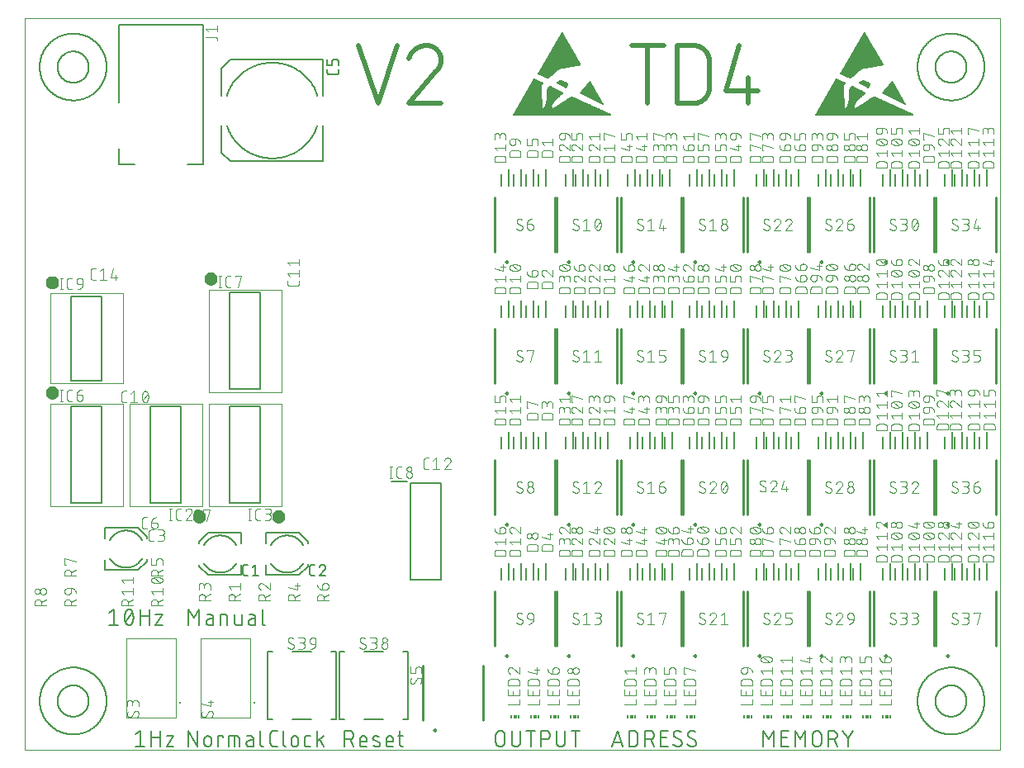
<source format=gto>
G75*
%MOIN*%
%OFA0B0*%
%FSLAX25Y25*%
%IPPOS*%
%LPD*%
%AMOC8*
5,1,8,0,0,1.08239X$1,22.5*
%
%ADD10C,0.00000*%
%ADD11C,0.00600*%
%ADD12C,0.02000*%
%ADD13C,0.00800*%
%ADD14C,0.00500*%
%ADD15C,0.00400*%
%ADD16C,0.00787*%
%ADD17C,0.00197*%
%ADD18C,0.02500*%
%ADD19R,0.00591X0.01181*%
%ADD20R,0.01181X0.01181*%
%ADD21C,0.01000*%
%ADD22C,0.00394*%
%ADD23C,0.00185*%
D10*
X0056249Y0048303D02*
X0056249Y0343579D01*
X0449950Y0343579D01*
X0449950Y0048303D01*
X0056249Y0048303D01*
D11*
X0062434Y0067988D02*
X0062438Y0068319D01*
X0062450Y0068650D01*
X0062471Y0068981D01*
X0062499Y0069311D01*
X0062536Y0069641D01*
X0062580Y0069969D01*
X0062633Y0070296D01*
X0062693Y0070622D01*
X0062762Y0070946D01*
X0062839Y0071268D01*
X0062923Y0071589D01*
X0063015Y0071907D01*
X0063115Y0072223D01*
X0063223Y0072536D01*
X0063339Y0072847D01*
X0063462Y0073154D01*
X0063592Y0073459D01*
X0063730Y0073760D01*
X0063875Y0074058D01*
X0064028Y0074352D01*
X0064188Y0074642D01*
X0064355Y0074928D01*
X0064528Y0075210D01*
X0064709Y0075488D01*
X0064897Y0075761D01*
X0065091Y0076030D01*
X0065291Y0076294D01*
X0065498Y0076552D01*
X0065712Y0076806D01*
X0065931Y0077054D01*
X0066157Y0077297D01*
X0066388Y0077534D01*
X0066625Y0077765D01*
X0066868Y0077991D01*
X0067116Y0078210D01*
X0067370Y0078424D01*
X0067628Y0078631D01*
X0067892Y0078831D01*
X0068161Y0079025D01*
X0068434Y0079213D01*
X0068712Y0079394D01*
X0068994Y0079567D01*
X0069280Y0079734D01*
X0069570Y0079894D01*
X0069864Y0080047D01*
X0070162Y0080192D01*
X0070463Y0080330D01*
X0070768Y0080460D01*
X0071075Y0080583D01*
X0071386Y0080699D01*
X0071699Y0080807D01*
X0072015Y0080907D01*
X0072333Y0080999D01*
X0072654Y0081083D01*
X0072976Y0081160D01*
X0073300Y0081229D01*
X0073626Y0081289D01*
X0073953Y0081342D01*
X0074281Y0081386D01*
X0074611Y0081423D01*
X0074941Y0081451D01*
X0075272Y0081472D01*
X0075603Y0081484D01*
X0075934Y0081488D01*
X0076265Y0081484D01*
X0076596Y0081472D01*
X0076927Y0081451D01*
X0077257Y0081423D01*
X0077587Y0081386D01*
X0077915Y0081342D01*
X0078242Y0081289D01*
X0078568Y0081229D01*
X0078892Y0081160D01*
X0079214Y0081083D01*
X0079535Y0080999D01*
X0079853Y0080907D01*
X0080169Y0080807D01*
X0080482Y0080699D01*
X0080793Y0080583D01*
X0081100Y0080460D01*
X0081405Y0080330D01*
X0081706Y0080192D01*
X0082004Y0080047D01*
X0082298Y0079894D01*
X0082588Y0079734D01*
X0082874Y0079567D01*
X0083156Y0079394D01*
X0083434Y0079213D01*
X0083707Y0079025D01*
X0083976Y0078831D01*
X0084240Y0078631D01*
X0084498Y0078424D01*
X0084752Y0078210D01*
X0085000Y0077991D01*
X0085243Y0077765D01*
X0085480Y0077534D01*
X0085711Y0077297D01*
X0085937Y0077054D01*
X0086156Y0076806D01*
X0086370Y0076552D01*
X0086577Y0076294D01*
X0086777Y0076030D01*
X0086971Y0075761D01*
X0087159Y0075488D01*
X0087340Y0075210D01*
X0087513Y0074928D01*
X0087680Y0074642D01*
X0087840Y0074352D01*
X0087993Y0074058D01*
X0088138Y0073760D01*
X0088276Y0073459D01*
X0088406Y0073154D01*
X0088529Y0072847D01*
X0088645Y0072536D01*
X0088753Y0072223D01*
X0088853Y0071907D01*
X0088945Y0071589D01*
X0089029Y0071268D01*
X0089106Y0070946D01*
X0089175Y0070622D01*
X0089235Y0070296D01*
X0089288Y0069969D01*
X0089332Y0069641D01*
X0089369Y0069311D01*
X0089397Y0068981D01*
X0089418Y0068650D01*
X0089430Y0068319D01*
X0089434Y0067988D01*
X0089430Y0067657D01*
X0089418Y0067326D01*
X0089397Y0066995D01*
X0089369Y0066665D01*
X0089332Y0066335D01*
X0089288Y0066007D01*
X0089235Y0065680D01*
X0089175Y0065354D01*
X0089106Y0065030D01*
X0089029Y0064708D01*
X0088945Y0064387D01*
X0088853Y0064069D01*
X0088753Y0063753D01*
X0088645Y0063440D01*
X0088529Y0063129D01*
X0088406Y0062822D01*
X0088276Y0062517D01*
X0088138Y0062216D01*
X0087993Y0061918D01*
X0087840Y0061624D01*
X0087680Y0061334D01*
X0087513Y0061048D01*
X0087340Y0060766D01*
X0087159Y0060488D01*
X0086971Y0060215D01*
X0086777Y0059946D01*
X0086577Y0059682D01*
X0086370Y0059424D01*
X0086156Y0059170D01*
X0085937Y0058922D01*
X0085711Y0058679D01*
X0085480Y0058442D01*
X0085243Y0058211D01*
X0085000Y0057985D01*
X0084752Y0057766D01*
X0084498Y0057552D01*
X0084240Y0057345D01*
X0083976Y0057145D01*
X0083707Y0056951D01*
X0083434Y0056763D01*
X0083156Y0056582D01*
X0082874Y0056409D01*
X0082588Y0056242D01*
X0082298Y0056082D01*
X0082004Y0055929D01*
X0081706Y0055784D01*
X0081405Y0055646D01*
X0081100Y0055516D01*
X0080793Y0055393D01*
X0080482Y0055277D01*
X0080169Y0055169D01*
X0079853Y0055069D01*
X0079535Y0054977D01*
X0079214Y0054893D01*
X0078892Y0054816D01*
X0078568Y0054747D01*
X0078242Y0054687D01*
X0077915Y0054634D01*
X0077587Y0054590D01*
X0077257Y0054553D01*
X0076927Y0054525D01*
X0076596Y0054504D01*
X0076265Y0054492D01*
X0075934Y0054488D01*
X0075603Y0054492D01*
X0075272Y0054504D01*
X0074941Y0054525D01*
X0074611Y0054553D01*
X0074281Y0054590D01*
X0073953Y0054634D01*
X0073626Y0054687D01*
X0073300Y0054747D01*
X0072976Y0054816D01*
X0072654Y0054893D01*
X0072333Y0054977D01*
X0072015Y0055069D01*
X0071699Y0055169D01*
X0071386Y0055277D01*
X0071075Y0055393D01*
X0070768Y0055516D01*
X0070463Y0055646D01*
X0070162Y0055784D01*
X0069864Y0055929D01*
X0069570Y0056082D01*
X0069280Y0056242D01*
X0068994Y0056409D01*
X0068712Y0056582D01*
X0068434Y0056763D01*
X0068161Y0056951D01*
X0067892Y0057145D01*
X0067628Y0057345D01*
X0067370Y0057552D01*
X0067116Y0057766D01*
X0066868Y0057985D01*
X0066625Y0058211D01*
X0066388Y0058442D01*
X0066157Y0058679D01*
X0065931Y0058922D01*
X0065712Y0059170D01*
X0065498Y0059424D01*
X0065291Y0059682D01*
X0065091Y0059946D01*
X0064897Y0060215D01*
X0064709Y0060488D01*
X0064528Y0060766D01*
X0064355Y0061048D01*
X0064188Y0061334D01*
X0064028Y0061624D01*
X0063875Y0061918D01*
X0063730Y0062216D01*
X0063592Y0062517D01*
X0063462Y0062822D01*
X0063339Y0063129D01*
X0063223Y0063440D01*
X0063115Y0063753D01*
X0063015Y0064069D01*
X0062923Y0064387D01*
X0062839Y0064708D01*
X0062762Y0065030D01*
X0062693Y0065354D01*
X0062633Y0065680D01*
X0062580Y0066007D01*
X0062536Y0066335D01*
X0062499Y0066665D01*
X0062471Y0066995D01*
X0062450Y0067326D01*
X0062438Y0067657D01*
X0062434Y0067988D01*
X0101193Y0054581D02*
X0102971Y0056003D01*
X0102971Y0049603D01*
X0101193Y0049603D02*
X0104749Y0049603D01*
X0107553Y0049603D02*
X0107553Y0056003D01*
X0107553Y0053159D02*
X0111108Y0053159D01*
X0113652Y0053870D02*
X0116496Y0053870D01*
X0113652Y0049603D01*
X0116496Y0049603D01*
X0111108Y0049603D02*
X0111108Y0056003D01*
X0122549Y0056003D02*
X0126104Y0049603D01*
X0126104Y0056003D01*
X0122549Y0056003D02*
X0122549Y0049603D01*
X0128853Y0051025D02*
X0128853Y0052448D01*
X0128854Y0052448D02*
X0128856Y0052522D01*
X0128862Y0052597D01*
X0128872Y0052670D01*
X0128885Y0052744D01*
X0128902Y0052816D01*
X0128924Y0052887D01*
X0128948Y0052958D01*
X0128977Y0053026D01*
X0129009Y0053094D01*
X0129045Y0053159D01*
X0129083Y0053222D01*
X0129126Y0053284D01*
X0129171Y0053343D01*
X0129219Y0053400D01*
X0129270Y0053454D01*
X0129324Y0053505D01*
X0129381Y0053553D01*
X0129440Y0053598D01*
X0129502Y0053641D01*
X0129565Y0053679D01*
X0129630Y0053715D01*
X0129698Y0053747D01*
X0129766Y0053776D01*
X0129837Y0053800D01*
X0129908Y0053822D01*
X0129980Y0053839D01*
X0130054Y0053852D01*
X0130127Y0053862D01*
X0130202Y0053868D01*
X0130276Y0053870D01*
X0130350Y0053868D01*
X0130425Y0053862D01*
X0130498Y0053852D01*
X0130572Y0053839D01*
X0130644Y0053822D01*
X0130715Y0053800D01*
X0130786Y0053776D01*
X0130854Y0053747D01*
X0130922Y0053715D01*
X0130987Y0053679D01*
X0131050Y0053641D01*
X0131112Y0053598D01*
X0131171Y0053553D01*
X0131228Y0053505D01*
X0131282Y0053454D01*
X0131333Y0053400D01*
X0131381Y0053343D01*
X0131426Y0053284D01*
X0131469Y0053222D01*
X0131507Y0053159D01*
X0131543Y0053094D01*
X0131575Y0053026D01*
X0131604Y0052958D01*
X0131628Y0052887D01*
X0131650Y0052816D01*
X0131667Y0052744D01*
X0131680Y0052670D01*
X0131690Y0052597D01*
X0131696Y0052522D01*
X0131698Y0052448D01*
X0131698Y0051025D01*
X0131696Y0050951D01*
X0131690Y0050876D01*
X0131680Y0050803D01*
X0131667Y0050729D01*
X0131650Y0050657D01*
X0131628Y0050586D01*
X0131604Y0050515D01*
X0131575Y0050447D01*
X0131543Y0050379D01*
X0131507Y0050314D01*
X0131469Y0050251D01*
X0131426Y0050189D01*
X0131381Y0050130D01*
X0131333Y0050073D01*
X0131282Y0050019D01*
X0131228Y0049968D01*
X0131171Y0049920D01*
X0131112Y0049875D01*
X0131050Y0049832D01*
X0130987Y0049794D01*
X0130922Y0049758D01*
X0130854Y0049726D01*
X0130786Y0049697D01*
X0130715Y0049673D01*
X0130644Y0049651D01*
X0130572Y0049634D01*
X0130498Y0049621D01*
X0130425Y0049611D01*
X0130350Y0049605D01*
X0130276Y0049603D01*
X0130202Y0049605D01*
X0130127Y0049611D01*
X0130054Y0049621D01*
X0129980Y0049634D01*
X0129908Y0049651D01*
X0129837Y0049673D01*
X0129766Y0049697D01*
X0129698Y0049726D01*
X0129630Y0049758D01*
X0129565Y0049794D01*
X0129502Y0049832D01*
X0129440Y0049875D01*
X0129381Y0049920D01*
X0129324Y0049968D01*
X0129270Y0050019D01*
X0129219Y0050073D01*
X0129171Y0050130D01*
X0129126Y0050189D01*
X0129083Y0050251D01*
X0129045Y0050314D01*
X0129009Y0050379D01*
X0128977Y0050447D01*
X0128948Y0050515D01*
X0128924Y0050586D01*
X0128902Y0050657D01*
X0128885Y0050729D01*
X0128872Y0050803D01*
X0128862Y0050876D01*
X0128856Y0050951D01*
X0128854Y0051025D01*
X0134425Y0049603D02*
X0134425Y0053870D01*
X0136559Y0053870D01*
X0136559Y0053159D01*
X0138809Y0053870D02*
X0142009Y0053870D01*
X0140942Y0053870D02*
X0140942Y0049603D01*
X0138809Y0049603D02*
X0138809Y0053870D01*
X0142009Y0053870D02*
X0142073Y0053868D01*
X0142138Y0053862D01*
X0142201Y0053853D01*
X0142264Y0053839D01*
X0142326Y0053822D01*
X0142387Y0053801D01*
X0142447Y0053776D01*
X0142505Y0053748D01*
X0142561Y0053716D01*
X0142615Y0053681D01*
X0142667Y0053643D01*
X0142717Y0053602D01*
X0142763Y0053557D01*
X0142808Y0053511D01*
X0142849Y0053461D01*
X0142887Y0053409D01*
X0142922Y0053355D01*
X0142954Y0053299D01*
X0142982Y0053241D01*
X0143007Y0053181D01*
X0143028Y0053120D01*
X0143045Y0053058D01*
X0143059Y0052995D01*
X0143068Y0052932D01*
X0143074Y0052867D01*
X0143076Y0052803D01*
X0143076Y0049603D01*
X0147095Y0049603D02*
X0148695Y0049603D01*
X0148695Y0052803D01*
X0148695Y0052092D02*
X0147095Y0052092D01*
X0148695Y0052803D02*
X0148693Y0052867D01*
X0148687Y0052932D01*
X0148678Y0052995D01*
X0148664Y0053058D01*
X0148647Y0053120D01*
X0148626Y0053181D01*
X0148601Y0053241D01*
X0148573Y0053299D01*
X0148541Y0053355D01*
X0148506Y0053409D01*
X0148468Y0053461D01*
X0148427Y0053511D01*
X0148382Y0053557D01*
X0148336Y0053602D01*
X0148286Y0053643D01*
X0148234Y0053681D01*
X0148180Y0053716D01*
X0148124Y0053748D01*
X0148066Y0053776D01*
X0148006Y0053801D01*
X0147945Y0053822D01*
X0147883Y0053839D01*
X0147820Y0053853D01*
X0147757Y0053862D01*
X0147692Y0053868D01*
X0147628Y0053870D01*
X0146206Y0053870D01*
X0147095Y0052092D02*
X0147025Y0052090D01*
X0146956Y0052084D01*
X0146887Y0052074D01*
X0146818Y0052061D01*
X0146751Y0052043D01*
X0146684Y0052022D01*
X0146619Y0051997D01*
X0146555Y0051969D01*
X0146493Y0051937D01*
X0146433Y0051901D01*
X0146375Y0051863D01*
X0146319Y0051821D01*
X0146266Y0051776D01*
X0146215Y0051728D01*
X0146167Y0051677D01*
X0146122Y0051624D01*
X0146080Y0051568D01*
X0146042Y0051510D01*
X0146006Y0051450D01*
X0145974Y0051388D01*
X0145946Y0051324D01*
X0145921Y0051259D01*
X0145900Y0051192D01*
X0145882Y0051125D01*
X0145869Y0051056D01*
X0145859Y0050987D01*
X0145853Y0050918D01*
X0145851Y0050848D01*
X0145853Y0050778D01*
X0145859Y0050709D01*
X0145869Y0050640D01*
X0145882Y0050571D01*
X0145900Y0050504D01*
X0145921Y0050437D01*
X0145946Y0050372D01*
X0145974Y0050308D01*
X0146006Y0050246D01*
X0146042Y0050186D01*
X0146080Y0050128D01*
X0146122Y0050072D01*
X0146167Y0050019D01*
X0146215Y0049968D01*
X0146266Y0049920D01*
X0146319Y0049875D01*
X0146375Y0049833D01*
X0146433Y0049795D01*
X0146493Y0049759D01*
X0146555Y0049727D01*
X0146619Y0049699D01*
X0146684Y0049674D01*
X0146751Y0049653D01*
X0146818Y0049635D01*
X0146887Y0049622D01*
X0146956Y0049612D01*
X0147025Y0049606D01*
X0147095Y0049604D01*
X0151511Y0050670D02*
X0151511Y0056003D01*
X0155549Y0054581D02*
X0155549Y0051025D01*
X0155551Y0050951D01*
X0155557Y0050876D01*
X0155567Y0050803D01*
X0155580Y0050729D01*
X0155597Y0050657D01*
X0155619Y0050586D01*
X0155643Y0050515D01*
X0155672Y0050447D01*
X0155704Y0050379D01*
X0155740Y0050314D01*
X0155778Y0050251D01*
X0155821Y0050189D01*
X0155866Y0050130D01*
X0155914Y0050073D01*
X0155965Y0050019D01*
X0156019Y0049968D01*
X0156076Y0049920D01*
X0156135Y0049875D01*
X0156197Y0049832D01*
X0156260Y0049794D01*
X0156325Y0049758D01*
X0156393Y0049726D01*
X0156461Y0049697D01*
X0156532Y0049673D01*
X0156603Y0049651D01*
X0156675Y0049634D01*
X0156749Y0049621D01*
X0156822Y0049611D01*
X0156897Y0049605D01*
X0156971Y0049603D01*
X0158393Y0049603D01*
X0160731Y0050670D02*
X0160731Y0056003D01*
X0158393Y0056003D02*
X0156971Y0056003D01*
X0156897Y0056001D01*
X0156822Y0055995D01*
X0156749Y0055985D01*
X0156675Y0055972D01*
X0156603Y0055955D01*
X0156532Y0055933D01*
X0156461Y0055909D01*
X0156393Y0055880D01*
X0156325Y0055848D01*
X0156260Y0055812D01*
X0156197Y0055774D01*
X0156135Y0055731D01*
X0156076Y0055686D01*
X0156019Y0055638D01*
X0155965Y0055587D01*
X0155914Y0055532D01*
X0155866Y0055476D01*
X0155821Y0055417D01*
X0155778Y0055355D01*
X0155740Y0055292D01*
X0155704Y0055227D01*
X0155672Y0055159D01*
X0155643Y0055091D01*
X0155619Y0055020D01*
X0155597Y0054949D01*
X0155580Y0054877D01*
X0155567Y0054803D01*
X0155557Y0054730D01*
X0155551Y0054655D01*
X0155549Y0054581D01*
X0151511Y0050670D02*
X0151513Y0050606D01*
X0151519Y0050541D01*
X0151528Y0050478D01*
X0151542Y0050415D01*
X0151559Y0050353D01*
X0151580Y0050292D01*
X0151605Y0050232D01*
X0151633Y0050174D01*
X0151665Y0050118D01*
X0151700Y0050064D01*
X0151738Y0050012D01*
X0151779Y0049962D01*
X0151824Y0049916D01*
X0151870Y0049871D01*
X0151920Y0049830D01*
X0151972Y0049792D01*
X0152026Y0049757D01*
X0152082Y0049725D01*
X0152140Y0049697D01*
X0152200Y0049672D01*
X0152261Y0049651D01*
X0152323Y0049634D01*
X0152386Y0049620D01*
X0152449Y0049611D01*
X0152514Y0049605D01*
X0152578Y0049603D01*
X0160731Y0050670D02*
X0160733Y0050606D01*
X0160739Y0050541D01*
X0160748Y0050478D01*
X0160762Y0050415D01*
X0160779Y0050353D01*
X0160800Y0050292D01*
X0160825Y0050232D01*
X0160853Y0050174D01*
X0160885Y0050118D01*
X0160920Y0050064D01*
X0160958Y0050012D01*
X0160999Y0049962D01*
X0161044Y0049916D01*
X0161090Y0049871D01*
X0161140Y0049830D01*
X0161192Y0049792D01*
X0161246Y0049757D01*
X0161302Y0049725D01*
X0161360Y0049697D01*
X0161420Y0049672D01*
X0161481Y0049651D01*
X0161543Y0049634D01*
X0161606Y0049620D01*
X0161669Y0049611D01*
X0161734Y0049605D01*
X0161798Y0049603D01*
X0163920Y0051025D02*
X0163920Y0052448D01*
X0163922Y0052522D01*
X0163928Y0052597D01*
X0163938Y0052670D01*
X0163951Y0052744D01*
X0163968Y0052816D01*
X0163990Y0052887D01*
X0164014Y0052958D01*
X0164043Y0053026D01*
X0164075Y0053094D01*
X0164111Y0053159D01*
X0164149Y0053222D01*
X0164192Y0053284D01*
X0164237Y0053343D01*
X0164285Y0053400D01*
X0164336Y0053454D01*
X0164390Y0053505D01*
X0164447Y0053553D01*
X0164506Y0053598D01*
X0164568Y0053641D01*
X0164631Y0053679D01*
X0164696Y0053715D01*
X0164764Y0053747D01*
X0164832Y0053776D01*
X0164903Y0053800D01*
X0164974Y0053822D01*
X0165046Y0053839D01*
X0165120Y0053852D01*
X0165193Y0053862D01*
X0165268Y0053868D01*
X0165342Y0053870D01*
X0165416Y0053868D01*
X0165491Y0053862D01*
X0165564Y0053852D01*
X0165638Y0053839D01*
X0165710Y0053822D01*
X0165781Y0053800D01*
X0165852Y0053776D01*
X0165920Y0053747D01*
X0165988Y0053715D01*
X0166053Y0053679D01*
X0166116Y0053641D01*
X0166178Y0053598D01*
X0166237Y0053553D01*
X0166294Y0053505D01*
X0166348Y0053454D01*
X0166399Y0053400D01*
X0166447Y0053343D01*
X0166492Y0053284D01*
X0166535Y0053222D01*
X0166573Y0053159D01*
X0166609Y0053094D01*
X0166641Y0053026D01*
X0166670Y0052958D01*
X0166694Y0052887D01*
X0166716Y0052816D01*
X0166733Y0052744D01*
X0166746Y0052670D01*
X0166756Y0052597D01*
X0166762Y0052522D01*
X0166764Y0052448D01*
X0166765Y0052448D02*
X0166765Y0051025D01*
X0166764Y0051025D02*
X0166762Y0050951D01*
X0166756Y0050876D01*
X0166746Y0050803D01*
X0166733Y0050729D01*
X0166716Y0050657D01*
X0166694Y0050586D01*
X0166670Y0050515D01*
X0166641Y0050447D01*
X0166609Y0050379D01*
X0166573Y0050314D01*
X0166535Y0050251D01*
X0166492Y0050189D01*
X0166447Y0050130D01*
X0166399Y0050073D01*
X0166348Y0050019D01*
X0166294Y0049968D01*
X0166237Y0049920D01*
X0166178Y0049875D01*
X0166116Y0049832D01*
X0166053Y0049794D01*
X0165988Y0049758D01*
X0165920Y0049726D01*
X0165852Y0049697D01*
X0165781Y0049673D01*
X0165710Y0049651D01*
X0165638Y0049634D01*
X0165564Y0049621D01*
X0165491Y0049611D01*
X0165416Y0049605D01*
X0165342Y0049603D01*
X0165268Y0049605D01*
X0165193Y0049611D01*
X0165120Y0049621D01*
X0165046Y0049634D01*
X0164974Y0049651D01*
X0164903Y0049673D01*
X0164832Y0049697D01*
X0164764Y0049726D01*
X0164696Y0049758D01*
X0164631Y0049794D01*
X0164568Y0049832D01*
X0164506Y0049875D01*
X0164447Y0049920D01*
X0164390Y0049968D01*
X0164336Y0050019D01*
X0164285Y0050073D01*
X0164237Y0050130D01*
X0164192Y0050189D01*
X0164149Y0050251D01*
X0164111Y0050314D01*
X0164075Y0050379D01*
X0164043Y0050447D01*
X0164014Y0050515D01*
X0163990Y0050586D01*
X0163968Y0050657D01*
X0163951Y0050729D01*
X0163938Y0050803D01*
X0163928Y0050876D01*
X0163922Y0050951D01*
X0163920Y0051025D01*
X0169261Y0050670D02*
X0169261Y0052803D01*
X0169260Y0052803D02*
X0169262Y0052867D01*
X0169268Y0052932D01*
X0169277Y0052995D01*
X0169291Y0053058D01*
X0169308Y0053120D01*
X0169329Y0053181D01*
X0169354Y0053241D01*
X0169382Y0053299D01*
X0169414Y0053355D01*
X0169449Y0053409D01*
X0169487Y0053461D01*
X0169528Y0053511D01*
X0169573Y0053557D01*
X0169619Y0053602D01*
X0169669Y0053643D01*
X0169721Y0053681D01*
X0169775Y0053716D01*
X0169831Y0053748D01*
X0169889Y0053776D01*
X0169949Y0053801D01*
X0170010Y0053822D01*
X0170072Y0053839D01*
X0170135Y0053853D01*
X0170198Y0053862D01*
X0170263Y0053868D01*
X0170327Y0053870D01*
X0171749Y0053870D01*
X0174243Y0056003D02*
X0174243Y0049603D01*
X0174243Y0051736D02*
X0177088Y0053870D01*
X0175488Y0052625D02*
X0177088Y0049603D01*
X0171749Y0049603D02*
X0170327Y0049603D01*
X0170263Y0049605D01*
X0170198Y0049611D01*
X0170135Y0049620D01*
X0170072Y0049634D01*
X0170010Y0049651D01*
X0169949Y0049672D01*
X0169889Y0049697D01*
X0169831Y0049725D01*
X0169775Y0049757D01*
X0169721Y0049792D01*
X0169669Y0049830D01*
X0169619Y0049871D01*
X0169573Y0049916D01*
X0169528Y0049962D01*
X0169487Y0050012D01*
X0169449Y0050064D01*
X0169414Y0050118D01*
X0169382Y0050174D01*
X0169354Y0050232D01*
X0169329Y0050292D01*
X0169308Y0050353D01*
X0169291Y0050415D01*
X0169277Y0050478D01*
X0169268Y0050541D01*
X0169262Y0050606D01*
X0169260Y0050670D01*
X0185549Y0049603D02*
X0185549Y0056003D01*
X0187327Y0056003D01*
X0187410Y0056001D01*
X0187493Y0055995D01*
X0187576Y0055985D01*
X0187659Y0055972D01*
X0187740Y0055954D01*
X0187821Y0055933D01*
X0187900Y0055908D01*
X0187978Y0055879D01*
X0188055Y0055847D01*
X0188130Y0055811D01*
X0188204Y0055772D01*
X0188275Y0055729D01*
X0188345Y0055683D01*
X0188412Y0055633D01*
X0188477Y0055581D01*
X0188539Y0055526D01*
X0188599Y0055467D01*
X0188656Y0055406D01*
X0188710Y0055343D01*
X0188761Y0055277D01*
X0188808Y0055208D01*
X0188853Y0055138D01*
X0188894Y0055065D01*
X0188931Y0054991D01*
X0188966Y0054915D01*
X0188996Y0054837D01*
X0189023Y0054759D01*
X0189046Y0054678D01*
X0189066Y0054597D01*
X0189081Y0054515D01*
X0189093Y0054433D01*
X0189101Y0054350D01*
X0189105Y0054267D01*
X0189105Y0054183D01*
X0189101Y0054100D01*
X0189093Y0054017D01*
X0189081Y0053935D01*
X0189066Y0053853D01*
X0189046Y0053772D01*
X0189023Y0053691D01*
X0188996Y0053613D01*
X0188966Y0053535D01*
X0188931Y0053459D01*
X0188894Y0053385D01*
X0188853Y0053312D01*
X0188808Y0053242D01*
X0188761Y0053173D01*
X0188710Y0053107D01*
X0188656Y0053044D01*
X0188599Y0052983D01*
X0188539Y0052924D01*
X0188477Y0052869D01*
X0188412Y0052817D01*
X0188345Y0052767D01*
X0188275Y0052721D01*
X0188204Y0052678D01*
X0188130Y0052639D01*
X0188055Y0052603D01*
X0187978Y0052571D01*
X0187900Y0052542D01*
X0187821Y0052517D01*
X0187740Y0052496D01*
X0187659Y0052478D01*
X0187576Y0052465D01*
X0187493Y0052455D01*
X0187410Y0052449D01*
X0187327Y0052447D01*
X0187327Y0052448D02*
X0185549Y0052448D01*
X0187682Y0052448D02*
X0189104Y0049603D01*
X0191612Y0050670D02*
X0191612Y0052448D01*
X0191612Y0051736D02*
X0194457Y0051736D01*
X0194457Y0052448D01*
X0194456Y0052448D02*
X0194454Y0052522D01*
X0194448Y0052597D01*
X0194438Y0052670D01*
X0194425Y0052744D01*
X0194408Y0052816D01*
X0194386Y0052887D01*
X0194362Y0052958D01*
X0194333Y0053026D01*
X0194301Y0053094D01*
X0194265Y0053159D01*
X0194227Y0053222D01*
X0194184Y0053284D01*
X0194139Y0053343D01*
X0194091Y0053400D01*
X0194040Y0053454D01*
X0193986Y0053505D01*
X0193929Y0053553D01*
X0193870Y0053598D01*
X0193808Y0053641D01*
X0193745Y0053679D01*
X0193680Y0053715D01*
X0193612Y0053747D01*
X0193544Y0053776D01*
X0193473Y0053800D01*
X0193402Y0053822D01*
X0193330Y0053839D01*
X0193256Y0053852D01*
X0193183Y0053862D01*
X0193108Y0053868D01*
X0193034Y0053870D01*
X0192960Y0053868D01*
X0192885Y0053862D01*
X0192812Y0053852D01*
X0192738Y0053839D01*
X0192666Y0053822D01*
X0192595Y0053800D01*
X0192524Y0053776D01*
X0192456Y0053747D01*
X0192388Y0053715D01*
X0192323Y0053679D01*
X0192260Y0053641D01*
X0192198Y0053598D01*
X0192139Y0053553D01*
X0192082Y0053505D01*
X0192028Y0053454D01*
X0191977Y0053400D01*
X0191929Y0053343D01*
X0191884Y0053284D01*
X0191841Y0053222D01*
X0191803Y0053159D01*
X0191767Y0053094D01*
X0191735Y0053026D01*
X0191706Y0052958D01*
X0191682Y0052887D01*
X0191660Y0052816D01*
X0191643Y0052744D01*
X0191630Y0052670D01*
X0191620Y0052597D01*
X0191614Y0052522D01*
X0191612Y0052448D01*
X0191612Y0050670D02*
X0191614Y0050606D01*
X0191620Y0050541D01*
X0191629Y0050478D01*
X0191643Y0050415D01*
X0191660Y0050353D01*
X0191681Y0050292D01*
X0191706Y0050232D01*
X0191734Y0050174D01*
X0191766Y0050118D01*
X0191801Y0050064D01*
X0191839Y0050012D01*
X0191880Y0049962D01*
X0191925Y0049916D01*
X0191971Y0049871D01*
X0192021Y0049830D01*
X0192073Y0049792D01*
X0192127Y0049757D01*
X0192183Y0049725D01*
X0192241Y0049697D01*
X0192301Y0049672D01*
X0192362Y0049651D01*
X0192424Y0049634D01*
X0192487Y0049620D01*
X0192550Y0049611D01*
X0192615Y0049605D01*
X0192679Y0049603D01*
X0194457Y0049603D01*
X0197835Y0053870D02*
X0197953Y0053866D01*
X0198070Y0053859D01*
X0198188Y0053849D01*
X0198305Y0053835D01*
X0198421Y0053818D01*
X0198537Y0053798D01*
X0198653Y0053774D01*
X0198768Y0053747D01*
X0198882Y0053716D01*
X0198994Y0053682D01*
X0199106Y0053645D01*
X0199217Y0053604D01*
X0199327Y0053561D01*
X0199435Y0053514D01*
X0197834Y0053870D02*
X0197775Y0053869D01*
X0197715Y0053864D01*
X0197657Y0053855D01*
X0197598Y0053843D01*
X0197541Y0053826D01*
X0197485Y0053807D01*
X0197430Y0053783D01*
X0197377Y0053756D01*
X0197326Y0053726D01*
X0197277Y0053692D01*
X0197230Y0053656D01*
X0197186Y0053616D01*
X0197144Y0053574D01*
X0197105Y0053529D01*
X0197069Y0053481D01*
X0197036Y0053432D01*
X0197007Y0053380D01*
X0196980Y0053327D01*
X0196958Y0053272D01*
X0196939Y0053215D01*
X0196923Y0053158D01*
X0196912Y0053100D01*
X0196904Y0053041D01*
X0196900Y0052981D01*
X0196899Y0052922D01*
X0196903Y0052862D01*
X0196910Y0052803D01*
X0196922Y0052745D01*
X0196937Y0052687D01*
X0196955Y0052631D01*
X0196978Y0052576D01*
X0197003Y0052522D01*
X0197033Y0052470D01*
X0197065Y0052420D01*
X0197101Y0052373D01*
X0197139Y0052327D01*
X0197181Y0052285D01*
X0197225Y0052245D01*
X0197271Y0052208D01*
X0197320Y0052174D01*
X0197371Y0052143D01*
X0197424Y0052116D01*
X0197479Y0052092D01*
X0199257Y0051381D01*
X0199256Y0051381D02*
X0199311Y0051357D01*
X0199364Y0051330D01*
X0199415Y0051299D01*
X0199464Y0051265D01*
X0199510Y0051228D01*
X0199554Y0051188D01*
X0199596Y0051146D01*
X0199634Y0051100D01*
X0199670Y0051053D01*
X0199702Y0051003D01*
X0199732Y0050951D01*
X0199757Y0050897D01*
X0199780Y0050842D01*
X0199798Y0050786D01*
X0199813Y0050728D01*
X0199825Y0050670D01*
X0199832Y0050611D01*
X0199836Y0050551D01*
X0199835Y0050492D01*
X0199831Y0050432D01*
X0199823Y0050373D01*
X0199812Y0050315D01*
X0199796Y0050258D01*
X0199777Y0050201D01*
X0199755Y0050146D01*
X0199728Y0050093D01*
X0199699Y0050041D01*
X0199666Y0049992D01*
X0199630Y0049944D01*
X0199591Y0049899D01*
X0199549Y0049857D01*
X0199505Y0049817D01*
X0199458Y0049781D01*
X0199409Y0049747D01*
X0199358Y0049717D01*
X0199305Y0049690D01*
X0199250Y0049666D01*
X0199194Y0049647D01*
X0199137Y0049630D01*
X0199078Y0049618D01*
X0199020Y0049609D01*
X0198960Y0049604D01*
X0198901Y0049603D01*
X0202279Y0050670D02*
X0202279Y0052448D01*
X0202279Y0051736D02*
X0205124Y0051736D01*
X0205124Y0052448D01*
X0205123Y0052448D02*
X0205121Y0052522D01*
X0205115Y0052597D01*
X0205105Y0052670D01*
X0205092Y0052744D01*
X0205075Y0052816D01*
X0205053Y0052887D01*
X0205029Y0052958D01*
X0205000Y0053026D01*
X0204968Y0053094D01*
X0204932Y0053159D01*
X0204894Y0053222D01*
X0204851Y0053284D01*
X0204806Y0053343D01*
X0204758Y0053400D01*
X0204707Y0053454D01*
X0204653Y0053505D01*
X0204596Y0053553D01*
X0204537Y0053598D01*
X0204475Y0053641D01*
X0204412Y0053679D01*
X0204347Y0053715D01*
X0204279Y0053747D01*
X0204211Y0053776D01*
X0204140Y0053800D01*
X0204069Y0053822D01*
X0203997Y0053839D01*
X0203923Y0053852D01*
X0203850Y0053862D01*
X0203775Y0053868D01*
X0203701Y0053870D01*
X0203627Y0053868D01*
X0203552Y0053862D01*
X0203479Y0053852D01*
X0203405Y0053839D01*
X0203333Y0053822D01*
X0203262Y0053800D01*
X0203191Y0053776D01*
X0203123Y0053747D01*
X0203055Y0053715D01*
X0202990Y0053679D01*
X0202927Y0053641D01*
X0202865Y0053598D01*
X0202806Y0053553D01*
X0202749Y0053505D01*
X0202695Y0053454D01*
X0202644Y0053400D01*
X0202596Y0053343D01*
X0202551Y0053284D01*
X0202508Y0053222D01*
X0202470Y0053159D01*
X0202434Y0053094D01*
X0202402Y0053026D01*
X0202373Y0052958D01*
X0202349Y0052887D01*
X0202327Y0052816D01*
X0202310Y0052744D01*
X0202297Y0052670D01*
X0202287Y0052597D01*
X0202281Y0052522D01*
X0202279Y0052448D01*
X0202279Y0050670D02*
X0202281Y0050606D01*
X0202287Y0050541D01*
X0202296Y0050478D01*
X0202310Y0050415D01*
X0202327Y0050353D01*
X0202348Y0050292D01*
X0202373Y0050232D01*
X0202401Y0050174D01*
X0202433Y0050118D01*
X0202468Y0050064D01*
X0202506Y0050012D01*
X0202547Y0049962D01*
X0202592Y0049916D01*
X0202638Y0049871D01*
X0202688Y0049830D01*
X0202740Y0049792D01*
X0202794Y0049757D01*
X0202850Y0049725D01*
X0202908Y0049697D01*
X0202968Y0049672D01*
X0203029Y0049651D01*
X0203091Y0049634D01*
X0203154Y0049620D01*
X0203217Y0049611D01*
X0203282Y0049605D01*
X0203346Y0049603D01*
X0205124Y0049603D01*
X0207813Y0050670D02*
X0207813Y0056003D01*
X0207102Y0053870D02*
X0209235Y0053870D01*
X0207813Y0050670D02*
X0207815Y0050606D01*
X0207821Y0050541D01*
X0207830Y0050478D01*
X0207844Y0050415D01*
X0207861Y0050353D01*
X0207882Y0050292D01*
X0207907Y0050232D01*
X0207935Y0050174D01*
X0207967Y0050118D01*
X0208002Y0050064D01*
X0208040Y0050012D01*
X0208081Y0049962D01*
X0208126Y0049916D01*
X0208172Y0049871D01*
X0208222Y0049830D01*
X0208274Y0049792D01*
X0208328Y0049757D01*
X0208384Y0049725D01*
X0208442Y0049697D01*
X0208502Y0049672D01*
X0208563Y0049651D01*
X0208625Y0049634D01*
X0208688Y0049620D01*
X0208751Y0049611D01*
X0208816Y0049605D01*
X0208880Y0049603D01*
X0209235Y0049603D01*
X0198901Y0049603D02*
X0198747Y0049607D01*
X0198594Y0049615D01*
X0198441Y0049627D01*
X0198288Y0049643D01*
X0198136Y0049662D01*
X0197984Y0049686D01*
X0197833Y0049713D01*
X0197683Y0049745D01*
X0197533Y0049780D01*
X0197384Y0049819D01*
X0197237Y0049862D01*
X0197090Y0049908D01*
X0196945Y0049958D01*
X0246549Y0051381D02*
X0246549Y0054225D01*
X0246551Y0054308D01*
X0246557Y0054391D01*
X0246567Y0054474D01*
X0246580Y0054557D01*
X0246598Y0054638D01*
X0246619Y0054719D01*
X0246644Y0054798D01*
X0246673Y0054876D01*
X0246705Y0054953D01*
X0246741Y0055028D01*
X0246780Y0055102D01*
X0246823Y0055173D01*
X0246869Y0055243D01*
X0246919Y0055310D01*
X0246971Y0055375D01*
X0247026Y0055437D01*
X0247085Y0055497D01*
X0247146Y0055554D01*
X0247209Y0055608D01*
X0247275Y0055659D01*
X0247344Y0055706D01*
X0247414Y0055751D01*
X0247487Y0055792D01*
X0247561Y0055829D01*
X0247637Y0055864D01*
X0247715Y0055894D01*
X0247793Y0055921D01*
X0247874Y0055944D01*
X0247955Y0055964D01*
X0248037Y0055979D01*
X0248119Y0055991D01*
X0248202Y0055999D01*
X0248285Y0056003D01*
X0248369Y0056003D01*
X0248452Y0055999D01*
X0248535Y0055991D01*
X0248617Y0055979D01*
X0248699Y0055964D01*
X0248780Y0055944D01*
X0248861Y0055921D01*
X0248939Y0055894D01*
X0249017Y0055864D01*
X0249093Y0055829D01*
X0249167Y0055792D01*
X0249240Y0055751D01*
X0249310Y0055706D01*
X0249379Y0055659D01*
X0249445Y0055608D01*
X0249508Y0055554D01*
X0249569Y0055497D01*
X0249628Y0055437D01*
X0249683Y0055375D01*
X0249735Y0055310D01*
X0249785Y0055243D01*
X0249831Y0055173D01*
X0249874Y0055102D01*
X0249913Y0055028D01*
X0249949Y0054953D01*
X0249981Y0054876D01*
X0250010Y0054798D01*
X0250035Y0054719D01*
X0250056Y0054638D01*
X0250074Y0054557D01*
X0250087Y0054474D01*
X0250097Y0054391D01*
X0250103Y0054308D01*
X0250105Y0054225D01*
X0250104Y0054225D02*
X0250104Y0051381D01*
X0250105Y0051381D02*
X0250103Y0051298D01*
X0250097Y0051215D01*
X0250087Y0051132D01*
X0250074Y0051049D01*
X0250056Y0050968D01*
X0250035Y0050887D01*
X0250010Y0050808D01*
X0249981Y0050730D01*
X0249949Y0050653D01*
X0249913Y0050578D01*
X0249874Y0050504D01*
X0249831Y0050433D01*
X0249785Y0050363D01*
X0249735Y0050296D01*
X0249683Y0050231D01*
X0249628Y0050169D01*
X0249569Y0050109D01*
X0249508Y0050052D01*
X0249445Y0049998D01*
X0249379Y0049947D01*
X0249310Y0049900D01*
X0249240Y0049855D01*
X0249167Y0049814D01*
X0249093Y0049777D01*
X0249017Y0049742D01*
X0248939Y0049712D01*
X0248861Y0049685D01*
X0248780Y0049662D01*
X0248699Y0049642D01*
X0248617Y0049627D01*
X0248535Y0049615D01*
X0248452Y0049607D01*
X0248369Y0049603D01*
X0248285Y0049603D01*
X0248202Y0049607D01*
X0248119Y0049615D01*
X0248037Y0049627D01*
X0247955Y0049642D01*
X0247874Y0049662D01*
X0247793Y0049685D01*
X0247715Y0049712D01*
X0247637Y0049742D01*
X0247561Y0049777D01*
X0247487Y0049814D01*
X0247414Y0049855D01*
X0247344Y0049900D01*
X0247275Y0049947D01*
X0247209Y0049998D01*
X0247146Y0050052D01*
X0247085Y0050109D01*
X0247026Y0050169D01*
X0246971Y0050231D01*
X0246919Y0050296D01*
X0246869Y0050363D01*
X0246823Y0050433D01*
X0246780Y0050504D01*
X0246741Y0050578D01*
X0246705Y0050653D01*
X0246673Y0050730D01*
X0246644Y0050808D01*
X0246619Y0050887D01*
X0246598Y0050968D01*
X0246580Y0051049D01*
X0246567Y0051132D01*
X0246557Y0051215D01*
X0246551Y0051298D01*
X0246549Y0051381D01*
X0252908Y0051381D02*
X0252908Y0056003D01*
X0256464Y0056003D02*
X0256464Y0051381D01*
X0256462Y0051298D01*
X0256456Y0051215D01*
X0256446Y0051132D01*
X0256433Y0051049D01*
X0256415Y0050968D01*
X0256394Y0050887D01*
X0256369Y0050808D01*
X0256340Y0050730D01*
X0256308Y0050653D01*
X0256272Y0050578D01*
X0256233Y0050504D01*
X0256190Y0050433D01*
X0256144Y0050363D01*
X0256094Y0050296D01*
X0256042Y0050231D01*
X0255987Y0050169D01*
X0255928Y0050109D01*
X0255867Y0050052D01*
X0255804Y0049998D01*
X0255738Y0049947D01*
X0255669Y0049900D01*
X0255599Y0049855D01*
X0255526Y0049814D01*
X0255452Y0049777D01*
X0255376Y0049742D01*
X0255298Y0049712D01*
X0255220Y0049685D01*
X0255139Y0049662D01*
X0255058Y0049642D01*
X0254976Y0049627D01*
X0254894Y0049615D01*
X0254811Y0049607D01*
X0254728Y0049603D01*
X0254644Y0049603D01*
X0254561Y0049607D01*
X0254478Y0049615D01*
X0254396Y0049627D01*
X0254314Y0049642D01*
X0254233Y0049662D01*
X0254152Y0049685D01*
X0254074Y0049712D01*
X0253996Y0049742D01*
X0253920Y0049777D01*
X0253846Y0049814D01*
X0253773Y0049855D01*
X0253703Y0049900D01*
X0253634Y0049947D01*
X0253568Y0049998D01*
X0253505Y0050052D01*
X0253444Y0050109D01*
X0253385Y0050169D01*
X0253330Y0050231D01*
X0253278Y0050296D01*
X0253228Y0050363D01*
X0253182Y0050433D01*
X0253139Y0050504D01*
X0253100Y0050578D01*
X0253064Y0050653D01*
X0253032Y0050730D01*
X0253003Y0050808D01*
X0252978Y0050887D01*
X0252957Y0050968D01*
X0252939Y0051049D01*
X0252926Y0051132D01*
X0252916Y0051215D01*
X0252910Y0051298D01*
X0252908Y0051381D01*
X0258857Y0056003D02*
X0262412Y0056003D01*
X0260635Y0056003D02*
X0260635Y0049603D01*
X0264889Y0049603D02*
X0264889Y0056003D01*
X0266667Y0056003D01*
X0266750Y0056001D01*
X0266833Y0055995D01*
X0266916Y0055985D01*
X0266999Y0055972D01*
X0267080Y0055954D01*
X0267161Y0055933D01*
X0267240Y0055908D01*
X0267318Y0055879D01*
X0267395Y0055847D01*
X0267470Y0055811D01*
X0267544Y0055772D01*
X0267615Y0055729D01*
X0267685Y0055683D01*
X0267752Y0055633D01*
X0267817Y0055581D01*
X0267879Y0055526D01*
X0267939Y0055467D01*
X0267996Y0055406D01*
X0268050Y0055343D01*
X0268101Y0055277D01*
X0268148Y0055208D01*
X0268193Y0055138D01*
X0268234Y0055065D01*
X0268271Y0054991D01*
X0268306Y0054915D01*
X0268336Y0054837D01*
X0268363Y0054759D01*
X0268386Y0054678D01*
X0268406Y0054597D01*
X0268421Y0054515D01*
X0268433Y0054433D01*
X0268441Y0054350D01*
X0268445Y0054267D01*
X0268445Y0054183D01*
X0268441Y0054100D01*
X0268433Y0054017D01*
X0268421Y0053935D01*
X0268406Y0053853D01*
X0268386Y0053772D01*
X0268363Y0053691D01*
X0268336Y0053613D01*
X0268306Y0053535D01*
X0268271Y0053459D01*
X0268234Y0053385D01*
X0268193Y0053312D01*
X0268148Y0053242D01*
X0268101Y0053173D01*
X0268050Y0053107D01*
X0267996Y0053044D01*
X0267939Y0052983D01*
X0267879Y0052924D01*
X0267817Y0052869D01*
X0267752Y0052817D01*
X0267685Y0052767D01*
X0267615Y0052721D01*
X0267544Y0052678D01*
X0267470Y0052639D01*
X0267395Y0052603D01*
X0267318Y0052571D01*
X0267240Y0052542D01*
X0267161Y0052517D01*
X0267080Y0052496D01*
X0266999Y0052478D01*
X0266916Y0052465D01*
X0266833Y0052455D01*
X0266750Y0052449D01*
X0266667Y0052447D01*
X0266667Y0052448D02*
X0264889Y0052448D01*
X0270960Y0051381D02*
X0270960Y0056003D01*
X0274515Y0056003D02*
X0274515Y0051381D01*
X0274516Y0051381D02*
X0274514Y0051298D01*
X0274508Y0051215D01*
X0274498Y0051132D01*
X0274485Y0051049D01*
X0274467Y0050968D01*
X0274446Y0050887D01*
X0274421Y0050808D01*
X0274392Y0050730D01*
X0274360Y0050653D01*
X0274324Y0050578D01*
X0274285Y0050504D01*
X0274242Y0050433D01*
X0274196Y0050363D01*
X0274146Y0050296D01*
X0274094Y0050231D01*
X0274039Y0050169D01*
X0273980Y0050109D01*
X0273919Y0050052D01*
X0273856Y0049998D01*
X0273790Y0049947D01*
X0273721Y0049900D01*
X0273651Y0049855D01*
X0273578Y0049814D01*
X0273504Y0049777D01*
X0273428Y0049742D01*
X0273350Y0049712D01*
X0273272Y0049685D01*
X0273191Y0049662D01*
X0273110Y0049642D01*
X0273028Y0049627D01*
X0272946Y0049615D01*
X0272863Y0049607D01*
X0272780Y0049603D01*
X0272696Y0049603D01*
X0272613Y0049607D01*
X0272530Y0049615D01*
X0272448Y0049627D01*
X0272366Y0049642D01*
X0272285Y0049662D01*
X0272204Y0049685D01*
X0272126Y0049712D01*
X0272048Y0049742D01*
X0271972Y0049777D01*
X0271898Y0049814D01*
X0271825Y0049855D01*
X0271755Y0049900D01*
X0271686Y0049947D01*
X0271620Y0049998D01*
X0271557Y0050052D01*
X0271496Y0050109D01*
X0271437Y0050169D01*
X0271382Y0050231D01*
X0271330Y0050296D01*
X0271280Y0050363D01*
X0271234Y0050433D01*
X0271191Y0050504D01*
X0271152Y0050578D01*
X0271116Y0050653D01*
X0271084Y0050730D01*
X0271055Y0050808D01*
X0271030Y0050887D01*
X0271009Y0050968D01*
X0270991Y0051049D01*
X0270978Y0051132D01*
X0270968Y0051215D01*
X0270962Y0051298D01*
X0270960Y0051381D01*
X0276909Y0056003D02*
X0280464Y0056003D01*
X0278687Y0056003D02*
X0278687Y0049603D01*
X0293549Y0049603D02*
X0295682Y0056003D01*
X0297815Y0049603D01*
X0297282Y0051203D02*
X0294082Y0051203D01*
X0300264Y0049603D02*
X0302041Y0049603D01*
X0300264Y0049603D02*
X0300264Y0056003D01*
X0302041Y0056003D01*
X0302123Y0056001D01*
X0302205Y0055995D01*
X0302287Y0055986D01*
X0302368Y0055973D01*
X0302448Y0055956D01*
X0302528Y0055935D01*
X0302606Y0055911D01*
X0302683Y0055883D01*
X0302759Y0055852D01*
X0302834Y0055817D01*
X0302906Y0055778D01*
X0302977Y0055737D01*
X0303046Y0055692D01*
X0303112Y0055644D01*
X0303177Y0055593D01*
X0303239Y0055539D01*
X0303298Y0055482D01*
X0303355Y0055423D01*
X0303409Y0055361D01*
X0303460Y0055296D01*
X0303508Y0055230D01*
X0303553Y0055161D01*
X0303594Y0055090D01*
X0303633Y0055018D01*
X0303668Y0054943D01*
X0303699Y0054867D01*
X0303727Y0054790D01*
X0303751Y0054712D01*
X0303772Y0054632D01*
X0303789Y0054552D01*
X0303802Y0054471D01*
X0303811Y0054389D01*
X0303817Y0054307D01*
X0303819Y0054225D01*
X0303819Y0051381D01*
X0303817Y0051299D01*
X0303811Y0051217D01*
X0303802Y0051135D01*
X0303789Y0051054D01*
X0303772Y0050974D01*
X0303751Y0050894D01*
X0303727Y0050816D01*
X0303699Y0050739D01*
X0303668Y0050663D01*
X0303633Y0050588D01*
X0303594Y0050516D01*
X0303553Y0050445D01*
X0303508Y0050376D01*
X0303460Y0050310D01*
X0303409Y0050245D01*
X0303355Y0050183D01*
X0303298Y0050124D01*
X0303239Y0050067D01*
X0303177Y0050013D01*
X0303112Y0049962D01*
X0303046Y0049914D01*
X0302977Y0049869D01*
X0302906Y0049828D01*
X0302834Y0049789D01*
X0302759Y0049754D01*
X0302683Y0049723D01*
X0302606Y0049695D01*
X0302528Y0049671D01*
X0302448Y0049650D01*
X0302368Y0049633D01*
X0302287Y0049620D01*
X0302205Y0049611D01*
X0302123Y0049605D01*
X0302041Y0049603D01*
X0306864Y0049603D02*
X0306864Y0056003D01*
X0308642Y0056003D01*
X0308725Y0056001D01*
X0308808Y0055995D01*
X0308891Y0055985D01*
X0308974Y0055972D01*
X0309055Y0055954D01*
X0309136Y0055933D01*
X0309215Y0055908D01*
X0309293Y0055879D01*
X0309370Y0055847D01*
X0309445Y0055811D01*
X0309519Y0055772D01*
X0309590Y0055729D01*
X0309660Y0055683D01*
X0309727Y0055633D01*
X0309792Y0055581D01*
X0309854Y0055526D01*
X0309914Y0055467D01*
X0309971Y0055406D01*
X0310025Y0055343D01*
X0310076Y0055277D01*
X0310123Y0055208D01*
X0310168Y0055138D01*
X0310209Y0055065D01*
X0310246Y0054991D01*
X0310281Y0054915D01*
X0310311Y0054837D01*
X0310338Y0054759D01*
X0310361Y0054678D01*
X0310381Y0054597D01*
X0310396Y0054515D01*
X0310408Y0054433D01*
X0310416Y0054350D01*
X0310420Y0054267D01*
X0310420Y0054183D01*
X0310416Y0054100D01*
X0310408Y0054017D01*
X0310396Y0053935D01*
X0310381Y0053853D01*
X0310361Y0053772D01*
X0310338Y0053691D01*
X0310311Y0053613D01*
X0310281Y0053535D01*
X0310246Y0053459D01*
X0310209Y0053385D01*
X0310168Y0053312D01*
X0310123Y0053242D01*
X0310076Y0053173D01*
X0310025Y0053107D01*
X0309971Y0053044D01*
X0309914Y0052983D01*
X0309854Y0052924D01*
X0309792Y0052869D01*
X0309727Y0052817D01*
X0309660Y0052767D01*
X0309590Y0052721D01*
X0309519Y0052678D01*
X0309445Y0052639D01*
X0309370Y0052603D01*
X0309293Y0052571D01*
X0309215Y0052542D01*
X0309136Y0052517D01*
X0309055Y0052496D01*
X0308974Y0052478D01*
X0308891Y0052465D01*
X0308808Y0052455D01*
X0308725Y0052449D01*
X0308642Y0052447D01*
X0308642Y0052448D02*
X0306864Y0052448D01*
X0308997Y0052448D02*
X0310419Y0049603D01*
X0313199Y0049603D02*
X0313199Y0056003D01*
X0316043Y0056003D01*
X0315332Y0053159D02*
X0313199Y0053159D01*
X0313199Y0049603D02*
X0316043Y0049603D01*
X0320954Y0052269D02*
X0321018Y0052229D01*
X0321079Y0052186D01*
X0321138Y0052140D01*
X0321195Y0052091D01*
X0321249Y0052039D01*
X0321300Y0051985D01*
X0321348Y0051927D01*
X0321394Y0051868D01*
X0321436Y0051806D01*
X0321475Y0051741D01*
X0321510Y0051675D01*
X0321542Y0051608D01*
X0321571Y0051538D01*
X0321596Y0051468D01*
X0321617Y0051396D01*
X0321634Y0051323D01*
X0321648Y0051249D01*
X0321657Y0051175D01*
X0321663Y0051100D01*
X0321665Y0051025D01*
X0321666Y0051025D02*
X0321664Y0050951D01*
X0321658Y0050876D01*
X0321648Y0050803D01*
X0321635Y0050729D01*
X0321618Y0050657D01*
X0321596Y0050586D01*
X0321572Y0050515D01*
X0321543Y0050447D01*
X0321511Y0050379D01*
X0321475Y0050314D01*
X0321437Y0050251D01*
X0321394Y0050189D01*
X0321349Y0050130D01*
X0321301Y0050073D01*
X0321250Y0050019D01*
X0321196Y0049968D01*
X0321139Y0049920D01*
X0321080Y0049875D01*
X0321018Y0049832D01*
X0320955Y0049794D01*
X0320890Y0049758D01*
X0320822Y0049726D01*
X0320754Y0049697D01*
X0320683Y0049673D01*
X0320612Y0049651D01*
X0320540Y0049634D01*
X0320466Y0049621D01*
X0320393Y0049611D01*
X0320318Y0049605D01*
X0320244Y0049603D01*
X0320955Y0052270D02*
X0318999Y0053336D01*
X0319710Y0056003D02*
X0319811Y0056001D01*
X0319912Y0055995D01*
X0320012Y0055986D01*
X0320112Y0055972D01*
X0320212Y0055955D01*
X0320311Y0055935D01*
X0320408Y0055910D01*
X0320505Y0055882D01*
X0320601Y0055850D01*
X0320696Y0055814D01*
X0320789Y0055775D01*
X0320880Y0055733D01*
X0320970Y0055687D01*
X0321058Y0055637D01*
X0321144Y0055585D01*
X0321228Y0055529D01*
X0321310Y0055470D01*
X0318999Y0053337D02*
X0318935Y0053377D01*
X0318874Y0053420D01*
X0318815Y0053466D01*
X0318758Y0053515D01*
X0318704Y0053567D01*
X0318653Y0053621D01*
X0318605Y0053679D01*
X0318559Y0053738D01*
X0318517Y0053800D01*
X0318478Y0053865D01*
X0318443Y0053931D01*
X0318411Y0053998D01*
X0318382Y0054068D01*
X0318357Y0054138D01*
X0318336Y0054210D01*
X0318319Y0054283D01*
X0318305Y0054357D01*
X0318296Y0054431D01*
X0318290Y0054506D01*
X0318288Y0054581D01*
X0318290Y0054655D01*
X0318296Y0054730D01*
X0318306Y0054803D01*
X0318319Y0054877D01*
X0318336Y0054949D01*
X0318358Y0055020D01*
X0318382Y0055091D01*
X0318411Y0055159D01*
X0318443Y0055227D01*
X0318479Y0055292D01*
X0318517Y0055355D01*
X0318560Y0055417D01*
X0318605Y0055476D01*
X0318653Y0055533D01*
X0318704Y0055587D01*
X0318759Y0055638D01*
X0318815Y0055686D01*
X0318874Y0055731D01*
X0318936Y0055774D01*
X0318999Y0055812D01*
X0319064Y0055848D01*
X0319132Y0055880D01*
X0319200Y0055909D01*
X0319271Y0055933D01*
X0319342Y0055955D01*
X0319414Y0055972D01*
X0319488Y0055985D01*
X0319561Y0055995D01*
X0319636Y0056001D01*
X0319710Y0056003D01*
X0318111Y0050493D02*
X0318188Y0050418D01*
X0318268Y0050345D01*
X0318351Y0050276D01*
X0318436Y0050209D01*
X0318523Y0050146D01*
X0318612Y0050086D01*
X0318704Y0050029D01*
X0318797Y0049975D01*
X0318893Y0049925D01*
X0318990Y0049878D01*
X0319089Y0049835D01*
X0319189Y0049795D01*
X0319290Y0049759D01*
X0319393Y0049727D01*
X0319497Y0049698D01*
X0319602Y0049673D01*
X0319708Y0049652D01*
X0319814Y0049635D01*
X0319921Y0049621D01*
X0320029Y0049612D01*
X0320136Y0049606D01*
X0320244Y0049604D01*
X0324743Y0053336D02*
X0326698Y0052270D01*
X0325987Y0049604D02*
X0325879Y0049606D01*
X0325772Y0049612D01*
X0325664Y0049621D01*
X0325557Y0049635D01*
X0325451Y0049652D01*
X0325345Y0049673D01*
X0325240Y0049698D01*
X0325136Y0049727D01*
X0325033Y0049759D01*
X0324932Y0049795D01*
X0324832Y0049835D01*
X0324733Y0049878D01*
X0324636Y0049925D01*
X0324540Y0049975D01*
X0324447Y0050029D01*
X0324355Y0050086D01*
X0324266Y0050146D01*
X0324179Y0050209D01*
X0324094Y0050276D01*
X0324011Y0050345D01*
X0323931Y0050418D01*
X0323854Y0050493D01*
X0326698Y0052269D02*
X0326762Y0052229D01*
X0326823Y0052186D01*
X0326882Y0052140D01*
X0326939Y0052091D01*
X0326993Y0052039D01*
X0327044Y0051985D01*
X0327092Y0051927D01*
X0327138Y0051868D01*
X0327180Y0051806D01*
X0327219Y0051741D01*
X0327254Y0051675D01*
X0327286Y0051608D01*
X0327315Y0051538D01*
X0327340Y0051468D01*
X0327361Y0051396D01*
X0327378Y0051323D01*
X0327392Y0051249D01*
X0327401Y0051175D01*
X0327407Y0051100D01*
X0327409Y0051025D01*
X0327407Y0050951D01*
X0327401Y0050876D01*
X0327391Y0050803D01*
X0327378Y0050729D01*
X0327361Y0050657D01*
X0327339Y0050586D01*
X0327315Y0050515D01*
X0327286Y0050447D01*
X0327254Y0050379D01*
X0327218Y0050314D01*
X0327180Y0050251D01*
X0327137Y0050189D01*
X0327092Y0050130D01*
X0327044Y0050073D01*
X0326993Y0050019D01*
X0326939Y0049968D01*
X0326882Y0049920D01*
X0326823Y0049875D01*
X0326761Y0049832D01*
X0326698Y0049794D01*
X0326633Y0049758D01*
X0326565Y0049726D01*
X0326497Y0049697D01*
X0326426Y0049673D01*
X0326355Y0049651D01*
X0326283Y0049634D01*
X0326209Y0049621D01*
X0326136Y0049611D01*
X0326061Y0049605D01*
X0325987Y0049603D01*
X0327054Y0055470D02*
X0326972Y0055529D01*
X0326888Y0055585D01*
X0326802Y0055637D01*
X0326714Y0055687D01*
X0326624Y0055733D01*
X0326533Y0055775D01*
X0326440Y0055814D01*
X0326345Y0055850D01*
X0326249Y0055882D01*
X0326152Y0055910D01*
X0326055Y0055935D01*
X0325956Y0055955D01*
X0325856Y0055972D01*
X0325756Y0055986D01*
X0325656Y0055995D01*
X0325555Y0056001D01*
X0325454Y0056003D01*
X0325380Y0056001D01*
X0325305Y0055995D01*
X0325232Y0055985D01*
X0325158Y0055972D01*
X0325086Y0055955D01*
X0325015Y0055933D01*
X0324944Y0055909D01*
X0324876Y0055880D01*
X0324808Y0055848D01*
X0324743Y0055812D01*
X0324680Y0055774D01*
X0324618Y0055731D01*
X0324559Y0055686D01*
X0324503Y0055638D01*
X0324448Y0055587D01*
X0324397Y0055533D01*
X0324349Y0055476D01*
X0324304Y0055417D01*
X0324261Y0055355D01*
X0324223Y0055292D01*
X0324187Y0055227D01*
X0324155Y0055159D01*
X0324126Y0055091D01*
X0324102Y0055020D01*
X0324080Y0054949D01*
X0324063Y0054877D01*
X0324050Y0054803D01*
X0324040Y0054730D01*
X0324034Y0054655D01*
X0324032Y0054581D01*
X0324034Y0054506D01*
X0324040Y0054431D01*
X0324049Y0054357D01*
X0324063Y0054283D01*
X0324080Y0054210D01*
X0324101Y0054138D01*
X0324126Y0054068D01*
X0324155Y0053998D01*
X0324187Y0053931D01*
X0324222Y0053865D01*
X0324261Y0053800D01*
X0324303Y0053738D01*
X0324349Y0053679D01*
X0324397Y0053621D01*
X0324448Y0053567D01*
X0324502Y0053515D01*
X0324559Y0053466D01*
X0324618Y0053420D01*
X0324679Y0053377D01*
X0324743Y0053337D01*
X0354549Y0056003D02*
X0354549Y0049603D01*
X0356682Y0052448D02*
X0358815Y0056003D01*
X0358815Y0049603D01*
X0361891Y0049603D02*
X0361891Y0056003D01*
X0364735Y0056003D01*
X0367267Y0056003D02*
X0369400Y0052448D01*
X0371534Y0056003D01*
X0371534Y0049603D01*
X0374392Y0051381D02*
X0374392Y0054225D01*
X0374394Y0054308D01*
X0374400Y0054391D01*
X0374410Y0054474D01*
X0374423Y0054557D01*
X0374441Y0054638D01*
X0374462Y0054719D01*
X0374487Y0054798D01*
X0374516Y0054876D01*
X0374548Y0054953D01*
X0374584Y0055028D01*
X0374623Y0055102D01*
X0374666Y0055173D01*
X0374712Y0055243D01*
X0374762Y0055310D01*
X0374814Y0055375D01*
X0374869Y0055437D01*
X0374928Y0055497D01*
X0374989Y0055554D01*
X0375052Y0055608D01*
X0375118Y0055659D01*
X0375187Y0055706D01*
X0375257Y0055751D01*
X0375330Y0055792D01*
X0375404Y0055829D01*
X0375480Y0055864D01*
X0375558Y0055894D01*
X0375636Y0055921D01*
X0375717Y0055944D01*
X0375798Y0055964D01*
X0375880Y0055979D01*
X0375962Y0055991D01*
X0376045Y0055999D01*
X0376128Y0056003D01*
X0376212Y0056003D01*
X0376295Y0055999D01*
X0376378Y0055991D01*
X0376460Y0055979D01*
X0376542Y0055964D01*
X0376623Y0055944D01*
X0376704Y0055921D01*
X0376782Y0055894D01*
X0376860Y0055864D01*
X0376936Y0055829D01*
X0377010Y0055792D01*
X0377083Y0055751D01*
X0377153Y0055706D01*
X0377222Y0055659D01*
X0377288Y0055608D01*
X0377351Y0055554D01*
X0377412Y0055497D01*
X0377471Y0055437D01*
X0377526Y0055375D01*
X0377578Y0055310D01*
X0377628Y0055243D01*
X0377674Y0055173D01*
X0377717Y0055102D01*
X0377756Y0055028D01*
X0377792Y0054953D01*
X0377824Y0054876D01*
X0377853Y0054798D01*
X0377878Y0054719D01*
X0377899Y0054638D01*
X0377917Y0054557D01*
X0377930Y0054474D01*
X0377940Y0054391D01*
X0377946Y0054308D01*
X0377948Y0054225D01*
X0377948Y0051381D01*
X0377946Y0051298D01*
X0377940Y0051215D01*
X0377930Y0051132D01*
X0377917Y0051049D01*
X0377899Y0050968D01*
X0377878Y0050887D01*
X0377853Y0050808D01*
X0377824Y0050730D01*
X0377792Y0050653D01*
X0377756Y0050578D01*
X0377717Y0050504D01*
X0377674Y0050433D01*
X0377628Y0050363D01*
X0377578Y0050296D01*
X0377526Y0050231D01*
X0377471Y0050169D01*
X0377412Y0050109D01*
X0377351Y0050052D01*
X0377288Y0049998D01*
X0377222Y0049947D01*
X0377153Y0049900D01*
X0377083Y0049855D01*
X0377010Y0049814D01*
X0376936Y0049777D01*
X0376860Y0049742D01*
X0376782Y0049712D01*
X0376704Y0049685D01*
X0376623Y0049662D01*
X0376542Y0049642D01*
X0376460Y0049627D01*
X0376378Y0049615D01*
X0376295Y0049607D01*
X0376212Y0049603D01*
X0376128Y0049603D01*
X0376045Y0049607D01*
X0375962Y0049615D01*
X0375880Y0049627D01*
X0375798Y0049642D01*
X0375717Y0049662D01*
X0375636Y0049685D01*
X0375558Y0049712D01*
X0375480Y0049742D01*
X0375404Y0049777D01*
X0375330Y0049814D01*
X0375257Y0049855D01*
X0375187Y0049900D01*
X0375118Y0049947D01*
X0375052Y0049998D01*
X0374989Y0050052D01*
X0374928Y0050109D01*
X0374869Y0050169D01*
X0374814Y0050231D01*
X0374762Y0050296D01*
X0374712Y0050363D01*
X0374666Y0050433D01*
X0374623Y0050504D01*
X0374584Y0050578D01*
X0374548Y0050653D01*
X0374516Y0050730D01*
X0374487Y0050808D01*
X0374462Y0050887D01*
X0374441Y0050968D01*
X0374423Y0051049D01*
X0374410Y0051132D01*
X0374400Y0051215D01*
X0374394Y0051298D01*
X0374392Y0051381D01*
X0367267Y0049603D02*
X0367267Y0056003D01*
X0364024Y0053159D02*
X0361891Y0053159D01*
X0361891Y0049603D02*
X0364735Y0049603D01*
X0356682Y0052448D02*
X0354549Y0056003D01*
X0380787Y0056003D02*
X0380787Y0049603D01*
X0380787Y0052448D02*
X0382565Y0052448D01*
X0382921Y0052448D02*
X0384343Y0049603D01*
X0388683Y0049603D02*
X0388683Y0052981D01*
X0390816Y0056003D01*
X0388683Y0052981D02*
X0386550Y0056003D01*
X0382565Y0056003D02*
X0380787Y0056003D01*
X0382565Y0056003D02*
X0382648Y0056001D01*
X0382731Y0055995D01*
X0382814Y0055985D01*
X0382897Y0055972D01*
X0382978Y0055954D01*
X0383059Y0055933D01*
X0383138Y0055908D01*
X0383216Y0055879D01*
X0383293Y0055847D01*
X0383368Y0055811D01*
X0383442Y0055772D01*
X0383513Y0055729D01*
X0383583Y0055683D01*
X0383650Y0055633D01*
X0383715Y0055581D01*
X0383777Y0055526D01*
X0383837Y0055467D01*
X0383894Y0055406D01*
X0383948Y0055343D01*
X0383999Y0055277D01*
X0384046Y0055208D01*
X0384091Y0055138D01*
X0384132Y0055065D01*
X0384169Y0054991D01*
X0384204Y0054915D01*
X0384234Y0054837D01*
X0384261Y0054759D01*
X0384284Y0054678D01*
X0384304Y0054597D01*
X0384319Y0054515D01*
X0384331Y0054433D01*
X0384339Y0054350D01*
X0384343Y0054267D01*
X0384343Y0054183D01*
X0384339Y0054100D01*
X0384331Y0054017D01*
X0384319Y0053935D01*
X0384304Y0053853D01*
X0384284Y0053772D01*
X0384261Y0053691D01*
X0384234Y0053613D01*
X0384204Y0053535D01*
X0384169Y0053459D01*
X0384132Y0053385D01*
X0384091Y0053312D01*
X0384046Y0053242D01*
X0383999Y0053173D01*
X0383948Y0053107D01*
X0383894Y0053044D01*
X0383837Y0052983D01*
X0383777Y0052924D01*
X0383715Y0052869D01*
X0383650Y0052817D01*
X0383583Y0052767D01*
X0383513Y0052721D01*
X0383442Y0052678D01*
X0383368Y0052639D01*
X0383293Y0052603D01*
X0383216Y0052571D01*
X0383138Y0052542D01*
X0383059Y0052517D01*
X0382978Y0052496D01*
X0382897Y0052478D01*
X0382814Y0052465D01*
X0382731Y0052455D01*
X0382648Y0052449D01*
X0382565Y0052447D01*
X0416765Y0067988D02*
X0416769Y0068319D01*
X0416781Y0068650D01*
X0416802Y0068981D01*
X0416830Y0069311D01*
X0416867Y0069641D01*
X0416911Y0069969D01*
X0416964Y0070296D01*
X0417024Y0070622D01*
X0417093Y0070946D01*
X0417170Y0071268D01*
X0417254Y0071589D01*
X0417346Y0071907D01*
X0417446Y0072223D01*
X0417554Y0072536D01*
X0417670Y0072847D01*
X0417793Y0073154D01*
X0417923Y0073459D01*
X0418061Y0073760D01*
X0418206Y0074058D01*
X0418359Y0074352D01*
X0418519Y0074642D01*
X0418686Y0074928D01*
X0418859Y0075210D01*
X0419040Y0075488D01*
X0419228Y0075761D01*
X0419422Y0076030D01*
X0419622Y0076294D01*
X0419829Y0076552D01*
X0420043Y0076806D01*
X0420262Y0077054D01*
X0420488Y0077297D01*
X0420719Y0077534D01*
X0420956Y0077765D01*
X0421199Y0077991D01*
X0421447Y0078210D01*
X0421701Y0078424D01*
X0421959Y0078631D01*
X0422223Y0078831D01*
X0422492Y0079025D01*
X0422765Y0079213D01*
X0423043Y0079394D01*
X0423325Y0079567D01*
X0423611Y0079734D01*
X0423901Y0079894D01*
X0424195Y0080047D01*
X0424493Y0080192D01*
X0424794Y0080330D01*
X0425099Y0080460D01*
X0425406Y0080583D01*
X0425717Y0080699D01*
X0426030Y0080807D01*
X0426346Y0080907D01*
X0426664Y0080999D01*
X0426985Y0081083D01*
X0427307Y0081160D01*
X0427631Y0081229D01*
X0427957Y0081289D01*
X0428284Y0081342D01*
X0428612Y0081386D01*
X0428942Y0081423D01*
X0429272Y0081451D01*
X0429603Y0081472D01*
X0429934Y0081484D01*
X0430265Y0081488D01*
X0430596Y0081484D01*
X0430927Y0081472D01*
X0431258Y0081451D01*
X0431588Y0081423D01*
X0431918Y0081386D01*
X0432246Y0081342D01*
X0432573Y0081289D01*
X0432899Y0081229D01*
X0433223Y0081160D01*
X0433545Y0081083D01*
X0433866Y0080999D01*
X0434184Y0080907D01*
X0434500Y0080807D01*
X0434813Y0080699D01*
X0435124Y0080583D01*
X0435431Y0080460D01*
X0435736Y0080330D01*
X0436037Y0080192D01*
X0436335Y0080047D01*
X0436629Y0079894D01*
X0436919Y0079734D01*
X0437205Y0079567D01*
X0437487Y0079394D01*
X0437765Y0079213D01*
X0438038Y0079025D01*
X0438307Y0078831D01*
X0438571Y0078631D01*
X0438829Y0078424D01*
X0439083Y0078210D01*
X0439331Y0077991D01*
X0439574Y0077765D01*
X0439811Y0077534D01*
X0440042Y0077297D01*
X0440268Y0077054D01*
X0440487Y0076806D01*
X0440701Y0076552D01*
X0440908Y0076294D01*
X0441108Y0076030D01*
X0441302Y0075761D01*
X0441490Y0075488D01*
X0441671Y0075210D01*
X0441844Y0074928D01*
X0442011Y0074642D01*
X0442171Y0074352D01*
X0442324Y0074058D01*
X0442469Y0073760D01*
X0442607Y0073459D01*
X0442737Y0073154D01*
X0442860Y0072847D01*
X0442976Y0072536D01*
X0443084Y0072223D01*
X0443184Y0071907D01*
X0443276Y0071589D01*
X0443360Y0071268D01*
X0443437Y0070946D01*
X0443506Y0070622D01*
X0443566Y0070296D01*
X0443619Y0069969D01*
X0443663Y0069641D01*
X0443700Y0069311D01*
X0443728Y0068981D01*
X0443749Y0068650D01*
X0443761Y0068319D01*
X0443765Y0067988D01*
X0443761Y0067657D01*
X0443749Y0067326D01*
X0443728Y0066995D01*
X0443700Y0066665D01*
X0443663Y0066335D01*
X0443619Y0066007D01*
X0443566Y0065680D01*
X0443506Y0065354D01*
X0443437Y0065030D01*
X0443360Y0064708D01*
X0443276Y0064387D01*
X0443184Y0064069D01*
X0443084Y0063753D01*
X0442976Y0063440D01*
X0442860Y0063129D01*
X0442737Y0062822D01*
X0442607Y0062517D01*
X0442469Y0062216D01*
X0442324Y0061918D01*
X0442171Y0061624D01*
X0442011Y0061334D01*
X0441844Y0061048D01*
X0441671Y0060766D01*
X0441490Y0060488D01*
X0441302Y0060215D01*
X0441108Y0059946D01*
X0440908Y0059682D01*
X0440701Y0059424D01*
X0440487Y0059170D01*
X0440268Y0058922D01*
X0440042Y0058679D01*
X0439811Y0058442D01*
X0439574Y0058211D01*
X0439331Y0057985D01*
X0439083Y0057766D01*
X0438829Y0057552D01*
X0438571Y0057345D01*
X0438307Y0057145D01*
X0438038Y0056951D01*
X0437765Y0056763D01*
X0437487Y0056582D01*
X0437205Y0056409D01*
X0436919Y0056242D01*
X0436629Y0056082D01*
X0436335Y0055929D01*
X0436037Y0055784D01*
X0435736Y0055646D01*
X0435431Y0055516D01*
X0435124Y0055393D01*
X0434813Y0055277D01*
X0434500Y0055169D01*
X0434184Y0055069D01*
X0433866Y0054977D01*
X0433545Y0054893D01*
X0433223Y0054816D01*
X0432899Y0054747D01*
X0432573Y0054687D01*
X0432246Y0054634D01*
X0431918Y0054590D01*
X0431588Y0054553D01*
X0431258Y0054525D01*
X0430927Y0054504D01*
X0430596Y0054492D01*
X0430265Y0054488D01*
X0429934Y0054492D01*
X0429603Y0054504D01*
X0429272Y0054525D01*
X0428942Y0054553D01*
X0428612Y0054590D01*
X0428284Y0054634D01*
X0427957Y0054687D01*
X0427631Y0054747D01*
X0427307Y0054816D01*
X0426985Y0054893D01*
X0426664Y0054977D01*
X0426346Y0055069D01*
X0426030Y0055169D01*
X0425717Y0055277D01*
X0425406Y0055393D01*
X0425099Y0055516D01*
X0424794Y0055646D01*
X0424493Y0055784D01*
X0424195Y0055929D01*
X0423901Y0056082D01*
X0423611Y0056242D01*
X0423325Y0056409D01*
X0423043Y0056582D01*
X0422765Y0056763D01*
X0422492Y0056951D01*
X0422223Y0057145D01*
X0421959Y0057345D01*
X0421701Y0057552D01*
X0421447Y0057766D01*
X0421199Y0057985D01*
X0420956Y0058211D01*
X0420719Y0058442D01*
X0420488Y0058679D01*
X0420262Y0058922D01*
X0420043Y0059170D01*
X0419829Y0059424D01*
X0419622Y0059682D01*
X0419422Y0059946D01*
X0419228Y0060215D01*
X0419040Y0060488D01*
X0418859Y0060766D01*
X0418686Y0061048D01*
X0418519Y0061334D01*
X0418359Y0061624D01*
X0418206Y0061918D01*
X0418061Y0062216D01*
X0417923Y0062517D01*
X0417793Y0062822D01*
X0417670Y0063129D01*
X0417554Y0063440D01*
X0417446Y0063753D01*
X0417346Y0064069D01*
X0417254Y0064387D01*
X0417170Y0064708D01*
X0417093Y0065030D01*
X0417024Y0065354D01*
X0416964Y0065680D01*
X0416911Y0066007D01*
X0416867Y0066335D01*
X0416830Y0066665D01*
X0416802Y0066995D01*
X0416781Y0067326D01*
X0416769Y0067657D01*
X0416765Y0067988D01*
X0153344Y0098603D02*
X0153280Y0098605D01*
X0153215Y0098611D01*
X0153152Y0098620D01*
X0153089Y0098634D01*
X0153027Y0098651D01*
X0152966Y0098672D01*
X0152906Y0098697D01*
X0152848Y0098725D01*
X0152792Y0098757D01*
X0152738Y0098792D01*
X0152686Y0098830D01*
X0152636Y0098871D01*
X0152590Y0098916D01*
X0152545Y0098962D01*
X0152504Y0099012D01*
X0152466Y0099064D01*
X0152431Y0099118D01*
X0152399Y0099174D01*
X0152371Y0099232D01*
X0152346Y0099292D01*
X0152325Y0099353D01*
X0152308Y0099415D01*
X0152294Y0099478D01*
X0152285Y0099541D01*
X0152279Y0099606D01*
X0152277Y0099670D01*
X0152277Y0105003D01*
X0149461Y0101803D02*
X0149461Y0098603D01*
X0147861Y0098603D01*
X0147861Y0098604D02*
X0147791Y0098606D01*
X0147722Y0098612D01*
X0147653Y0098622D01*
X0147584Y0098635D01*
X0147517Y0098653D01*
X0147450Y0098674D01*
X0147385Y0098699D01*
X0147321Y0098727D01*
X0147259Y0098759D01*
X0147199Y0098795D01*
X0147141Y0098833D01*
X0147085Y0098875D01*
X0147032Y0098920D01*
X0146981Y0098968D01*
X0146933Y0099019D01*
X0146888Y0099072D01*
X0146846Y0099128D01*
X0146808Y0099186D01*
X0146772Y0099246D01*
X0146740Y0099308D01*
X0146712Y0099372D01*
X0146687Y0099437D01*
X0146666Y0099504D01*
X0146648Y0099571D01*
X0146635Y0099640D01*
X0146625Y0099709D01*
X0146619Y0099778D01*
X0146617Y0099848D01*
X0146619Y0099918D01*
X0146625Y0099987D01*
X0146635Y0100056D01*
X0146648Y0100125D01*
X0146666Y0100192D01*
X0146687Y0100259D01*
X0146712Y0100324D01*
X0146740Y0100388D01*
X0146772Y0100450D01*
X0146808Y0100510D01*
X0146846Y0100568D01*
X0146888Y0100624D01*
X0146933Y0100677D01*
X0146981Y0100728D01*
X0147032Y0100776D01*
X0147085Y0100821D01*
X0147141Y0100863D01*
X0147199Y0100901D01*
X0147259Y0100937D01*
X0147321Y0100969D01*
X0147385Y0100997D01*
X0147450Y0101022D01*
X0147517Y0101043D01*
X0147584Y0101061D01*
X0147653Y0101074D01*
X0147722Y0101084D01*
X0147791Y0101090D01*
X0147861Y0101092D01*
X0149461Y0101092D01*
X0149461Y0101803D02*
X0149459Y0101867D01*
X0149453Y0101932D01*
X0149444Y0101995D01*
X0149430Y0102058D01*
X0149413Y0102120D01*
X0149392Y0102181D01*
X0149367Y0102241D01*
X0149339Y0102299D01*
X0149307Y0102355D01*
X0149272Y0102409D01*
X0149234Y0102461D01*
X0149193Y0102511D01*
X0149148Y0102557D01*
X0149102Y0102602D01*
X0149052Y0102643D01*
X0149000Y0102681D01*
X0148946Y0102716D01*
X0148890Y0102748D01*
X0148832Y0102776D01*
X0148772Y0102801D01*
X0148711Y0102822D01*
X0148649Y0102839D01*
X0148586Y0102853D01*
X0148523Y0102862D01*
X0148458Y0102868D01*
X0148394Y0102870D01*
X0146972Y0102870D01*
X0143951Y0102870D02*
X0143951Y0098603D01*
X0142173Y0098603D01*
X0142109Y0098605D01*
X0142044Y0098611D01*
X0141981Y0098620D01*
X0141918Y0098634D01*
X0141856Y0098651D01*
X0141795Y0098672D01*
X0141735Y0098697D01*
X0141677Y0098725D01*
X0141621Y0098757D01*
X0141567Y0098792D01*
X0141515Y0098830D01*
X0141465Y0098871D01*
X0141419Y0098916D01*
X0141374Y0098962D01*
X0141333Y0099012D01*
X0141295Y0099064D01*
X0141260Y0099118D01*
X0141228Y0099174D01*
X0141200Y0099232D01*
X0141175Y0099292D01*
X0141154Y0099353D01*
X0141137Y0099415D01*
X0141123Y0099478D01*
X0141114Y0099541D01*
X0141108Y0099606D01*
X0141106Y0099670D01*
X0141107Y0099670D02*
X0141107Y0102870D01*
X0138207Y0101803D02*
X0138207Y0098603D01*
X0135363Y0098603D02*
X0135363Y0102870D01*
X0137141Y0102870D01*
X0137205Y0102868D01*
X0137270Y0102862D01*
X0137333Y0102853D01*
X0137396Y0102839D01*
X0137458Y0102822D01*
X0137519Y0102801D01*
X0137579Y0102776D01*
X0137637Y0102748D01*
X0137693Y0102716D01*
X0137747Y0102681D01*
X0137799Y0102643D01*
X0137849Y0102602D01*
X0137895Y0102557D01*
X0137940Y0102511D01*
X0137981Y0102461D01*
X0138019Y0102409D01*
X0138054Y0102355D01*
X0138086Y0102299D01*
X0138114Y0102241D01*
X0138139Y0102181D01*
X0138160Y0102120D01*
X0138177Y0102058D01*
X0138191Y0101995D01*
X0138200Y0101932D01*
X0138206Y0101867D01*
X0138208Y0101803D01*
X0132435Y0101803D02*
X0132435Y0098603D01*
X0130835Y0098603D01*
X0130835Y0098604D02*
X0130765Y0098606D01*
X0130696Y0098612D01*
X0130627Y0098622D01*
X0130558Y0098635D01*
X0130491Y0098653D01*
X0130424Y0098674D01*
X0130359Y0098699D01*
X0130295Y0098727D01*
X0130233Y0098759D01*
X0130173Y0098795D01*
X0130115Y0098833D01*
X0130059Y0098875D01*
X0130006Y0098920D01*
X0129955Y0098968D01*
X0129907Y0099019D01*
X0129862Y0099072D01*
X0129820Y0099128D01*
X0129782Y0099186D01*
X0129746Y0099246D01*
X0129714Y0099308D01*
X0129686Y0099372D01*
X0129661Y0099437D01*
X0129640Y0099504D01*
X0129622Y0099571D01*
X0129609Y0099640D01*
X0129599Y0099709D01*
X0129593Y0099778D01*
X0129591Y0099848D01*
X0129593Y0099918D01*
X0129599Y0099987D01*
X0129609Y0100056D01*
X0129622Y0100125D01*
X0129640Y0100192D01*
X0129661Y0100259D01*
X0129686Y0100324D01*
X0129714Y0100388D01*
X0129746Y0100450D01*
X0129782Y0100510D01*
X0129820Y0100568D01*
X0129862Y0100624D01*
X0129907Y0100677D01*
X0129955Y0100728D01*
X0130006Y0100776D01*
X0130059Y0100821D01*
X0130115Y0100863D01*
X0130173Y0100901D01*
X0130233Y0100937D01*
X0130295Y0100969D01*
X0130359Y0100997D01*
X0130424Y0101022D01*
X0130491Y0101043D01*
X0130558Y0101061D01*
X0130627Y0101074D01*
X0130696Y0101084D01*
X0130765Y0101090D01*
X0130835Y0101092D01*
X0132435Y0101092D01*
X0132435Y0101803D02*
X0132433Y0101867D01*
X0132427Y0101932D01*
X0132418Y0101995D01*
X0132404Y0102058D01*
X0132387Y0102120D01*
X0132366Y0102181D01*
X0132341Y0102241D01*
X0132313Y0102299D01*
X0132281Y0102355D01*
X0132246Y0102409D01*
X0132208Y0102461D01*
X0132167Y0102511D01*
X0132122Y0102557D01*
X0132076Y0102602D01*
X0132026Y0102643D01*
X0131974Y0102681D01*
X0131920Y0102716D01*
X0131864Y0102748D01*
X0131806Y0102776D01*
X0131746Y0102801D01*
X0131685Y0102822D01*
X0131623Y0102839D01*
X0131560Y0102853D01*
X0131497Y0102862D01*
X0131432Y0102868D01*
X0131368Y0102870D01*
X0129946Y0102870D01*
X0126815Y0105003D02*
X0126815Y0098603D01*
X0124682Y0101448D02*
X0126815Y0105003D01*
X0124682Y0101448D02*
X0122549Y0105003D01*
X0122549Y0098603D01*
X0112006Y0098603D02*
X0109161Y0098603D01*
X0112006Y0102870D01*
X0109161Y0102870D01*
X0106618Y0102159D02*
X0103062Y0102159D01*
X0096703Y0101803D02*
X0096705Y0101662D01*
X0096711Y0101522D01*
X0096720Y0101381D01*
X0096733Y0101241D01*
X0096750Y0101101D01*
X0096770Y0100962D01*
X0096795Y0100824D01*
X0096823Y0100686D01*
X0096854Y0100549D01*
X0096890Y0100412D01*
X0096929Y0100277D01*
X0096971Y0100143D01*
X0097017Y0100010D01*
X0097067Y0099878D01*
X0097120Y0099748D01*
X0097176Y0099619D01*
X0097236Y0099492D01*
X0097058Y0100025D02*
X0099903Y0103581D01*
X0099726Y0104115D02*
X0099701Y0104181D01*
X0099673Y0104246D01*
X0099641Y0104310D01*
X0099606Y0104371D01*
X0099567Y0104431D01*
X0099526Y0104489D01*
X0099481Y0104544D01*
X0099433Y0104596D01*
X0099383Y0104646D01*
X0099330Y0104694D01*
X0099275Y0104738D01*
X0099217Y0104779D01*
X0099157Y0104817D01*
X0099095Y0104852D01*
X0099031Y0104883D01*
X0098966Y0104911D01*
X0098899Y0104936D01*
X0098832Y0104956D01*
X0098763Y0104973D01*
X0098693Y0104987D01*
X0098623Y0104996D01*
X0098552Y0105002D01*
X0098481Y0105004D01*
X0098410Y0105002D01*
X0098339Y0104996D01*
X0098269Y0104987D01*
X0098199Y0104973D01*
X0098130Y0104956D01*
X0098063Y0104936D01*
X0097996Y0104911D01*
X0097931Y0104883D01*
X0097867Y0104852D01*
X0097805Y0104817D01*
X0097745Y0104779D01*
X0097687Y0104738D01*
X0097632Y0104694D01*
X0097579Y0104646D01*
X0097529Y0104596D01*
X0097481Y0104544D01*
X0097436Y0104489D01*
X0097395Y0104431D01*
X0097356Y0104371D01*
X0097321Y0104310D01*
X0097289Y0104246D01*
X0097261Y0104181D01*
X0097236Y0104115D01*
X0099725Y0104114D02*
X0099785Y0103987D01*
X0099841Y0103858D01*
X0099894Y0103728D01*
X0099944Y0103596D01*
X0099990Y0103463D01*
X0100032Y0103329D01*
X0100071Y0103194D01*
X0100107Y0103057D01*
X0100138Y0102920D01*
X0100166Y0102782D01*
X0100191Y0102644D01*
X0100211Y0102505D01*
X0100228Y0102365D01*
X0100241Y0102225D01*
X0100250Y0102084D01*
X0100256Y0101944D01*
X0100258Y0101803D01*
X0096703Y0101803D02*
X0096705Y0101944D01*
X0096711Y0102084D01*
X0096720Y0102225D01*
X0096733Y0102365D01*
X0096750Y0102505D01*
X0096770Y0102644D01*
X0096795Y0102782D01*
X0096823Y0102920D01*
X0096854Y0103057D01*
X0096890Y0103194D01*
X0096929Y0103329D01*
X0096971Y0103463D01*
X0097017Y0103596D01*
X0097067Y0103728D01*
X0097120Y0103858D01*
X0097176Y0103987D01*
X0097236Y0104114D01*
X0100258Y0101803D02*
X0100256Y0101662D01*
X0100250Y0101522D01*
X0100241Y0101381D01*
X0100228Y0101241D01*
X0100211Y0101101D01*
X0100191Y0100962D01*
X0100166Y0100824D01*
X0100138Y0100686D01*
X0100107Y0100549D01*
X0100071Y0100412D01*
X0100032Y0100277D01*
X0099990Y0100143D01*
X0099944Y0100010D01*
X0099894Y0099878D01*
X0099841Y0099748D01*
X0099785Y0099619D01*
X0099725Y0099492D01*
X0099726Y0099492D02*
X0099701Y0099426D01*
X0099673Y0099361D01*
X0099641Y0099297D01*
X0099606Y0099236D01*
X0099567Y0099176D01*
X0099526Y0099118D01*
X0099481Y0099063D01*
X0099433Y0099011D01*
X0099383Y0098961D01*
X0099330Y0098913D01*
X0099274Y0098869D01*
X0099217Y0098828D01*
X0099157Y0098790D01*
X0099095Y0098755D01*
X0099031Y0098724D01*
X0098966Y0098696D01*
X0098899Y0098671D01*
X0098832Y0098651D01*
X0098763Y0098634D01*
X0098693Y0098620D01*
X0098623Y0098611D01*
X0098552Y0098605D01*
X0098481Y0098603D01*
X0098410Y0098605D01*
X0098339Y0098611D01*
X0098269Y0098620D01*
X0098199Y0098634D01*
X0098130Y0098651D01*
X0098063Y0098671D01*
X0097996Y0098696D01*
X0097931Y0098724D01*
X0097867Y0098755D01*
X0097805Y0098790D01*
X0097745Y0098828D01*
X0097687Y0098869D01*
X0097632Y0098913D01*
X0097579Y0098961D01*
X0097529Y0099011D01*
X0097481Y0099063D01*
X0097436Y0099118D01*
X0097395Y0099176D01*
X0097356Y0099236D01*
X0097321Y0099297D01*
X0097289Y0099361D01*
X0097261Y0099426D01*
X0097236Y0099492D01*
X0094104Y0098603D02*
X0090549Y0098603D01*
X0092327Y0098603D02*
X0092327Y0105003D01*
X0090549Y0103581D01*
X0103062Y0105003D02*
X0103062Y0098603D01*
X0106618Y0098603D02*
X0106618Y0105003D01*
X0062434Y0323894D02*
X0062438Y0324225D01*
X0062450Y0324556D01*
X0062471Y0324887D01*
X0062499Y0325217D01*
X0062536Y0325547D01*
X0062580Y0325875D01*
X0062633Y0326202D01*
X0062693Y0326528D01*
X0062762Y0326852D01*
X0062839Y0327174D01*
X0062923Y0327495D01*
X0063015Y0327813D01*
X0063115Y0328129D01*
X0063223Y0328442D01*
X0063339Y0328753D01*
X0063462Y0329060D01*
X0063592Y0329365D01*
X0063730Y0329666D01*
X0063875Y0329964D01*
X0064028Y0330258D01*
X0064188Y0330548D01*
X0064355Y0330834D01*
X0064528Y0331116D01*
X0064709Y0331394D01*
X0064897Y0331667D01*
X0065091Y0331936D01*
X0065291Y0332200D01*
X0065498Y0332458D01*
X0065712Y0332712D01*
X0065931Y0332960D01*
X0066157Y0333203D01*
X0066388Y0333440D01*
X0066625Y0333671D01*
X0066868Y0333897D01*
X0067116Y0334116D01*
X0067370Y0334330D01*
X0067628Y0334537D01*
X0067892Y0334737D01*
X0068161Y0334931D01*
X0068434Y0335119D01*
X0068712Y0335300D01*
X0068994Y0335473D01*
X0069280Y0335640D01*
X0069570Y0335800D01*
X0069864Y0335953D01*
X0070162Y0336098D01*
X0070463Y0336236D01*
X0070768Y0336366D01*
X0071075Y0336489D01*
X0071386Y0336605D01*
X0071699Y0336713D01*
X0072015Y0336813D01*
X0072333Y0336905D01*
X0072654Y0336989D01*
X0072976Y0337066D01*
X0073300Y0337135D01*
X0073626Y0337195D01*
X0073953Y0337248D01*
X0074281Y0337292D01*
X0074611Y0337329D01*
X0074941Y0337357D01*
X0075272Y0337378D01*
X0075603Y0337390D01*
X0075934Y0337394D01*
X0076265Y0337390D01*
X0076596Y0337378D01*
X0076927Y0337357D01*
X0077257Y0337329D01*
X0077587Y0337292D01*
X0077915Y0337248D01*
X0078242Y0337195D01*
X0078568Y0337135D01*
X0078892Y0337066D01*
X0079214Y0336989D01*
X0079535Y0336905D01*
X0079853Y0336813D01*
X0080169Y0336713D01*
X0080482Y0336605D01*
X0080793Y0336489D01*
X0081100Y0336366D01*
X0081405Y0336236D01*
X0081706Y0336098D01*
X0082004Y0335953D01*
X0082298Y0335800D01*
X0082588Y0335640D01*
X0082874Y0335473D01*
X0083156Y0335300D01*
X0083434Y0335119D01*
X0083707Y0334931D01*
X0083976Y0334737D01*
X0084240Y0334537D01*
X0084498Y0334330D01*
X0084752Y0334116D01*
X0085000Y0333897D01*
X0085243Y0333671D01*
X0085480Y0333440D01*
X0085711Y0333203D01*
X0085937Y0332960D01*
X0086156Y0332712D01*
X0086370Y0332458D01*
X0086577Y0332200D01*
X0086777Y0331936D01*
X0086971Y0331667D01*
X0087159Y0331394D01*
X0087340Y0331116D01*
X0087513Y0330834D01*
X0087680Y0330548D01*
X0087840Y0330258D01*
X0087993Y0329964D01*
X0088138Y0329666D01*
X0088276Y0329365D01*
X0088406Y0329060D01*
X0088529Y0328753D01*
X0088645Y0328442D01*
X0088753Y0328129D01*
X0088853Y0327813D01*
X0088945Y0327495D01*
X0089029Y0327174D01*
X0089106Y0326852D01*
X0089175Y0326528D01*
X0089235Y0326202D01*
X0089288Y0325875D01*
X0089332Y0325547D01*
X0089369Y0325217D01*
X0089397Y0324887D01*
X0089418Y0324556D01*
X0089430Y0324225D01*
X0089434Y0323894D01*
X0089430Y0323563D01*
X0089418Y0323232D01*
X0089397Y0322901D01*
X0089369Y0322571D01*
X0089332Y0322241D01*
X0089288Y0321913D01*
X0089235Y0321586D01*
X0089175Y0321260D01*
X0089106Y0320936D01*
X0089029Y0320614D01*
X0088945Y0320293D01*
X0088853Y0319975D01*
X0088753Y0319659D01*
X0088645Y0319346D01*
X0088529Y0319035D01*
X0088406Y0318728D01*
X0088276Y0318423D01*
X0088138Y0318122D01*
X0087993Y0317824D01*
X0087840Y0317530D01*
X0087680Y0317240D01*
X0087513Y0316954D01*
X0087340Y0316672D01*
X0087159Y0316394D01*
X0086971Y0316121D01*
X0086777Y0315852D01*
X0086577Y0315588D01*
X0086370Y0315330D01*
X0086156Y0315076D01*
X0085937Y0314828D01*
X0085711Y0314585D01*
X0085480Y0314348D01*
X0085243Y0314117D01*
X0085000Y0313891D01*
X0084752Y0313672D01*
X0084498Y0313458D01*
X0084240Y0313251D01*
X0083976Y0313051D01*
X0083707Y0312857D01*
X0083434Y0312669D01*
X0083156Y0312488D01*
X0082874Y0312315D01*
X0082588Y0312148D01*
X0082298Y0311988D01*
X0082004Y0311835D01*
X0081706Y0311690D01*
X0081405Y0311552D01*
X0081100Y0311422D01*
X0080793Y0311299D01*
X0080482Y0311183D01*
X0080169Y0311075D01*
X0079853Y0310975D01*
X0079535Y0310883D01*
X0079214Y0310799D01*
X0078892Y0310722D01*
X0078568Y0310653D01*
X0078242Y0310593D01*
X0077915Y0310540D01*
X0077587Y0310496D01*
X0077257Y0310459D01*
X0076927Y0310431D01*
X0076596Y0310410D01*
X0076265Y0310398D01*
X0075934Y0310394D01*
X0075603Y0310398D01*
X0075272Y0310410D01*
X0074941Y0310431D01*
X0074611Y0310459D01*
X0074281Y0310496D01*
X0073953Y0310540D01*
X0073626Y0310593D01*
X0073300Y0310653D01*
X0072976Y0310722D01*
X0072654Y0310799D01*
X0072333Y0310883D01*
X0072015Y0310975D01*
X0071699Y0311075D01*
X0071386Y0311183D01*
X0071075Y0311299D01*
X0070768Y0311422D01*
X0070463Y0311552D01*
X0070162Y0311690D01*
X0069864Y0311835D01*
X0069570Y0311988D01*
X0069280Y0312148D01*
X0068994Y0312315D01*
X0068712Y0312488D01*
X0068434Y0312669D01*
X0068161Y0312857D01*
X0067892Y0313051D01*
X0067628Y0313251D01*
X0067370Y0313458D01*
X0067116Y0313672D01*
X0066868Y0313891D01*
X0066625Y0314117D01*
X0066388Y0314348D01*
X0066157Y0314585D01*
X0065931Y0314828D01*
X0065712Y0315076D01*
X0065498Y0315330D01*
X0065291Y0315588D01*
X0065091Y0315852D01*
X0064897Y0316121D01*
X0064709Y0316394D01*
X0064528Y0316672D01*
X0064355Y0316954D01*
X0064188Y0317240D01*
X0064028Y0317530D01*
X0063875Y0317824D01*
X0063730Y0318122D01*
X0063592Y0318423D01*
X0063462Y0318728D01*
X0063339Y0319035D01*
X0063223Y0319346D01*
X0063115Y0319659D01*
X0063015Y0319975D01*
X0062923Y0320293D01*
X0062839Y0320614D01*
X0062762Y0320936D01*
X0062693Y0321260D01*
X0062633Y0321586D01*
X0062580Y0321913D01*
X0062536Y0322241D01*
X0062499Y0322571D01*
X0062471Y0322901D01*
X0062450Y0323232D01*
X0062438Y0323563D01*
X0062434Y0323894D01*
X0416765Y0323894D02*
X0416769Y0324225D01*
X0416781Y0324556D01*
X0416802Y0324887D01*
X0416830Y0325217D01*
X0416867Y0325547D01*
X0416911Y0325875D01*
X0416964Y0326202D01*
X0417024Y0326528D01*
X0417093Y0326852D01*
X0417170Y0327174D01*
X0417254Y0327495D01*
X0417346Y0327813D01*
X0417446Y0328129D01*
X0417554Y0328442D01*
X0417670Y0328753D01*
X0417793Y0329060D01*
X0417923Y0329365D01*
X0418061Y0329666D01*
X0418206Y0329964D01*
X0418359Y0330258D01*
X0418519Y0330548D01*
X0418686Y0330834D01*
X0418859Y0331116D01*
X0419040Y0331394D01*
X0419228Y0331667D01*
X0419422Y0331936D01*
X0419622Y0332200D01*
X0419829Y0332458D01*
X0420043Y0332712D01*
X0420262Y0332960D01*
X0420488Y0333203D01*
X0420719Y0333440D01*
X0420956Y0333671D01*
X0421199Y0333897D01*
X0421447Y0334116D01*
X0421701Y0334330D01*
X0421959Y0334537D01*
X0422223Y0334737D01*
X0422492Y0334931D01*
X0422765Y0335119D01*
X0423043Y0335300D01*
X0423325Y0335473D01*
X0423611Y0335640D01*
X0423901Y0335800D01*
X0424195Y0335953D01*
X0424493Y0336098D01*
X0424794Y0336236D01*
X0425099Y0336366D01*
X0425406Y0336489D01*
X0425717Y0336605D01*
X0426030Y0336713D01*
X0426346Y0336813D01*
X0426664Y0336905D01*
X0426985Y0336989D01*
X0427307Y0337066D01*
X0427631Y0337135D01*
X0427957Y0337195D01*
X0428284Y0337248D01*
X0428612Y0337292D01*
X0428942Y0337329D01*
X0429272Y0337357D01*
X0429603Y0337378D01*
X0429934Y0337390D01*
X0430265Y0337394D01*
X0430596Y0337390D01*
X0430927Y0337378D01*
X0431258Y0337357D01*
X0431588Y0337329D01*
X0431918Y0337292D01*
X0432246Y0337248D01*
X0432573Y0337195D01*
X0432899Y0337135D01*
X0433223Y0337066D01*
X0433545Y0336989D01*
X0433866Y0336905D01*
X0434184Y0336813D01*
X0434500Y0336713D01*
X0434813Y0336605D01*
X0435124Y0336489D01*
X0435431Y0336366D01*
X0435736Y0336236D01*
X0436037Y0336098D01*
X0436335Y0335953D01*
X0436629Y0335800D01*
X0436919Y0335640D01*
X0437205Y0335473D01*
X0437487Y0335300D01*
X0437765Y0335119D01*
X0438038Y0334931D01*
X0438307Y0334737D01*
X0438571Y0334537D01*
X0438829Y0334330D01*
X0439083Y0334116D01*
X0439331Y0333897D01*
X0439574Y0333671D01*
X0439811Y0333440D01*
X0440042Y0333203D01*
X0440268Y0332960D01*
X0440487Y0332712D01*
X0440701Y0332458D01*
X0440908Y0332200D01*
X0441108Y0331936D01*
X0441302Y0331667D01*
X0441490Y0331394D01*
X0441671Y0331116D01*
X0441844Y0330834D01*
X0442011Y0330548D01*
X0442171Y0330258D01*
X0442324Y0329964D01*
X0442469Y0329666D01*
X0442607Y0329365D01*
X0442737Y0329060D01*
X0442860Y0328753D01*
X0442976Y0328442D01*
X0443084Y0328129D01*
X0443184Y0327813D01*
X0443276Y0327495D01*
X0443360Y0327174D01*
X0443437Y0326852D01*
X0443506Y0326528D01*
X0443566Y0326202D01*
X0443619Y0325875D01*
X0443663Y0325547D01*
X0443700Y0325217D01*
X0443728Y0324887D01*
X0443749Y0324556D01*
X0443761Y0324225D01*
X0443765Y0323894D01*
X0443761Y0323563D01*
X0443749Y0323232D01*
X0443728Y0322901D01*
X0443700Y0322571D01*
X0443663Y0322241D01*
X0443619Y0321913D01*
X0443566Y0321586D01*
X0443506Y0321260D01*
X0443437Y0320936D01*
X0443360Y0320614D01*
X0443276Y0320293D01*
X0443184Y0319975D01*
X0443084Y0319659D01*
X0442976Y0319346D01*
X0442860Y0319035D01*
X0442737Y0318728D01*
X0442607Y0318423D01*
X0442469Y0318122D01*
X0442324Y0317824D01*
X0442171Y0317530D01*
X0442011Y0317240D01*
X0441844Y0316954D01*
X0441671Y0316672D01*
X0441490Y0316394D01*
X0441302Y0316121D01*
X0441108Y0315852D01*
X0440908Y0315588D01*
X0440701Y0315330D01*
X0440487Y0315076D01*
X0440268Y0314828D01*
X0440042Y0314585D01*
X0439811Y0314348D01*
X0439574Y0314117D01*
X0439331Y0313891D01*
X0439083Y0313672D01*
X0438829Y0313458D01*
X0438571Y0313251D01*
X0438307Y0313051D01*
X0438038Y0312857D01*
X0437765Y0312669D01*
X0437487Y0312488D01*
X0437205Y0312315D01*
X0436919Y0312148D01*
X0436629Y0311988D01*
X0436335Y0311835D01*
X0436037Y0311690D01*
X0435736Y0311552D01*
X0435431Y0311422D01*
X0435124Y0311299D01*
X0434813Y0311183D01*
X0434500Y0311075D01*
X0434184Y0310975D01*
X0433866Y0310883D01*
X0433545Y0310799D01*
X0433223Y0310722D01*
X0432899Y0310653D01*
X0432573Y0310593D01*
X0432246Y0310540D01*
X0431918Y0310496D01*
X0431588Y0310459D01*
X0431258Y0310431D01*
X0430927Y0310410D01*
X0430596Y0310398D01*
X0430265Y0310394D01*
X0429934Y0310398D01*
X0429603Y0310410D01*
X0429272Y0310431D01*
X0428942Y0310459D01*
X0428612Y0310496D01*
X0428284Y0310540D01*
X0427957Y0310593D01*
X0427631Y0310653D01*
X0427307Y0310722D01*
X0426985Y0310799D01*
X0426664Y0310883D01*
X0426346Y0310975D01*
X0426030Y0311075D01*
X0425717Y0311183D01*
X0425406Y0311299D01*
X0425099Y0311422D01*
X0424794Y0311552D01*
X0424493Y0311690D01*
X0424195Y0311835D01*
X0423901Y0311988D01*
X0423611Y0312148D01*
X0423325Y0312315D01*
X0423043Y0312488D01*
X0422765Y0312669D01*
X0422492Y0312857D01*
X0422223Y0313051D01*
X0421959Y0313251D01*
X0421701Y0313458D01*
X0421447Y0313672D01*
X0421199Y0313891D01*
X0420956Y0314117D01*
X0420719Y0314348D01*
X0420488Y0314585D01*
X0420262Y0314828D01*
X0420043Y0315076D01*
X0419829Y0315330D01*
X0419622Y0315588D01*
X0419422Y0315852D01*
X0419228Y0316121D01*
X0419040Y0316394D01*
X0418859Y0316672D01*
X0418686Y0316954D01*
X0418519Y0317240D01*
X0418359Y0317530D01*
X0418206Y0317824D01*
X0418061Y0318122D01*
X0417923Y0318423D01*
X0417793Y0318728D01*
X0417670Y0319035D01*
X0417554Y0319346D01*
X0417446Y0319659D01*
X0417346Y0319975D01*
X0417254Y0320293D01*
X0417170Y0320614D01*
X0417093Y0320936D01*
X0417024Y0321260D01*
X0416964Y0321586D01*
X0416911Y0321913D01*
X0416867Y0322241D01*
X0416830Y0322571D01*
X0416802Y0322901D01*
X0416781Y0323232D01*
X0416769Y0323563D01*
X0416765Y0323894D01*
D12*
X0352443Y0314346D02*
X0339443Y0314346D01*
X0344643Y0332546D01*
X0332758Y0326046D02*
X0332758Y0315646D01*
X0332756Y0315486D01*
X0332750Y0315327D01*
X0332740Y0315168D01*
X0332727Y0315009D01*
X0332709Y0314850D01*
X0332688Y0314692D01*
X0332662Y0314535D01*
X0332633Y0314378D01*
X0332600Y0314222D01*
X0332563Y0314067D01*
X0332523Y0313912D01*
X0332478Y0313759D01*
X0332430Y0313607D01*
X0332378Y0313456D01*
X0332322Y0313307D01*
X0332263Y0313159D01*
X0332200Y0313012D01*
X0332134Y0312867D01*
X0332064Y0312724D01*
X0331990Y0312582D01*
X0331914Y0312442D01*
X0331833Y0312304D01*
X0331750Y0312169D01*
X0331663Y0312035D01*
X0331572Y0311903D01*
X0331479Y0311774D01*
X0331382Y0311647D01*
X0331283Y0311522D01*
X0331180Y0311400D01*
X0331074Y0311281D01*
X0330966Y0311164D01*
X0330854Y0311050D01*
X0330740Y0310938D01*
X0330623Y0310830D01*
X0330504Y0310724D01*
X0330382Y0310621D01*
X0330257Y0310522D01*
X0330130Y0310425D01*
X0330001Y0310332D01*
X0329869Y0310241D01*
X0329735Y0310154D01*
X0329600Y0310071D01*
X0329462Y0309990D01*
X0329322Y0309914D01*
X0329180Y0309840D01*
X0329037Y0309770D01*
X0328892Y0309704D01*
X0328745Y0309641D01*
X0328597Y0309582D01*
X0328448Y0309526D01*
X0328297Y0309474D01*
X0328145Y0309426D01*
X0327992Y0309381D01*
X0327837Y0309341D01*
X0327682Y0309304D01*
X0327526Y0309271D01*
X0327369Y0309242D01*
X0327212Y0309216D01*
X0327054Y0309195D01*
X0326895Y0309177D01*
X0326736Y0309164D01*
X0326577Y0309154D01*
X0326418Y0309148D01*
X0326258Y0309146D01*
X0319758Y0309146D01*
X0319758Y0332546D01*
X0326258Y0332546D01*
X0326418Y0332544D01*
X0326577Y0332538D01*
X0326736Y0332528D01*
X0326895Y0332515D01*
X0327054Y0332497D01*
X0327212Y0332476D01*
X0327369Y0332450D01*
X0327526Y0332421D01*
X0327682Y0332388D01*
X0327837Y0332351D01*
X0327992Y0332311D01*
X0328145Y0332266D01*
X0328297Y0332218D01*
X0328448Y0332166D01*
X0328597Y0332110D01*
X0328745Y0332051D01*
X0328892Y0331988D01*
X0329037Y0331922D01*
X0329180Y0331852D01*
X0329322Y0331778D01*
X0329462Y0331702D01*
X0329600Y0331621D01*
X0329735Y0331538D01*
X0329869Y0331451D01*
X0330001Y0331360D01*
X0330130Y0331267D01*
X0330257Y0331170D01*
X0330382Y0331071D01*
X0330504Y0330968D01*
X0330623Y0330862D01*
X0330740Y0330754D01*
X0330854Y0330642D01*
X0330966Y0330528D01*
X0331074Y0330411D01*
X0331180Y0330292D01*
X0331283Y0330170D01*
X0331382Y0330045D01*
X0331479Y0329918D01*
X0331572Y0329789D01*
X0331663Y0329657D01*
X0331750Y0329523D01*
X0331833Y0329388D01*
X0331914Y0329250D01*
X0331990Y0329110D01*
X0332064Y0328968D01*
X0332134Y0328825D01*
X0332200Y0328680D01*
X0332263Y0328533D01*
X0332322Y0328385D01*
X0332378Y0328236D01*
X0332430Y0328085D01*
X0332478Y0327933D01*
X0332523Y0327780D01*
X0332563Y0327625D01*
X0332600Y0327470D01*
X0332633Y0327314D01*
X0332662Y0327157D01*
X0332688Y0327000D01*
X0332709Y0326842D01*
X0332727Y0326683D01*
X0332740Y0326524D01*
X0332750Y0326365D01*
X0332756Y0326206D01*
X0332758Y0326046D01*
X0348543Y0319546D02*
X0348543Y0309146D01*
X0314343Y0332546D02*
X0301343Y0332546D01*
X0307843Y0332546D02*
X0307843Y0309146D01*
X0224457Y0309146D02*
X0211457Y0309146D01*
X0222507Y0322146D01*
X0218607Y0332546D02*
X0218425Y0332544D01*
X0218244Y0332537D01*
X0218062Y0332526D01*
X0217881Y0332511D01*
X0217700Y0332491D01*
X0217520Y0332467D01*
X0217341Y0332439D01*
X0217162Y0332406D01*
X0216984Y0332369D01*
X0216807Y0332327D01*
X0216631Y0332282D01*
X0216456Y0332232D01*
X0216283Y0332178D01*
X0216111Y0332119D01*
X0215940Y0332057D01*
X0215771Y0331990D01*
X0215603Y0331920D01*
X0215437Y0331845D01*
X0215274Y0331766D01*
X0215112Y0331684D01*
X0214952Y0331597D01*
X0214794Y0331507D01*
X0214639Y0331413D01*
X0214485Y0331315D01*
X0214335Y0331214D01*
X0214186Y0331108D01*
X0214041Y0331000D01*
X0213898Y0330888D01*
X0213757Y0330772D01*
X0213620Y0330653D01*
X0213485Y0330531D01*
X0213354Y0330405D01*
X0213225Y0330277D01*
X0213100Y0330145D01*
X0212978Y0330010D01*
X0212859Y0329873D01*
X0212744Y0329732D01*
X0212632Y0329589D01*
X0212523Y0329443D01*
X0212418Y0329295D01*
X0212317Y0329144D01*
X0212219Y0328991D01*
X0212125Y0328835D01*
X0212035Y0328677D01*
X0211949Y0328517D01*
X0211867Y0328355D01*
X0211788Y0328191D01*
X0211714Y0328026D01*
X0211643Y0327858D01*
X0211577Y0327689D01*
X0211515Y0327518D01*
X0211457Y0327346D01*
X0222507Y0322146D02*
X0222617Y0322254D01*
X0222725Y0322364D01*
X0222830Y0322477D01*
X0222932Y0322593D01*
X0223031Y0322711D01*
X0223128Y0322831D01*
X0223221Y0322954D01*
X0223311Y0323079D01*
X0223399Y0323206D01*
X0223483Y0323335D01*
X0223563Y0323466D01*
X0223641Y0323600D01*
X0223715Y0323735D01*
X0223786Y0323872D01*
X0223854Y0324010D01*
X0223918Y0324150D01*
X0223979Y0324292D01*
X0224036Y0324435D01*
X0224090Y0324580D01*
X0224140Y0324726D01*
X0224187Y0324872D01*
X0224229Y0325021D01*
X0224269Y0325170D01*
X0224304Y0325320D01*
X0224336Y0325470D01*
X0224365Y0325622D01*
X0224389Y0325774D01*
X0224410Y0325927D01*
X0224427Y0326080D01*
X0224440Y0326234D01*
X0224449Y0326388D01*
X0224455Y0326542D01*
X0224457Y0326696D01*
X0224455Y0326847D01*
X0224449Y0326997D01*
X0224440Y0327147D01*
X0224426Y0327298D01*
X0224409Y0327447D01*
X0224387Y0327596D01*
X0224362Y0327745D01*
X0224333Y0327893D01*
X0224301Y0328040D01*
X0224264Y0328186D01*
X0224224Y0328331D01*
X0224180Y0328475D01*
X0224132Y0328618D01*
X0224081Y0328760D01*
X0224026Y0328900D01*
X0223967Y0329039D01*
X0223905Y0329176D01*
X0223840Y0329311D01*
X0223771Y0329445D01*
X0223698Y0329577D01*
X0223622Y0329708D01*
X0223543Y0329836D01*
X0223461Y0329962D01*
X0223375Y0330086D01*
X0223286Y0330207D01*
X0223194Y0330327D01*
X0223099Y0330443D01*
X0223001Y0330558D01*
X0222900Y0330670D01*
X0222796Y0330779D01*
X0222690Y0330885D01*
X0222581Y0330989D01*
X0222469Y0331090D01*
X0222354Y0331188D01*
X0222238Y0331283D01*
X0222118Y0331375D01*
X0221997Y0331464D01*
X0221873Y0331550D01*
X0221747Y0331632D01*
X0221619Y0331711D01*
X0221488Y0331787D01*
X0221356Y0331860D01*
X0221222Y0331929D01*
X0221087Y0331994D01*
X0220950Y0332056D01*
X0220811Y0332115D01*
X0220671Y0332170D01*
X0220529Y0332221D01*
X0220386Y0332269D01*
X0220242Y0332313D01*
X0220097Y0332353D01*
X0219951Y0332390D01*
X0219804Y0332422D01*
X0219656Y0332451D01*
X0219507Y0332476D01*
X0219358Y0332498D01*
X0219209Y0332515D01*
X0219058Y0332529D01*
X0218908Y0332538D01*
X0218758Y0332544D01*
X0218607Y0332546D01*
X0206707Y0332546D02*
X0198907Y0309146D01*
X0191107Y0332546D01*
D13*
X0176721Y0326776D02*
X0176721Y0312209D01*
X0176721Y0300398D02*
X0176721Y0285831D01*
X0139320Y0285831D01*
X0135776Y0289374D01*
X0135776Y0300398D01*
X0135776Y0312209D02*
X0135776Y0323232D01*
X0139320Y0326776D01*
X0176721Y0326776D01*
X0174556Y0300201D02*
X0174401Y0299754D01*
X0174235Y0299312D01*
X0174058Y0298873D01*
X0173871Y0298439D01*
X0173673Y0298010D01*
X0173465Y0297586D01*
X0173246Y0297167D01*
X0173018Y0296754D01*
X0172779Y0296346D01*
X0172530Y0295944D01*
X0172271Y0295548D01*
X0172003Y0295159D01*
X0171725Y0294777D01*
X0171439Y0294401D01*
X0171143Y0294033D01*
X0170838Y0293672D01*
X0170524Y0293318D01*
X0170202Y0292973D01*
X0169871Y0292635D01*
X0169532Y0292306D01*
X0169185Y0291984D01*
X0168831Y0291672D01*
X0168469Y0291368D01*
X0168100Y0291073D01*
X0167723Y0290788D01*
X0167340Y0290511D01*
X0166950Y0290245D01*
X0166553Y0289987D01*
X0166150Y0289740D01*
X0165742Y0289502D01*
X0165328Y0289275D01*
X0164908Y0289058D01*
X0164483Y0288851D01*
X0164053Y0288655D01*
X0163619Y0288469D01*
X0163180Y0288294D01*
X0162737Y0288129D01*
X0162290Y0287976D01*
X0161839Y0287833D01*
X0161385Y0287702D01*
X0160928Y0287582D01*
X0160468Y0287473D01*
X0160006Y0287375D01*
X0159541Y0287289D01*
X0159074Y0287214D01*
X0158606Y0287151D01*
X0158136Y0287099D01*
X0157666Y0287058D01*
X0157194Y0287029D01*
X0156722Y0287012D01*
X0156249Y0287006D01*
X0155776Y0287012D01*
X0155304Y0287029D01*
X0154832Y0287058D01*
X0154362Y0287099D01*
X0153892Y0287151D01*
X0153424Y0287214D01*
X0152957Y0287289D01*
X0152492Y0287375D01*
X0152030Y0287473D01*
X0151570Y0287582D01*
X0151113Y0287702D01*
X0150659Y0287833D01*
X0150208Y0287976D01*
X0149761Y0288129D01*
X0149318Y0288294D01*
X0148879Y0288469D01*
X0148445Y0288655D01*
X0148015Y0288851D01*
X0147590Y0289058D01*
X0147170Y0289275D01*
X0146756Y0289502D01*
X0146348Y0289740D01*
X0145945Y0289987D01*
X0145548Y0290245D01*
X0145158Y0290511D01*
X0144775Y0290788D01*
X0144398Y0291073D01*
X0144029Y0291368D01*
X0143667Y0291672D01*
X0143313Y0291984D01*
X0142966Y0292306D01*
X0142627Y0292635D01*
X0142296Y0292973D01*
X0141974Y0293318D01*
X0141660Y0293672D01*
X0141355Y0294033D01*
X0141059Y0294401D01*
X0140773Y0294777D01*
X0140495Y0295159D01*
X0140227Y0295548D01*
X0139968Y0295944D01*
X0139719Y0296346D01*
X0139480Y0296754D01*
X0139252Y0297167D01*
X0139033Y0297586D01*
X0138825Y0298010D01*
X0138627Y0298439D01*
X0138440Y0298873D01*
X0138263Y0299312D01*
X0138097Y0299754D01*
X0137942Y0300201D01*
X0128241Y0284524D02*
X0121942Y0284524D01*
X0128241Y0284524D02*
X0128241Y0340823D01*
X0094383Y0340823D01*
X0094383Y0309524D01*
X0069635Y0323894D02*
X0069637Y0324052D01*
X0069643Y0324210D01*
X0069653Y0324368D01*
X0069667Y0324526D01*
X0069685Y0324683D01*
X0069706Y0324840D01*
X0069732Y0324996D01*
X0069762Y0325152D01*
X0069795Y0325307D01*
X0069833Y0325460D01*
X0069874Y0325613D01*
X0069919Y0325765D01*
X0069968Y0325916D01*
X0070021Y0326065D01*
X0070077Y0326213D01*
X0070137Y0326359D01*
X0070201Y0326504D01*
X0070269Y0326647D01*
X0070340Y0326789D01*
X0070414Y0326929D01*
X0070492Y0327066D01*
X0070574Y0327202D01*
X0070658Y0327336D01*
X0070747Y0327467D01*
X0070838Y0327596D01*
X0070933Y0327723D01*
X0071030Y0327848D01*
X0071131Y0327970D01*
X0071235Y0328089D01*
X0071342Y0328206D01*
X0071452Y0328320D01*
X0071565Y0328431D01*
X0071680Y0328540D01*
X0071798Y0328645D01*
X0071919Y0328747D01*
X0072042Y0328847D01*
X0072168Y0328943D01*
X0072296Y0329036D01*
X0072426Y0329126D01*
X0072559Y0329212D01*
X0072694Y0329296D01*
X0072830Y0329375D01*
X0072969Y0329452D01*
X0073110Y0329524D01*
X0073252Y0329594D01*
X0073396Y0329659D01*
X0073542Y0329721D01*
X0073689Y0329779D01*
X0073838Y0329834D01*
X0073988Y0329885D01*
X0074139Y0329932D01*
X0074291Y0329975D01*
X0074444Y0330014D01*
X0074599Y0330050D01*
X0074754Y0330081D01*
X0074910Y0330109D01*
X0075066Y0330133D01*
X0075223Y0330153D01*
X0075381Y0330169D01*
X0075538Y0330181D01*
X0075697Y0330189D01*
X0075855Y0330193D01*
X0076013Y0330193D01*
X0076171Y0330189D01*
X0076330Y0330181D01*
X0076487Y0330169D01*
X0076645Y0330153D01*
X0076802Y0330133D01*
X0076958Y0330109D01*
X0077114Y0330081D01*
X0077269Y0330050D01*
X0077424Y0330014D01*
X0077577Y0329975D01*
X0077729Y0329932D01*
X0077880Y0329885D01*
X0078030Y0329834D01*
X0078179Y0329779D01*
X0078326Y0329721D01*
X0078472Y0329659D01*
X0078616Y0329594D01*
X0078758Y0329524D01*
X0078899Y0329452D01*
X0079038Y0329375D01*
X0079174Y0329296D01*
X0079309Y0329212D01*
X0079442Y0329126D01*
X0079572Y0329036D01*
X0079700Y0328943D01*
X0079826Y0328847D01*
X0079949Y0328747D01*
X0080070Y0328645D01*
X0080188Y0328540D01*
X0080303Y0328431D01*
X0080416Y0328320D01*
X0080526Y0328206D01*
X0080633Y0328089D01*
X0080737Y0327970D01*
X0080838Y0327848D01*
X0080935Y0327723D01*
X0081030Y0327596D01*
X0081121Y0327467D01*
X0081210Y0327336D01*
X0081294Y0327202D01*
X0081376Y0327066D01*
X0081454Y0326929D01*
X0081528Y0326789D01*
X0081599Y0326647D01*
X0081667Y0326504D01*
X0081731Y0326359D01*
X0081791Y0326213D01*
X0081847Y0326065D01*
X0081900Y0325916D01*
X0081949Y0325765D01*
X0081994Y0325613D01*
X0082035Y0325460D01*
X0082073Y0325307D01*
X0082106Y0325152D01*
X0082136Y0324996D01*
X0082162Y0324840D01*
X0082183Y0324683D01*
X0082201Y0324526D01*
X0082215Y0324368D01*
X0082225Y0324210D01*
X0082231Y0324052D01*
X0082233Y0323894D01*
X0082231Y0323736D01*
X0082225Y0323578D01*
X0082215Y0323420D01*
X0082201Y0323262D01*
X0082183Y0323105D01*
X0082162Y0322948D01*
X0082136Y0322792D01*
X0082106Y0322636D01*
X0082073Y0322481D01*
X0082035Y0322328D01*
X0081994Y0322175D01*
X0081949Y0322023D01*
X0081900Y0321872D01*
X0081847Y0321723D01*
X0081791Y0321575D01*
X0081731Y0321429D01*
X0081667Y0321284D01*
X0081599Y0321141D01*
X0081528Y0320999D01*
X0081454Y0320859D01*
X0081376Y0320722D01*
X0081294Y0320586D01*
X0081210Y0320452D01*
X0081121Y0320321D01*
X0081030Y0320192D01*
X0080935Y0320065D01*
X0080838Y0319940D01*
X0080737Y0319818D01*
X0080633Y0319699D01*
X0080526Y0319582D01*
X0080416Y0319468D01*
X0080303Y0319357D01*
X0080188Y0319248D01*
X0080070Y0319143D01*
X0079949Y0319041D01*
X0079826Y0318941D01*
X0079700Y0318845D01*
X0079572Y0318752D01*
X0079442Y0318662D01*
X0079309Y0318576D01*
X0079174Y0318492D01*
X0079038Y0318413D01*
X0078899Y0318336D01*
X0078758Y0318264D01*
X0078616Y0318194D01*
X0078472Y0318129D01*
X0078326Y0318067D01*
X0078179Y0318009D01*
X0078030Y0317954D01*
X0077880Y0317903D01*
X0077729Y0317856D01*
X0077577Y0317813D01*
X0077424Y0317774D01*
X0077269Y0317738D01*
X0077114Y0317707D01*
X0076958Y0317679D01*
X0076802Y0317655D01*
X0076645Y0317635D01*
X0076487Y0317619D01*
X0076330Y0317607D01*
X0076171Y0317599D01*
X0076013Y0317595D01*
X0075855Y0317595D01*
X0075697Y0317599D01*
X0075538Y0317607D01*
X0075381Y0317619D01*
X0075223Y0317635D01*
X0075066Y0317655D01*
X0074910Y0317679D01*
X0074754Y0317707D01*
X0074599Y0317738D01*
X0074444Y0317774D01*
X0074291Y0317813D01*
X0074139Y0317856D01*
X0073988Y0317903D01*
X0073838Y0317954D01*
X0073689Y0318009D01*
X0073542Y0318067D01*
X0073396Y0318129D01*
X0073252Y0318194D01*
X0073110Y0318264D01*
X0072969Y0318336D01*
X0072830Y0318413D01*
X0072694Y0318492D01*
X0072559Y0318576D01*
X0072426Y0318662D01*
X0072296Y0318752D01*
X0072168Y0318845D01*
X0072042Y0318941D01*
X0071919Y0319041D01*
X0071798Y0319143D01*
X0071680Y0319248D01*
X0071565Y0319357D01*
X0071452Y0319468D01*
X0071342Y0319582D01*
X0071235Y0319699D01*
X0071131Y0319818D01*
X0071030Y0319940D01*
X0070933Y0320065D01*
X0070838Y0320192D01*
X0070747Y0320321D01*
X0070658Y0320452D01*
X0070574Y0320586D01*
X0070492Y0320722D01*
X0070414Y0320859D01*
X0070340Y0320999D01*
X0070269Y0321141D01*
X0070201Y0321284D01*
X0070137Y0321429D01*
X0070077Y0321575D01*
X0070021Y0321723D01*
X0069968Y0321872D01*
X0069919Y0322023D01*
X0069874Y0322175D01*
X0069833Y0322328D01*
X0069795Y0322481D01*
X0069762Y0322636D01*
X0069732Y0322792D01*
X0069706Y0322948D01*
X0069685Y0323105D01*
X0069667Y0323262D01*
X0069653Y0323420D01*
X0069643Y0323578D01*
X0069637Y0323736D01*
X0069635Y0323894D01*
X0094383Y0290823D02*
X0094383Y0284524D01*
X0100682Y0284524D01*
X0137942Y0312405D02*
X0138097Y0312852D01*
X0138263Y0313294D01*
X0138440Y0313733D01*
X0138627Y0314167D01*
X0138825Y0314596D01*
X0139033Y0315020D01*
X0139252Y0315439D01*
X0139480Y0315852D01*
X0139719Y0316260D01*
X0139968Y0316662D01*
X0140227Y0317058D01*
X0140495Y0317447D01*
X0140773Y0317829D01*
X0141059Y0318205D01*
X0141355Y0318573D01*
X0141660Y0318934D01*
X0141974Y0319288D01*
X0142296Y0319633D01*
X0142627Y0319971D01*
X0142966Y0320300D01*
X0143313Y0320622D01*
X0143667Y0320934D01*
X0144029Y0321238D01*
X0144398Y0321533D01*
X0144775Y0321818D01*
X0145158Y0322095D01*
X0145548Y0322361D01*
X0145945Y0322619D01*
X0146348Y0322866D01*
X0146756Y0323104D01*
X0147170Y0323331D01*
X0147590Y0323548D01*
X0148015Y0323755D01*
X0148445Y0323951D01*
X0148879Y0324137D01*
X0149318Y0324312D01*
X0149761Y0324477D01*
X0150208Y0324630D01*
X0150659Y0324773D01*
X0151113Y0324904D01*
X0151570Y0325024D01*
X0152030Y0325133D01*
X0152492Y0325231D01*
X0152957Y0325317D01*
X0153424Y0325392D01*
X0153892Y0325455D01*
X0154362Y0325507D01*
X0154832Y0325548D01*
X0155304Y0325577D01*
X0155776Y0325594D01*
X0156249Y0325600D01*
X0156722Y0325594D01*
X0157194Y0325577D01*
X0157666Y0325548D01*
X0158136Y0325507D01*
X0158606Y0325455D01*
X0159074Y0325392D01*
X0159541Y0325317D01*
X0160006Y0325231D01*
X0160468Y0325133D01*
X0160928Y0325024D01*
X0161385Y0324904D01*
X0161839Y0324773D01*
X0162290Y0324630D01*
X0162737Y0324477D01*
X0163180Y0324312D01*
X0163619Y0324137D01*
X0164053Y0323951D01*
X0164483Y0323755D01*
X0164908Y0323548D01*
X0165328Y0323331D01*
X0165742Y0323104D01*
X0166150Y0322866D01*
X0166553Y0322619D01*
X0166950Y0322361D01*
X0167340Y0322095D01*
X0167723Y0321818D01*
X0168100Y0321533D01*
X0168469Y0321238D01*
X0168831Y0320934D01*
X0169185Y0320622D01*
X0169532Y0320300D01*
X0169871Y0319971D01*
X0170202Y0319633D01*
X0170524Y0319288D01*
X0170838Y0318934D01*
X0171143Y0318573D01*
X0171439Y0318205D01*
X0171725Y0317829D01*
X0172003Y0317447D01*
X0172271Y0317058D01*
X0172530Y0316662D01*
X0172779Y0316260D01*
X0173018Y0315852D01*
X0173246Y0315439D01*
X0173465Y0315020D01*
X0173673Y0314596D01*
X0173871Y0314167D01*
X0174058Y0313733D01*
X0174235Y0313294D01*
X0174401Y0312852D01*
X0174556Y0312405D01*
X0167170Y0135768D02*
X0153784Y0135768D01*
X0153784Y0131634D01*
X0155753Y0131043D02*
X0155846Y0131200D01*
X0155943Y0131355D01*
X0156043Y0131508D01*
X0156148Y0131658D01*
X0156256Y0131805D01*
X0156367Y0131950D01*
X0156482Y0132092D01*
X0156601Y0132231D01*
X0156723Y0132368D01*
X0156848Y0132501D01*
X0156976Y0132631D01*
X0157108Y0132758D01*
X0157242Y0132882D01*
X0157380Y0133002D01*
X0157520Y0133119D01*
X0157663Y0133233D01*
X0157809Y0133343D01*
X0157958Y0133449D01*
X0158109Y0133552D01*
X0158262Y0133651D01*
X0158418Y0133746D01*
X0158577Y0133838D01*
X0158737Y0133925D01*
X0158899Y0134009D01*
X0159064Y0134089D01*
X0159230Y0134164D01*
X0159398Y0134236D01*
X0159568Y0134303D01*
X0159740Y0134367D01*
X0159913Y0134426D01*
X0160087Y0134480D01*
X0160263Y0134531D01*
X0160439Y0134577D01*
X0160617Y0134619D01*
X0160796Y0134657D01*
X0160976Y0134690D01*
X0161156Y0134719D01*
X0161337Y0134743D01*
X0161519Y0134763D01*
X0161701Y0134779D01*
X0161884Y0134790D01*
X0162066Y0134797D01*
X0162249Y0134799D01*
X0162432Y0134797D01*
X0162614Y0134790D01*
X0162797Y0134779D01*
X0162979Y0134763D01*
X0163161Y0134743D01*
X0163342Y0134719D01*
X0163522Y0134690D01*
X0163702Y0134657D01*
X0163881Y0134619D01*
X0164059Y0134577D01*
X0164235Y0134531D01*
X0164411Y0134480D01*
X0164585Y0134426D01*
X0164758Y0134367D01*
X0164930Y0134303D01*
X0165100Y0134236D01*
X0165268Y0134164D01*
X0165434Y0134089D01*
X0165599Y0134009D01*
X0165761Y0133925D01*
X0165921Y0133838D01*
X0166080Y0133746D01*
X0166236Y0133651D01*
X0166389Y0133552D01*
X0166540Y0133449D01*
X0166689Y0133343D01*
X0166835Y0133233D01*
X0166978Y0133119D01*
X0167118Y0133002D01*
X0167256Y0132882D01*
X0167390Y0132758D01*
X0167522Y0132631D01*
X0167650Y0132501D01*
X0167775Y0132368D01*
X0167897Y0132231D01*
X0168016Y0132092D01*
X0168131Y0131950D01*
X0168242Y0131805D01*
X0168350Y0131658D01*
X0168455Y0131508D01*
X0168555Y0131355D01*
X0168652Y0131200D01*
X0168745Y0131043D01*
X0170713Y0131634D02*
X0170713Y0132224D01*
X0167170Y0135768D01*
X0168745Y0123563D02*
X0168652Y0123406D01*
X0168555Y0123251D01*
X0168455Y0123098D01*
X0168350Y0122948D01*
X0168242Y0122801D01*
X0168131Y0122656D01*
X0168016Y0122514D01*
X0167897Y0122375D01*
X0167775Y0122238D01*
X0167650Y0122105D01*
X0167522Y0121975D01*
X0167390Y0121848D01*
X0167256Y0121724D01*
X0167118Y0121604D01*
X0166978Y0121487D01*
X0166835Y0121373D01*
X0166689Y0121263D01*
X0166540Y0121157D01*
X0166389Y0121054D01*
X0166236Y0120955D01*
X0166080Y0120860D01*
X0165921Y0120768D01*
X0165761Y0120681D01*
X0165599Y0120597D01*
X0165434Y0120517D01*
X0165268Y0120442D01*
X0165100Y0120370D01*
X0164930Y0120303D01*
X0164758Y0120239D01*
X0164585Y0120180D01*
X0164411Y0120126D01*
X0164235Y0120075D01*
X0164059Y0120029D01*
X0163881Y0119987D01*
X0163702Y0119949D01*
X0163522Y0119916D01*
X0163342Y0119887D01*
X0163161Y0119863D01*
X0162979Y0119843D01*
X0162797Y0119827D01*
X0162614Y0119816D01*
X0162432Y0119809D01*
X0162249Y0119807D01*
X0162066Y0119809D01*
X0161884Y0119816D01*
X0161701Y0119827D01*
X0161519Y0119843D01*
X0161337Y0119863D01*
X0161156Y0119887D01*
X0160976Y0119916D01*
X0160796Y0119949D01*
X0160617Y0119987D01*
X0160439Y0120029D01*
X0160263Y0120075D01*
X0160087Y0120126D01*
X0159913Y0120180D01*
X0159740Y0120239D01*
X0159568Y0120303D01*
X0159398Y0120370D01*
X0159230Y0120442D01*
X0159064Y0120517D01*
X0158899Y0120597D01*
X0158737Y0120681D01*
X0158577Y0120768D01*
X0158418Y0120860D01*
X0158262Y0120955D01*
X0158109Y0121054D01*
X0157958Y0121157D01*
X0157809Y0121263D01*
X0157663Y0121373D01*
X0157520Y0121487D01*
X0157380Y0121604D01*
X0157242Y0121724D01*
X0157108Y0121848D01*
X0156976Y0121975D01*
X0156848Y0122105D01*
X0156723Y0122238D01*
X0156601Y0122375D01*
X0156482Y0122514D01*
X0156367Y0122656D01*
X0156256Y0122801D01*
X0156148Y0122948D01*
X0156043Y0123098D01*
X0155943Y0123251D01*
X0155846Y0123406D01*
X0155753Y0123563D01*
X0153784Y0122972D02*
X0153784Y0118839D01*
X0167170Y0118839D01*
X0170713Y0122382D01*
X0170713Y0123169D01*
X0143713Y0122972D02*
X0143713Y0118839D01*
X0130328Y0118839D01*
X0126784Y0122382D01*
X0126784Y0122972D01*
X0128753Y0131043D02*
X0128846Y0131200D01*
X0128943Y0131355D01*
X0129043Y0131508D01*
X0129148Y0131658D01*
X0129256Y0131805D01*
X0129367Y0131950D01*
X0129482Y0132092D01*
X0129601Y0132231D01*
X0129723Y0132368D01*
X0129848Y0132501D01*
X0129976Y0132631D01*
X0130108Y0132758D01*
X0130242Y0132882D01*
X0130380Y0133002D01*
X0130520Y0133119D01*
X0130663Y0133233D01*
X0130809Y0133343D01*
X0130958Y0133449D01*
X0131109Y0133552D01*
X0131262Y0133651D01*
X0131418Y0133746D01*
X0131577Y0133838D01*
X0131737Y0133925D01*
X0131899Y0134009D01*
X0132064Y0134089D01*
X0132230Y0134164D01*
X0132398Y0134236D01*
X0132568Y0134303D01*
X0132740Y0134367D01*
X0132913Y0134426D01*
X0133087Y0134480D01*
X0133263Y0134531D01*
X0133439Y0134577D01*
X0133617Y0134619D01*
X0133796Y0134657D01*
X0133976Y0134690D01*
X0134156Y0134719D01*
X0134337Y0134743D01*
X0134519Y0134763D01*
X0134701Y0134779D01*
X0134884Y0134790D01*
X0135066Y0134797D01*
X0135249Y0134799D01*
X0135432Y0134797D01*
X0135614Y0134790D01*
X0135797Y0134779D01*
X0135979Y0134763D01*
X0136161Y0134743D01*
X0136342Y0134719D01*
X0136522Y0134690D01*
X0136702Y0134657D01*
X0136881Y0134619D01*
X0137059Y0134577D01*
X0137235Y0134531D01*
X0137411Y0134480D01*
X0137585Y0134426D01*
X0137758Y0134367D01*
X0137930Y0134303D01*
X0138100Y0134236D01*
X0138268Y0134164D01*
X0138434Y0134089D01*
X0138599Y0134009D01*
X0138761Y0133925D01*
X0138921Y0133838D01*
X0139080Y0133746D01*
X0139236Y0133651D01*
X0139389Y0133552D01*
X0139540Y0133449D01*
X0139689Y0133343D01*
X0139835Y0133233D01*
X0139978Y0133119D01*
X0140118Y0133002D01*
X0140256Y0132882D01*
X0140390Y0132758D01*
X0140522Y0132631D01*
X0140650Y0132501D01*
X0140775Y0132368D01*
X0140897Y0132231D01*
X0141016Y0132092D01*
X0141131Y0131950D01*
X0141242Y0131805D01*
X0141350Y0131658D01*
X0141455Y0131508D01*
X0141555Y0131355D01*
X0141652Y0131200D01*
X0141745Y0131043D01*
X0143713Y0131634D02*
X0143713Y0135768D01*
X0130328Y0135768D01*
X0126784Y0132224D01*
X0126784Y0131437D01*
X0128753Y0123563D02*
X0128846Y0123406D01*
X0128943Y0123251D01*
X0129043Y0123098D01*
X0129148Y0122948D01*
X0129256Y0122801D01*
X0129367Y0122656D01*
X0129482Y0122514D01*
X0129601Y0122375D01*
X0129723Y0122238D01*
X0129848Y0122105D01*
X0129976Y0121975D01*
X0130108Y0121848D01*
X0130242Y0121724D01*
X0130380Y0121604D01*
X0130520Y0121487D01*
X0130663Y0121373D01*
X0130809Y0121263D01*
X0130958Y0121157D01*
X0131109Y0121054D01*
X0131262Y0120955D01*
X0131418Y0120860D01*
X0131577Y0120768D01*
X0131737Y0120681D01*
X0131899Y0120597D01*
X0132064Y0120517D01*
X0132230Y0120442D01*
X0132398Y0120370D01*
X0132568Y0120303D01*
X0132740Y0120239D01*
X0132913Y0120180D01*
X0133087Y0120126D01*
X0133263Y0120075D01*
X0133439Y0120029D01*
X0133617Y0119987D01*
X0133796Y0119949D01*
X0133976Y0119916D01*
X0134156Y0119887D01*
X0134337Y0119863D01*
X0134519Y0119843D01*
X0134701Y0119827D01*
X0134884Y0119816D01*
X0135066Y0119809D01*
X0135249Y0119807D01*
X0135432Y0119809D01*
X0135614Y0119816D01*
X0135797Y0119827D01*
X0135979Y0119843D01*
X0136161Y0119863D01*
X0136342Y0119887D01*
X0136522Y0119916D01*
X0136702Y0119949D01*
X0136881Y0119987D01*
X0137059Y0120029D01*
X0137235Y0120075D01*
X0137411Y0120126D01*
X0137585Y0120180D01*
X0137758Y0120239D01*
X0137930Y0120303D01*
X0138100Y0120370D01*
X0138268Y0120442D01*
X0138434Y0120517D01*
X0138599Y0120597D01*
X0138761Y0120681D01*
X0138921Y0120768D01*
X0139080Y0120860D01*
X0139236Y0120955D01*
X0139389Y0121054D01*
X0139540Y0121157D01*
X0139689Y0121263D01*
X0139835Y0121373D01*
X0139978Y0121487D01*
X0140118Y0121604D01*
X0140256Y0121724D01*
X0140390Y0121848D01*
X0140522Y0121975D01*
X0140650Y0122105D01*
X0140775Y0122238D01*
X0140897Y0122375D01*
X0141016Y0122514D01*
X0141131Y0122656D01*
X0141242Y0122801D01*
X0141350Y0122948D01*
X0141455Y0123098D01*
X0141555Y0123251D01*
X0141652Y0123406D01*
X0141745Y0123563D01*
X0105713Y0124382D02*
X0102170Y0120839D01*
X0088784Y0120839D01*
X0088784Y0124972D01*
X0088784Y0133634D02*
X0088784Y0137768D01*
X0102170Y0137768D01*
X0105713Y0134224D01*
X0105713Y0133634D01*
X0105713Y0125169D02*
X0105713Y0124382D01*
X0103745Y0133043D02*
X0103652Y0133200D01*
X0103555Y0133355D01*
X0103455Y0133508D01*
X0103350Y0133658D01*
X0103242Y0133805D01*
X0103131Y0133950D01*
X0103016Y0134092D01*
X0102897Y0134231D01*
X0102775Y0134368D01*
X0102650Y0134501D01*
X0102522Y0134631D01*
X0102390Y0134758D01*
X0102256Y0134882D01*
X0102118Y0135002D01*
X0101978Y0135119D01*
X0101835Y0135233D01*
X0101689Y0135343D01*
X0101540Y0135449D01*
X0101389Y0135552D01*
X0101236Y0135651D01*
X0101080Y0135746D01*
X0100921Y0135838D01*
X0100761Y0135925D01*
X0100599Y0136009D01*
X0100434Y0136089D01*
X0100268Y0136164D01*
X0100100Y0136236D01*
X0099930Y0136303D01*
X0099758Y0136367D01*
X0099585Y0136426D01*
X0099411Y0136480D01*
X0099235Y0136531D01*
X0099059Y0136577D01*
X0098881Y0136619D01*
X0098702Y0136657D01*
X0098522Y0136690D01*
X0098342Y0136719D01*
X0098161Y0136743D01*
X0097979Y0136763D01*
X0097797Y0136779D01*
X0097614Y0136790D01*
X0097432Y0136797D01*
X0097249Y0136799D01*
X0097066Y0136797D01*
X0096884Y0136790D01*
X0096701Y0136779D01*
X0096519Y0136763D01*
X0096337Y0136743D01*
X0096156Y0136719D01*
X0095976Y0136690D01*
X0095796Y0136657D01*
X0095617Y0136619D01*
X0095439Y0136577D01*
X0095263Y0136531D01*
X0095087Y0136480D01*
X0094913Y0136426D01*
X0094740Y0136367D01*
X0094568Y0136303D01*
X0094398Y0136236D01*
X0094230Y0136164D01*
X0094064Y0136089D01*
X0093899Y0136009D01*
X0093737Y0135925D01*
X0093577Y0135838D01*
X0093418Y0135746D01*
X0093262Y0135651D01*
X0093109Y0135552D01*
X0092958Y0135449D01*
X0092809Y0135343D01*
X0092663Y0135233D01*
X0092520Y0135119D01*
X0092380Y0135002D01*
X0092242Y0134882D01*
X0092108Y0134758D01*
X0091976Y0134631D01*
X0091848Y0134501D01*
X0091723Y0134368D01*
X0091601Y0134231D01*
X0091482Y0134092D01*
X0091367Y0133950D01*
X0091256Y0133805D01*
X0091148Y0133658D01*
X0091043Y0133508D01*
X0090943Y0133355D01*
X0090846Y0133200D01*
X0090753Y0133043D01*
X0090753Y0125563D02*
X0090846Y0125406D01*
X0090943Y0125251D01*
X0091043Y0125098D01*
X0091148Y0124948D01*
X0091256Y0124801D01*
X0091367Y0124656D01*
X0091482Y0124514D01*
X0091601Y0124375D01*
X0091723Y0124238D01*
X0091848Y0124105D01*
X0091976Y0123975D01*
X0092108Y0123848D01*
X0092242Y0123724D01*
X0092380Y0123604D01*
X0092520Y0123487D01*
X0092663Y0123373D01*
X0092809Y0123263D01*
X0092958Y0123157D01*
X0093109Y0123054D01*
X0093262Y0122955D01*
X0093418Y0122860D01*
X0093577Y0122768D01*
X0093737Y0122681D01*
X0093899Y0122597D01*
X0094064Y0122517D01*
X0094230Y0122442D01*
X0094398Y0122370D01*
X0094568Y0122303D01*
X0094740Y0122239D01*
X0094913Y0122180D01*
X0095087Y0122126D01*
X0095263Y0122075D01*
X0095439Y0122029D01*
X0095617Y0121987D01*
X0095796Y0121949D01*
X0095976Y0121916D01*
X0096156Y0121887D01*
X0096337Y0121863D01*
X0096519Y0121843D01*
X0096701Y0121827D01*
X0096884Y0121816D01*
X0097066Y0121809D01*
X0097249Y0121807D01*
X0097432Y0121809D01*
X0097614Y0121816D01*
X0097797Y0121827D01*
X0097979Y0121843D01*
X0098161Y0121863D01*
X0098342Y0121887D01*
X0098522Y0121916D01*
X0098702Y0121949D01*
X0098881Y0121987D01*
X0099059Y0122029D01*
X0099235Y0122075D01*
X0099411Y0122126D01*
X0099585Y0122180D01*
X0099758Y0122239D01*
X0099930Y0122303D01*
X0100100Y0122370D01*
X0100268Y0122442D01*
X0100434Y0122517D01*
X0100599Y0122597D01*
X0100761Y0122681D01*
X0100921Y0122768D01*
X0101080Y0122860D01*
X0101236Y0122955D01*
X0101389Y0123054D01*
X0101540Y0123157D01*
X0101689Y0123263D01*
X0101835Y0123373D01*
X0101978Y0123487D01*
X0102118Y0123604D01*
X0102256Y0123724D01*
X0102390Y0123848D01*
X0102522Y0123975D01*
X0102650Y0124105D01*
X0102775Y0124238D01*
X0102897Y0124375D01*
X0103016Y0124514D01*
X0103131Y0124656D01*
X0103242Y0124801D01*
X0103350Y0124948D01*
X0103455Y0125098D01*
X0103555Y0125251D01*
X0103652Y0125406D01*
X0103745Y0125563D01*
X0069635Y0067988D02*
X0069637Y0068146D01*
X0069643Y0068304D01*
X0069653Y0068462D01*
X0069667Y0068620D01*
X0069685Y0068777D01*
X0069706Y0068934D01*
X0069732Y0069090D01*
X0069762Y0069246D01*
X0069795Y0069401D01*
X0069833Y0069554D01*
X0069874Y0069707D01*
X0069919Y0069859D01*
X0069968Y0070010D01*
X0070021Y0070159D01*
X0070077Y0070307D01*
X0070137Y0070453D01*
X0070201Y0070598D01*
X0070269Y0070741D01*
X0070340Y0070883D01*
X0070414Y0071023D01*
X0070492Y0071160D01*
X0070574Y0071296D01*
X0070658Y0071430D01*
X0070747Y0071561D01*
X0070838Y0071690D01*
X0070933Y0071817D01*
X0071030Y0071942D01*
X0071131Y0072064D01*
X0071235Y0072183D01*
X0071342Y0072300D01*
X0071452Y0072414D01*
X0071565Y0072525D01*
X0071680Y0072634D01*
X0071798Y0072739D01*
X0071919Y0072841D01*
X0072042Y0072941D01*
X0072168Y0073037D01*
X0072296Y0073130D01*
X0072426Y0073220D01*
X0072559Y0073306D01*
X0072694Y0073390D01*
X0072830Y0073469D01*
X0072969Y0073546D01*
X0073110Y0073618D01*
X0073252Y0073688D01*
X0073396Y0073753D01*
X0073542Y0073815D01*
X0073689Y0073873D01*
X0073838Y0073928D01*
X0073988Y0073979D01*
X0074139Y0074026D01*
X0074291Y0074069D01*
X0074444Y0074108D01*
X0074599Y0074144D01*
X0074754Y0074175D01*
X0074910Y0074203D01*
X0075066Y0074227D01*
X0075223Y0074247D01*
X0075381Y0074263D01*
X0075538Y0074275D01*
X0075697Y0074283D01*
X0075855Y0074287D01*
X0076013Y0074287D01*
X0076171Y0074283D01*
X0076330Y0074275D01*
X0076487Y0074263D01*
X0076645Y0074247D01*
X0076802Y0074227D01*
X0076958Y0074203D01*
X0077114Y0074175D01*
X0077269Y0074144D01*
X0077424Y0074108D01*
X0077577Y0074069D01*
X0077729Y0074026D01*
X0077880Y0073979D01*
X0078030Y0073928D01*
X0078179Y0073873D01*
X0078326Y0073815D01*
X0078472Y0073753D01*
X0078616Y0073688D01*
X0078758Y0073618D01*
X0078899Y0073546D01*
X0079038Y0073469D01*
X0079174Y0073390D01*
X0079309Y0073306D01*
X0079442Y0073220D01*
X0079572Y0073130D01*
X0079700Y0073037D01*
X0079826Y0072941D01*
X0079949Y0072841D01*
X0080070Y0072739D01*
X0080188Y0072634D01*
X0080303Y0072525D01*
X0080416Y0072414D01*
X0080526Y0072300D01*
X0080633Y0072183D01*
X0080737Y0072064D01*
X0080838Y0071942D01*
X0080935Y0071817D01*
X0081030Y0071690D01*
X0081121Y0071561D01*
X0081210Y0071430D01*
X0081294Y0071296D01*
X0081376Y0071160D01*
X0081454Y0071023D01*
X0081528Y0070883D01*
X0081599Y0070741D01*
X0081667Y0070598D01*
X0081731Y0070453D01*
X0081791Y0070307D01*
X0081847Y0070159D01*
X0081900Y0070010D01*
X0081949Y0069859D01*
X0081994Y0069707D01*
X0082035Y0069554D01*
X0082073Y0069401D01*
X0082106Y0069246D01*
X0082136Y0069090D01*
X0082162Y0068934D01*
X0082183Y0068777D01*
X0082201Y0068620D01*
X0082215Y0068462D01*
X0082225Y0068304D01*
X0082231Y0068146D01*
X0082233Y0067988D01*
X0082231Y0067830D01*
X0082225Y0067672D01*
X0082215Y0067514D01*
X0082201Y0067356D01*
X0082183Y0067199D01*
X0082162Y0067042D01*
X0082136Y0066886D01*
X0082106Y0066730D01*
X0082073Y0066575D01*
X0082035Y0066422D01*
X0081994Y0066269D01*
X0081949Y0066117D01*
X0081900Y0065966D01*
X0081847Y0065817D01*
X0081791Y0065669D01*
X0081731Y0065523D01*
X0081667Y0065378D01*
X0081599Y0065235D01*
X0081528Y0065093D01*
X0081454Y0064953D01*
X0081376Y0064816D01*
X0081294Y0064680D01*
X0081210Y0064546D01*
X0081121Y0064415D01*
X0081030Y0064286D01*
X0080935Y0064159D01*
X0080838Y0064034D01*
X0080737Y0063912D01*
X0080633Y0063793D01*
X0080526Y0063676D01*
X0080416Y0063562D01*
X0080303Y0063451D01*
X0080188Y0063342D01*
X0080070Y0063237D01*
X0079949Y0063135D01*
X0079826Y0063035D01*
X0079700Y0062939D01*
X0079572Y0062846D01*
X0079442Y0062756D01*
X0079309Y0062670D01*
X0079174Y0062586D01*
X0079038Y0062507D01*
X0078899Y0062430D01*
X0078758Y0062358D01*
X0078616Y0062288D01*
X0078472Y0062223D01*
X0078326Y0062161D01*
X0078179Y0062103D01*
X0078030Y0062048D01*
X0077880Y0061997D01*
X0077729Y0061950D01*
X0077577Y0061907D01*
X0077424Y0061868D01*
X0077269Y0061832D01*
X0077114Y0061801D01*
X0076958Y0061773D01*
X0076802Y0061749D01*
X0076645Y0061729D01*
X0076487Y0061713D01*
X0076330Y0061701D01*
X0076171Y0061693D01*
X0076013Y0061689D01*
X0075855Y0061689D01*
X0075697Y0061693D01*
X0075538Y0061701D01*
X0075381Y0061713D01*
X0075223Y0061729D01*
X0075066Y0061749D01*
X0074910Y0061773D01*
X0074754Y0061801D01*
X0074599Y0061832D01*
X0074444Y0061868D01*
X0074291Y0061907D01*
X0074139Y0061950D01*
X0073988Y0061997D01*
X0073838Y0062048D01*
X0073689Y0062103D01*
X0073542Y0062161D01*
X0073396Y0062223D01*
X0073252Y0062288D01*
X0073110Y0062358D01*
X0072969Y0062430D01*
X0072830Y0062507D01*
X0072694Y0062586D01*
X0072559Y0062670D01*
X0072426Y0062756D01*
X0072296Y0062846D01*
X0072168Y0062939D01*
X0072042Y0063035D01*
X0071919Y0063135D01*
X0071798Y0063237D01*
X0071680Y0063342D01*
X0071565Y0063451D01*
X0071452Y0063562D01*
X0071342Y0063676D01*
X0071235Y0063793D01*
X0071131Y0063912D01*
X0071030Y0064034D01*
X0070933Y0064159D01*
X0070838Y0064286D01*
X0070747Y0064415D01*
X0070658Y0064546D01*
X0070574Y0064680D01*
X0070492Y0064816D01*
X0070414Y0064953D01*
X0070340Y0065093D01*
X0070269Y0065235D01*
X0070201Y0065378D01*
X0070137Y0065523D01*
X0070077Y0065669D01*
X0070021Y0065817D01*
X0069968Y0065966D01*
X0069919Y0066117D01*
X0069874Y0066269D01*
X0069833Y0066422D01*
X0069795Y0066575D01*
X0069762Y0066730D01*
X0069732Y0066886D01*
X0069706Y0067042D01*
X0069685Y0067199D01*
X0069667Y0067356D01*
X0069653Y0067514D01*
X0069643Y0067672D01*
X0069637Y0067830D01*
X0069635Y0067988D01*
X0423966Y0067988D02*
X0423968Y0068146D01*
X0423974Y0068304D01*
X0423984Y0068462D01*
X0423998Y0068620D01*
X0424016Y0068777D01*
X0424037Y0068934D01*
X0424063Y0069090D01*
X0424093Y0069246D01*
X0424126Y0069401D01*
X0424164Y0069554D01*
X0424205Y0069707D01*
X0424250Y0069859D01*
X0424299Y0070010D01*
X0424352Y0070159D01*
X0424408Y0070307D01*
X0424468Y0070453D01*
X0424532Y0070598D01*
X0424600Y0070741D01*
X0424671Y0070883D01*
X0424745Y0071023D01*
X0424823Y0071160D01*
X0424905Y0071296D01*
X0424989Y0071430D01*
X0425078Y0071561D01*
X0425169Y0071690D01*
X0425264Y0071817D01*
X0425361Y0071942D01*
X0425462Y0072064D01*
X0425566Y0072183D01*
X0425673Y0072300D01*
X0425783Y0072414D01*
X0425896Y0072525D01*
X0426011Y0072634D01*
X0426129Y0072739D01*
X0426250Y0072841D01*
X0426373Y0072941D01*
X0426499Y0073037D01*
X0426627Y0073130D01*
X0426757Y0073220D01*
X0426890Y0073306D01*
X0427025Y0073390D01*
X0427161Y0073469D01*
X0427300Y0073546D01*
X0427441Y0073618D01*
X0427583Y0073688D01*
X0427727Y0073753D01*
X0427873Y0073815D01*
X0428020Y0073873D01*
X0428169Y0073928D01*
X0428319Y0073979D01*
X0428470Y0074026D01*
X0428622Y0074069D01*
X0428775Y0074108D01*
X0428930Y0074144D01*
X0429085Y0074175D01*
X0429241Y0074203D01*
X0429397Y0074227D01*
X0429554Y0074247D01*
X0429712Y0074263D01*
X0429869Y0074275D01*
X0430028Y0074283D01*
X0430186Y0074287D01*
X0430344Y0074287D01*
X0430502Y0074283D01*
X0430661Y0074275D01*
X0430818Y0074263D01*
X0430976Y0074247D01*
X0431133Y0074227D01*
X0431289Y0074203D01*
X0431445Y0074175D01*
X0431600Y0074144D01*
X0431755Y0074108D01*
X0431908Y0074069D01*
X0432060Y0074026D01*
X0432211Y0073979D01*
X0432361Y0073928D01*
X0432510Y0073873D01*
X0432657Y0073815D01*
X0432803Y0073753D01*
X0432947Y0073688D01*
X0433089Y0073618D01*
X0433230Y0073546D01*
X0433369Y0073469D01*
X0433505Y0073390D01*
X0433640Y0073306D01*
X0433773Y0073220D01*
X0433903Y0073130D01*
X0434031Y0073037D01*
X0434157Y0072941D01*
X0434280Y0072841D01*
X0434401Y0072739D01*
X0434519Y0072634D01*
X0434634Y0072525D01*
X0434747Y0072414D01*
X0434857Y0072300D01*
X0434964Y0072183D01*
X0435068Y0072064D01*
X0435169Y0071942D01*
X0435266Y0071817D01*
X0435361Y0071690D01*
X0435452Y0071561D01*
X0435541Y0071430D01*
X0435625Y0071296D01*
X0435707Y0071160D01*
X0435785Y0071023D01*
X0435859Y0070883D01*
X0435930Y0070741D01*
X0435998Y0070598D01*
X0436062Y0070453D01*
X0436122Y0070307D01*
X0436178Y0070159D01*
X0436231Y0070010D01*
X0436280Y0069859D01*
X0436325Y0069707D01*
X0436366Y0069554D01*
X0436404Y0069401D01*
X0436437Y0069246D01*
X0436467Y0069090D01*
X0436493Y0068934D01*
X0436514Y0068777D01*
X0436532Y0068620D01*
X0436546Y0068462D01*
X0436556Y0068304D01*
X0436562Y0068146D01*
X0436564Y0067988D01*
X0436562Y0067830D01*
X0436556Y0067672D01*
X0436546Y0067514D01*
X0436532Y0067356D01*
X0436514Y0067199D01*
X0436493Y0067042D01*
X0436467Y0066886D01*
X0436437Y0066730D01*
X0436404Y0066575D01*
X0436366Y0066422D01*
X0436325Y0066269D01*
X0436280Y0066117D01*
X0436231Y0065966D01*
X0436178Y0065817D01*
X0436122Y0065669D01*
X0436062Y0065523D01*
X0435998Y0065378D01*
X0435930Y0065235D01*
X0435859Y0065093D01*
X0435785Y0064953D01*
X0435707Y0064816D01*
X0435625Y0064680D01*
X0435541Y0064546D01*
X0435452Y0064415D01*
X0435361Y0064286D01*
X0435266Y0064159D01*
X0435169Y0064034D01*
X0435068Y0063912D01*
X0434964Y0063793D01*
X0434857Y0063676D01*
X0434747Y0063562D01*
X0434634Y0063451D01*
X0434519Y0063342D01*
X0434401Y0063237D01*
X0434280Y0063135D01*
X0434157Y0063035D01*
X0434031Y0062939D01*
X0433903Y0062846D01*
X0433773Y0062756D01*
X0433640Y0062670D01*
X0433505Y0062586D01*
X0433369Y0062507D01*
X0433230Y0062430D01*
X0433089Y0062358D01*
X0432947Y0062288D01*
X0432803Y0062223D01*
X0432657Y0062161D01*
X0432510Y0062103D01*
X0432361Y0062048D01*
X0432211Y0061997D01*
X0432060Y0061950D01*
X0431908Y0061907D01*
X0431755Y0061868D01*
X0431600Y0061832D01*
X0431445Y0061801D01*
X0431289Y0061773D01*
X0431133Y0061749D01*
X0430976Y0061729D01*
X0430818Y0061713D01*
X0430661Y0061701D01*
X0430502Y0061693D01*
X0430344Y0061689D01*
X0430186Y0061689D01*
X0430028Y0061693D01*
X0429869Y0061701D01*
X0429712Y0061713D01*
X0429554Y0061729D01*
X0429397Y0061749D01*
X0429241Y0061773D01*
X0429085Y0061801D01*
X0428930Y0061832D01*
X0428775Y0061868D01*
X0428622Y0061907D01*
X0428470Y0061950D01*
X0428319Y0061997D01*
X0428169Y0062048D01*
X0428020Y0062103D01*
X0427873Y0062161D01*
X0427727Y0062223D01*
X0427583Y0062288D01*
X0427441Y0062358D01*
X0427300Y0062430D01*
X0427161Y0062507D01*
X0427025Y0062586D01*
X0426890Y0062670D01*
X0426757Y0062756D01*
X0426627Y0062846D01*
X0426499Y0062939D01*
X0426373Y0063035D01*
X0426250Y0063135D01*
X0426129Y0063237D01*
X0426011Y0063342D01*
X0425896Y0063451D01*
X0425783Y0063562D01*
X0425673Y0063676D01*
X0425566Y0063793D01*
X0425462Y0063912D01*
X0425361Y0064034D01*
X0425264Y0064159D01*
X0425169Y0064286D01*
X0425078Y0064415D01*
X0424989Y0064546D01*
X0424905Y0064680D01*
X0424823Y0064816D01*
X0424745Y0064953D01*
X0424671Y0065093D01*
X0424600Y0065235D01*
X0424532Y0065378D01*
X0424468Y0065523D01*
X0424408Y0065669D01*
X0424352Y0065817D01*
X0424299Y0065966D01*
X0424250Y0066117D01*
X0424205Y0066269D01*
X0424164Y0066422D01*
X0424126Y0066575D01*
X0424093Y0066730D01*
X0424063Y0066886D01*
X0424037Y0067042D01*
X0424016Y0067199D01*
X0423998Y0067356D01*
X0423984Y0067514D01*
X0423974Y0067672D01*
X0423968Y0067830D01*
X0423966Y0067988D01*
X0423966Y0323894D02*
X0423968Y0324052D01*
X0423974Y0324210D01*
X0423984Y0324368D01*
X0423998Y0324526D01*
X0424016Y0324683D01*
X0424037Y0324840D01*
X0424063Y0324996D01*
X0424093Y0325152D01*
X0424126Y0325307D01*
X0424164Y0325460D01*
X0424205Y0325613D01*
X0424250Y0325765D01*
X0424299Y0325916D01*
X0424352Y0326065D01*
X0424408Y0326213D01*
X0424468Y0326359D01*
X0424532Y0326504D01*
X0424600Y0326647D01*
X0424671Y0326789D01*
X0424745Y0326929D01*
X0424823Y0327066D01*
X0424905Y0327202D01*
X0424989Y0327336D01*
X0425078Y0327467D01*
X0425169Y0327596D01*
X0425264Y0327723D01*
X0425361Y0327848D01*
X0425462Y0327970D01*
X0425566Y0328089D01*
X0425673Y0328206D01*
X0425783Y0328320D01*
X0425896Y0328431D01*
X0426011Y0328540D01*
X0426129Y0328645D01*
X0426250Y0328747D01*
X0426373Y0328847D01*
X0426499Y0328943D01*
X0426627Y0329036D01*
X0426757Y0329126D01*
X0426890Y0329212D01*
X0427025Y0329296D01*
X0427161Y0329375D01*
X0427300Y0329452D01*
X0427441Y0329524D01*
X0427583Y0329594D01*
X0427727Y0329659D01*
X0427873Y0329721D01*
X0428020Y0329779D01*
X0428169Y0329834D01*
X0428319Y0329885D01*
X0428470Y0329932D01*
X0428622Y0329975D01*
X0428775Y0330014D01*
X0428930Y0330050D01*
X0429085Y0330081D01*
X0429241Y0330109D01*
X0429397Y0330133D01*
X0429554Y0330153D01*
X0429712Y0330169D01*
X0429869Y0330181D01*
X0430028Y0330189D01*
X0430186Y0330193D01*
X0430344Y0330193D01*
X0430502Y0330189D01*
X0430661Y0330181D01*
X0430818Y0330169D01*
X0430976Y0330153D01*
X0431133Y0330133D01*
X0431289Y0330109D01*
X0431445Y0330081D01*
X0431600Y0330050D01*
X0431755Y0330014D01*
X0431908Y0329975D01*
X0432060Y0329932D01*
X0432211Y0329885D01*
X0432361Y0329834D01*
X0432510Y0329779D01*
X0432657Y0329721D01*
X0432803Y0329659D01*
X0432947Y0329594D01*
X0433089Y0329524D01*
X0433230Y0329452D01*
X0433369Y0329375D01*
X0433505Y0329296D01*
X0433640Y0329212D01*
X0433773Y0329126D01*
X0433903Y0329036D01*
X0434031Y0328943D01*
X0434157Y0328847D01*
X0434280Y0328747D01*
X0434401Y0328645D01*
X0434519Y0328540D01*
X0434634Y0328431D01*
X0434747Y0328320D01*
X0434857Y0328206D01*
X0434964Y0328089D01*
X0435068Y0327970D01*
X0435169Y0327848D01*
X0435266Y0327723D01*
X0435361Y0327596D01*
X0435452Y0327467D01*
X0435541Y0327336D01*
X0435625Y0327202D01*
X0435707Y0327066D01*
X0435785Y0326929D01*
X0435859Y0326789D01*
X0435930Y0326647D01*
X0435998Y0326504D01*
X0436062Y0326359D01*
X0436122Y0326213D01*
X0436178Y0326065D01*
X0436231Y0325916D01*
X0436280Y0325765D01*
X0436325Y0325613D01*
X0436366Y0325460D01*
X0436404Y0325307D01*
X0436437Y0325152D01*
X0436467Y0324996D01*
X0436493Y0324840D01*
X0436514Y0324683D01*
X0436532Y0324526D01*
X0436546Y0324368D01*
X0436556Y0324210D01*
X0436562Y0324052D01*
X0436564Y0323894D01*
X0436562Y0323736D01*
X0436556Y0323578D01*
X0436546Y0323420D01*
X0436532Y0323262D01*
X0436514Y0323105D01*
X0436493Y0322948D01*
X0436467Y0322792D01*
X0436437Y0322636D01*
X0436404Y0322481D01*
X0436366Y0322328D01*
X0436325Y0322175D01*
X0436280Y0322023D01*
X0436231Y0321872D01*
X0436178Y0321723D01*
X0436122Y0321575D01*
X0436062Y0321429D01*
X0435998Y0321284D01*
X0435930Y0321141D01*
X0435859Y0320999D01*
X0435785Y0320859D01*
X0435707Y0320722D01*
X0435625Y0320586D01*
X0435541Y0320452D01*
X0435452Y0320321D01*
X0435361Y0320192D01*
X0435266Y0320065D01*
X0435169Y0319940D01*
X0435068Y0319818D01*
X0434964Y0319699D01*
X0434857Y0319582D01*
X0434747Y0319468D01*
X0434634Y0319357D01*
X0434519Y0319248D01*
X0434401Y0319143D01*
X0434280Y0319041D01*
X0434157Y0318941D01*
X0434031Y0318845D01*
X0433903Y0318752D01*
X0433773Y0318662D01*
X0433640Y0318576D01*
X0433505Y0318492D01*
X0433369Y0318413D01*
X0433230Y0318336D01*
X0433089Y0318264D01*
X0432947Y0318194D01*
X0432803Y0318129D01*
X0432657Y0318067D01*
X0432510Y0318009D01*
X0432361Y0317954D01*
X0432211Y0317903D01*
X0432060Y0317856D01*
X0431908Y0317813D01*
X0431755Y0317774D01*
X0431600Y0317738D01*
X0431445Y0317707D01*
X0431289Y0317679D01*
X0431133Y0317655D01*
X0430976Y0317635D01*
X0430818Y0317619D01*
X0430661Y0317607D01*
X0430502Y0317599D01*
X0430344Y0317595D01*
X0430186Y0317595D01*
X0430028Y0317599D01*
X0429869Y0317607D01*
X0429712Y0317619D01*
X0429554Y0317635D01*
X0429397Y0317655D01*
X0429241Y0317679D01*
X0429085Y0317707D01*
X0428930Y0317738D01*
X0428775Y0317774D01*
X0428622Y0317813D01*
X0428470Y0317856D01*
X0428319Y0317903D01*
X0428169Y0317954D01*
X0428020Y0318009D01*
X0427873Y0318067D01*
X0427727Y0318129D01*
X0427583Y0318194D01*
X0427441Y0318264D01*
X0427300Y0318336D01*
X0427161Y0318413D01*
X0427025Y0318492D01*
X0426890Y0318576D01*
X0426757Y0318662D01*
X0426627Y0318752D01*
X0426499Y0318845D01*
X0426373Y0318941D01*
X0426250Y0319041D01*
X0426129Y0319143D01*
X0426011Y0319248D01*
X0425896Y0319357D01*
X0425783Y0319468D01*
X0425673Y0319582D01*
X0425566Y0319699D01*
X0425462Y0319818D01*
X0425361Y0319940D01*
X0425264Y0320065D01*
X0425169Y0320192D01*
X0425078Y0320321D01*
X0424989Y0320452D01*
X0424905Y0320586D01*
X0424823Y0320722D01*
X0424745Y0320859D01*
X0424671Y0320999D01*
X0424600Y0321141D01*
X0424532Y0321284D01*
X0424468Y0321429D01*
X0424408Y0321575D01*
X0424352Y0321723D01*
X0424299Y0321872D01*
X0424250Y0322023D01*
X0424205Y0322175D01*
X0424164Y0322328D01*
X0424126Y0322481D01*
X0424093Y0322636D01*
X0424063Y0322792D01*
X0424037Y0322948D01*
X0424016Y0323105D01*
X0423998Y0323262D01*
X0423984Y0323420D01*
X0423974Y0323578D01*
X0423968Y0323736D01*
X0423966Y0323894D01*
D14*
X0182999Y0324553D02*
X0182999Y0326053D01*
X0182997Y0326113D01*
X0182992Y0326174D01*
X0182983Y0326233D01*
X0182970Y0326292D01*
X0182954Y0326351D01*
X0182934Y0326408D01*
X0182911Y0326463D01*
X0182884Y0326518D01*
X0182855Y0326570D01*
X0182822Y0326621D01*
X0182786Y0326670D01*
X0182748Y0326716D01*
X0182706Y0326760D01*
X0182662Y0326802D01*
X0182616Y0326840D01*
X0182567Y0326876D01*
X0182516Y0326909D01*
X0182464Y0326938D01*
X0182409Y0326965D01*
X0182354Y0326988D01*
X0182297Y0327008D01*
X0182238Y0327024D01*
X0182179Y0327037D01*
X0182120Y0327046D01*
X0182059Y0327051D01*
X0181999Y0327053D01*
X0181499Y0327053D01*
X0181439Y0327051D01*
X0181378Y0327046D01*
X0181319Y0327037D01*
X0181260Y0327024D01*
X0181201Y0327008D01*
X0181144Y0326988D01*
X0181089Y0326965D01*
X0181034Y0326938D01*
X0180982Y0326909D01*
X0180931Y0326876D01*
X0180882Y0326840D01*
X0180836Y0326802D01*
X0180792Y0326760D01*
X0180750Y0326716D01*
X0180712Y0326670D01*
X0180676Y0326621D01*
X0180643Y0326570D01*
X0180614Y0326518D01*
X0180587Y0326463D01*
X0180564Y0326408D01*
X0180544Y0326351D01*
X0180528Y0326292D01*
X0180515Y0326233D01*
X0180506Y0326174D01*
X0180501Y0326113D01*
X0180499Y0326053D01*
X0180499Y0324553D01*
X0178499Y0324553D01*
X0178499Y0327053D01*
X0178499Y0322788D02*
X0178499Y0321788D01*
X0178501Y0321728D01*
X0178506Y0321667D01*
X0178515Y0321608D01*
X0178528Y0321549D01*
X0178544Y0321490D01*
X0178564Y0321433D01*
X0178587Y0321378D01*
X0178614Y0321323D01*
X0178643Y0321271D01*
X0178676Y0321220D01*
X0178712Y0321171D01*
X0178750Y0321125D01*
X0178792Y0321081D01*
X0178836Y0321039D01*
X0178882Y0321001D01*
X0178931Y0320965D01*
X0178982Y0320932D01*
X0179034Y0320903D01*
X0179089Y0320876D01*
X0179144Y0320853D01*
X0179201Y0320833D01*
X0179260Y0320817D01*
X0179319Y0320804D01*
X0179378Y0320795D01*
X0179439Y0320790D01*
X0179499Y0320788D01*
X0181999Y0320788D01*
X0182059Y0320790D01*
X0182120Y0320795D01*
X0182179Y0320804D01*
X0182238Y0320817D01*
X0182297Y0320833D01*
X0182354Y0320853D01*
X0182409Y0320876D01*
X0182464Y0320903D01*
X0182516Y0320932D01*
X0182567Y0320965D01*
X0182616Y0321001D01*
X0182662Y0321039D01*
X0182706Y0321081D01*
X0182748Y0321125D01*
X0182786Y0321171D01*
X0182822Y0321220D01*
X0182855Y0321271D01*
X0182884Y0321323D01*
X0182911Y0321378D01*
X0182934Y0321433D01*
X0182954Y0321490D01*
X0182970Y0321549D01*
X0182983Y0321608D01*
X0182992Y0321667D01*
X0182997Y0321728D01*
X0182999Y0321788D01*
X0182999Y0322788D01*
X0173499Y0123053D02*
X0172499Y0123053D01*
X0172439Y0123051D01*
X0172378Y0123046D01*
X0172319Y0123037D01*
X0172260Y0123024D01*
X0172201Y0123008D01*
X0172144Y0122988D01*
X0172089Y0122965D01*
X0172034Y0122938D01*
X0171982Y0122909D01*
X0171931Y0122876D01*
X0171882Y0122840D01*
X0171836Y0122802D01*
X0171792Y0122760D01*
X0171750Y0122716D01*
X0171712Y0122670D01*
X0171676Y0122621D01*
X0171643Y0122570D01*
X0171614Y0122518D01*
X0171587Y0122463D01*
X0171564Y0122408D01*
X0171544Y0122351D01*
X0171528Y0122292D01*
X0171515Y0122233D01*
X0171506Y0122174D01*
X0171501Y0122113D01*
X0171499Y0122053D01*
X0171499Y0119553D01*
X0171501Y0119493D01*
X0171506Y0119432D01*
X0171515Y0119373D01*
X0171528Y0119314D01*
X0171544Y0119255D01*
X0171564Y0119198D01*
X0171587Y0119143D01*
X0171614Y0119088D01*
X0171643Y0119036D01*
X0171676Y0118985D01*
X0171712Y0118936D01*
X0171750Y0118890D01*
X0171792Y0118846D01*
X0171836Y0118804D01*
X0171882Y0118766D01*
X0171931Y0118730D01*
X0171982Y0118697D01*
X0172034Y0118668D01*
X0172089Y0118641D01*
X0172144Y0118618D01*
X0172201Y0118598D01*
X0172260Y0118582D01*
X0172319Y0118569D01*
X0172378Y0118560D01*
X0172439Y0118555D01*
X0172499Y0118553D01*
X0173499Y0118553D01*
X0175264Y0118553D02*
X0177764Y0118553D01*
X0175264Y0118553D02*
X0177389Y0121053D01*
X0176639Y0123053D02*
X0176566Y0123051D01*
X0176494Y0123046D01*
X0176422Y0123037D01*
X0176350Y0123024D01*
X0176279Y0123008D01*
X0176209Y0122988D01*
X0176141Y0122964D01*
X0176073Y0122938D01*
X0176007Y0122907D01*
X0175942Y0122874D01*
X0175880Y0122837D01*
X0175819Y0122798D01*
X0175760Y0122755D01*
X0175703Y0122709D01*
X0175649Y0122661D01*
X0175598Y0122610D01*
X0175548Y0122556D01*
X0175502Y0122500D01*
X0175459Y0122442D01*
X0175418Y0122381D01*
X0175381Y0122319D01*
X0175347Y0122255D01*
X0175316Y0122189D01*
X0175288Y0122122D01*
X0175264Y0122053D01*
X0177388Y0121053D02*
X0177434Y0121099D01*
X0177478Y0121148D01*
X0177518Y0121199D01*
X0177556Y0121252D01*
X0177591Y0121307D01*
X0177623Y0121364D01*
X0177652Y0121422D01*
X0177678Y0121482D01*
X0177700Y0121544D01*
X0177719Y0121606D01*
X0177735Y0121669D01*
X0177747Y0121733D01*
X0177756Y0121798D01*
X0177761Y0121863D01*
X0177763Y0121928D01*
X0177764Y0121928D02*
X0177762Y0121993D01*
X0177756Y0122059D01*
X0177747Y0122123D01*
X0177734Y0122187D01*
X0177717Y0122251D01*
X0177696Y0122313D01*
X0177672Y0122374D01*
X0177644Y0122433D01*
X0177613Y0122491D01*
X0177579Y0122546D01*
X0177541Y0122600D01*
X0177501Y0122651D01*
X0177457Y0122700D01*
X0177411Y0122746D01*
X0177362Y0122790D01*
X0177311Y0122830D01*
X0177257Y0122868D01*
X0177202Y0122902D01*
X0177144Y0122933D01*
X0177085Y0122961D01*
X0177024Y0122985D01*
X0176962Y0123006D01*
X0176898Y0123023D01*
X0176834Y0123036D01*
X0176770Y0123045D01*
X0176704Y0123051D01*
X0176639Y0123053D01*
X0150764Y0118553D02*
X0148264Y0118553D01*
X0149514Y0118553D02*
X0149514Y0123053D01*
X0148264Y0122053D01*
X0146499Y0123053D02*
X0145499Y0123053D01*
X0145439Y0123051D01*
X0145378Y0123046D01*
X0145319Y0123037D01*
X0145260Y0123024D01*
X0145201Y0123008D01*
X0145144Y0122988D01*
X0145089Y0122965D01*
X0145034Y0122938D01*
X0144982Y0122909D01*
X0144931Y0122876D01*
X0144882Y0122840D01*
X0144836Y0122802D01*
X0144792Y0122760D01*
X0144750Y0122716D01*
X0144712Y0122670D01*
X0144676Y0122621D01*
X0144643Y0122570D01*
X0144614Y0122518D01*
X0144587Y0122463D01*
X0144564Y0122408D01*
X0144544Y0122351D01*
X0144528Y0122292D01*
X0144515Y0122233D01*
X0144506Y0122174D01*
X0144501Y0122113D01*
X0144499Y0122053D01*
X0144499Y0119553D01*
X0144501Y0119493D01*
X0144506Y0119432D01*
X0144515Y0119373D01*
X0144528Y0119314D01*
X0144544Y0119255D01*
X0144564Y0119198D01*
X0144587Y0119143D01*
X0144614Y0119088D01*
X0144643Y0119036D01*
X0144676Y0118985D01*
X0144712Y0118936D01*
X0144750Y0118890D01*
X0144792Y0118846D01*
X0144836Y0118804D01*
X0144882Y0118766D01*
X0144931Y0118730D01*
X0144982Y0118697D01*
X0145034Y0118668D01*
X0145089Y0118641D01*
X0145144Y0118618D01*
X0145201Y0118598D01*
X0145260Y0118582D01*
X0145319Y0118569D01*
X0145378Y0118560D01*
X0145439Y0118555D01*
X0145499Y0118553D01*
X0146499Y0118553D01*
X0154469Y0088083D02*
X0156438Y0088083D01*
X0154469Y0088083D02*
X0154469Y0060524D01*
X0156438Y0060524D01*
X0164312Y0060524D02*
X0172186Y0060524D01*
X0180060Y0060524D02*
X0182028Y0060524D01*
X0182028Y0088083D01*
X0180060Y0088083D01*
X0183469Y0088083D02*
X0185438Y0088083D01*
X0183469Y0088083D02*
X0183469Y0060524D01*
X0185438Y0060524D01*
X0193312Y0060524D02*
X0201186Y0060524D01*
X0209060Y0060524D02*
X0211028Y0060524D01*
X0211028Y0088083D01*
X0209060Y0088083D01*
X0201186Y0088083D02*
X0193312Y0088083D01*
X0172186Y0088083D02*
X0164312Y0088083D01*
D15*
X0164028Y0089003D02*
X0164090Y0089005D01*
X0164151Y0089010D01*
X0164212Y0089020D01*
X0164273Y0089033D01*
X0164332Y0089049D01*
X0164390Y0089069D01*
X0164447Y0089093D01*
X0164503Y0089120D01*
X0164557Y0089150D01*
X0164609Y0089184D01*
X0164658Y0089220D01*
X0164706Y0089260D01*
X0164751Y0089302D01*
X0164793Y0089347D01*
X0164833Y0089395D01*
X0164869Y0089444D01*
X0164903Y0089496D01*
X0164933Y0089550D01*
X0164960Y0089606D01*
X0164984Y0089663D01*
X0165004Y0089721D01*
X0165020Y0089780D01*
X0165033Y0089841D01*
X0165043Y0089902D01*
X0165048Y0089963D01*
X0165050Y0090025D01*
X0164539Y0090920D02*
X0163134Y0091686D01*
X0163645Y0093603D02*
X0163727Y0093601D01*
X0163809Y0093596D01*
X0163891Y0093587D01*
X0163972Y0093575D01*
X0164053Y0093559D01*
X0164133Y0093540D01*
X0164212Y0093517D01*
X0164290Y0093491D01*
X0164367Y0093462D01*
X0164442Y0093429D01*
X0164516Y0093393D01*
X0164589Y0093355D01*
X0164660Y0093313D01*
X0164728Y0093268D01*
X0164795Y0093220D01*
X0163134Y0091687D02*
X0163080Y0091721D01*
X0163029Y0091758D01*
X0162980Y0091798D01*
X0162933Y0091841D01*
X0162890Y0091887D01*
X0162849Y0091935D01*
X0162811Y0091986D01*
X0162776Y0092039D01*
X0162744Y0092094D01*
X0162716Y0092151D01*
X0162692Y0092209D01*
X0162671Y0092269D01*
X0162654Y0092330D01*
X0162640Y0092392D01*
X0162631Y0092455D01*
X0162625Y0092518D01*
X0162623Y0092581D01*
X0162625Y0092643D01*
X0162630Y0092704D01*
X0162640Y0092765D01*
X0162653Y0092826D01*
X0162669Y0092885D01*
X0162689Y0092943D01*
X0162713Y0093000D01*
X0162740Y0093056D01*
X0162770Y0093110D01*
X0162804Y0093162D01*
X0162841Y0093211D01*
X0162880Y0093259D01*
X0162922Y0093304D01*
X0162967Y0093346D01*
X0163015Y0093386D01*
X0163064Y0093422D01*
X0163116Y0093456D01*
X0163170Y0093486D01*
X0163226Y0093513D01*
X0163283Y0093537D01*
X0163341Y0093557D01*
X0163400Y0093573D01*
X0163461Y0093586D01*
X0163522Y0093596D01*
X0163583Y0093601D01*
X0163645Y0093603D01*
X0162495Y0089643D02*
X0162559Y0089580D01*
X0162627Y0089521D01*
X0162696Y0089464D01*
X0162768Y0089410D01*
X0162842Y0089359D01*
X0162918Y0089311D01*
X0162995Y0089267D01*
X0163075Y0089226D01*
X0163156Y0089188D01*
X0163239Y0089153D01*
X0163323Y0089122D01*
X0163409Y0089095D01*
X0163495Y0089071D01*
X0163583Y0089050D01*
X0163671Y0089034D01*
X0163760Y0089021D01*
X0163849Y0089011D01*
X0163938Y0089006D01*
X0164028Y0089004D01*
X0165050Y0090025D02*
X0165048Y0090088D01*
X0165042Y0090151D01*
X0165033Y0090214D01*
X0165019Y0090276D01*
X0165002Y0090337D01*
X0164981Y0090397D01*
X0164957Y0090455D01*
X0164929Y0090512D01*
X0164897Y0090567D01*
X0164862Y0090620D01*
X0164824Y0090671D01*
X0164783Y0090719D01*
X0164740Y0090765D01*
X0164693Y0090808D01*
X0164644Y0090848D01*
X0164593Y0090885D01*
X0164539Y0090919D01*
X0167356Y0091559D02*
X0168378Y0091559D01*
X0168441Y0091561D01*
X0168504Y0091567D01*
X0168566Y0091576D01*
X0168627Y0091590D01*
X0168688Y0091607D01*
X0168747Y0091628D01*
X0168805Y0091653D01*
X0168862Y0091681D01*
X0168916Y0091712D01*
X0168968Y0091747D01*
X0169019Y0091785D01*
X0169067Y0091826D01*
X0169112Y0091870D01*
X0169154Y0091916D01*
X0169194Y0091965D01*
X0169230Y0092016D01*
X0169263Y0092070D01*
X0169293Y0092125D01*
X0169319Y0092183D01*
X0169342Y0092241D01*
X0169361Y0092301D01*
X0169376Y0092362D01*
X0169388Y0092424D01*
X0169396Y0092487D01*
X0169400Y0092550D01*
X0169400Y0092612D01*
X0169396Y0092675D01*
X0169388Y0092738D01*
X0169376Y0092800D01*
X0169361Y0092861D01*
X0169342Y0092921D01*
X0169319Y0092979D01*
X0169293Y0093037D01*
X0169263Y0093092D01*
X0169230Y0093146D01*
X0169194Y0093197D01*
X0169154Y0093246D01*
X0169112Y0093292D01*
X0169067Y0093336D01*
X0169019Y0093377D01*
X0168968Y0093415D01*
X0168916Y0093450D01*
X0168862Y0093481D01*
X0168805Y0093509D01*
X0168747Y0093534D01*
X0168688Y0093555D01*
X0168627Y0093572D01*
X0168566Y0093586D01*
X0168504Y0093595D01*
X0168441Y0093601D01*
X0168378Y0093603D01*
X0166845Y0093603D01*
X0168123Y0091559D02*
X0168193Y0091557D01*
X0168264Y0091551D01*
X0168333Y0091542D01*
X0168402Y0091528D01*
X0168471Y0091511D01*
X0168538Y0091490D01*
X0168604Y0091465D01*
X0168668Y0091437D01*
X0168731Y0091405D01*
X0168792Y0091370D01*
X0168851Y0091331D01*
X0168908Y0091290D01*
X0168962Y0091245D01*
X0169014Y0091197D01*
X0169063Y0091147D01*
X0169110Y0091093D01*
X0169153Y0091038D01*
X0169193Y0090980D01*
X0169230Y0090920D01*
X0169263Y0090858D01*
X0169293Y0090794D01*
X0169320Y0090729D01*
X0169343Y0090663D01*
X0169362Y0090595D01*
X0169377Y0090526D01*
X0169389Y0090457D01*
X0169397Y0090387D01*
X0169401Y0090316D01*
X0169401Y0090246D01*
X0169397Y0090175D01*
X0169389Y0090105D01*
X0169377Y0090036D01*
X0169362Y0089967D01*
X0169343Y0089899D01*
X0169320Y0089833D01*
X0169293Y0089768D01*
X0169263Y0089704D01*
X0169230Y0089642D01*
X0169193Y0089582D01*
X0169153Y0089524D01*
X0169110Y0089469D01*
X0169063Y0089415D01*
X0169014Y0089365D01*
X0168962Y0089317D01*
X0168908Y0089272D01*
X0168851Y0089231D01*
X0168792Y0089192D01*
X0168731Y0089157D01*
X0168668Y0089125D01*
X0168604Y0089097D01*
X0168538Y0089072D01*
X0168471Y0089051D01*
X0168402Y0089034D01*
X0168333Y0089020D01*
X0168264Y0089011D01*
X0168193Y0089005D01*
X0168123Y0089003D01*
X0166845Y0089003D01*
X0171345Y0092070D02*
X0171345Y0092325D01*
X0171345Y0092070D02*
X0171347Y0092008D01*
X0171352Y0091947D01*
X0171362Y0091886D01*
X0171375Y0091825D01*
X0171391Y0091766D01*
X0171411Y0091708D01*
X0171435Y0091651D01*
X0171462Y0091595D01*
X0171492Y0091541D01*
X0171526Y0091489D01*
X0171562Y0091440D01*
X0171602Y0091392D01*
X0171644Y0091347D01*
X0171689Y0091305D01*
X0171737Y0091265D01*
X0171786Y0091229D01*
X0171838Y0091195D01*
X0171892Y0091165D01*
X0171948Y0091138D01*
X0172005Y0091114D01*
X0172063Y0091094D01*
X0172122Y0091078D01*
X0172183Y0091065D01*
X0172244Y0091055D01*
X0172305Y0091050D01*
X0172367Y0091048D01*
X0173900Y0091048D01*
X0173900Y0092325D01*
X0173901Y0092325D02*
X0173899Y0092395D01*
X0173893Y0092466D01*
X0173884Y0092535D01*
X0173870Y0092604D01*
X0173853Y0092673D01*
X0173832Y0092740D01*
X0173807Y0092806D01*
X0173779Y0092870D01*
X0173747Y0092933D01*
X0173712Y0092994D01*
X0173673Y0093053D01*
X0173632Y0093110D01*
X0173587Y0093164D01*
X0173539Y0093216D01*
X0173489Y0093265D01*
X0173435Y0093312D01*
X0173380Y0093355D01*
X0173322Y0093395D01*
X0173262Y0093432D01*
X0173200Y0093465D01*
X0173136Y0093495D01*
X0173071Y0093522D01*
X0173005Y0093545D01*
X0172937Y0093564D01*
X0172868Y0093579D01*
X0172799Y0093591D01*
X0172729Y0093599D01*
X0172658Y0093603D01*
X0172588Y0093603D01*
X0172517Y0093599D01*
X0172447Y0093591D01*
X0172378Y0093579D01*
X0172309Y0093564D01*
X0172241Y0093545D01*
X0172175Y0093522D01*
X0172110Y0093495D01*
X0172046Y0093465D01*
X0171984Y0093432D01*
X0171924Y0093395D01*
X0171866Y0093355D01*
X0171811Y0093312D01*
X0171757Y0093265D01*
X0171707Y0093216D01*
X0171659Y0093164D01*
X0171614Y0093110D01*
X0171573Y0093053D01*
X0171534Y0092994D01*
X0171499Y0092933D01*
X0171467Y0092870D01*
X0171439Y0092806D01*
X0171414Y0092740D01*
X0171393Y0092673D01*
X0171376Y0092604D01*
X0171362Y0092535D01*
X0171353Y0092466D01*
X0171347Y0092395D01*
X0171345Y0092325D01*
X0173900Y0091048D02*
X0173898Y0090959D01*
X0173892Y0090870D01*
X0173883Y0090781D01*
X0173869Y0090693D01*
X0173852Y0090606D01*
X0173830Y0090519D01*
X0173805Y0090433D01*
X0173777Y0090349D01*
X0173744Y0090266D01*
X0173708Y0090184D01*
X0173669Y0090104D01*
X0173626Y0090026D01*
X0173580Y0089950D01*
X0173530Y0089876D01*
X0173478Y0089804D01*
X0173422Y0089734D01*
X0173363Y0089667D01*
X0173301Y0089603D01*
X0173237Y0089541D01*
X0173170Y0089482D01*
X0173100Y0089426D01*
X0173028Y0089374D01*
X0172954Y0089324D01*
X0172878Y0089278D01*
X0172800Y0089235D01*
X0172720Y0089196D01*
X0172638Y0089160D01*
X0172555Y0089127D01*
X0172471Y0089099D01*
X0172385Y0089074D01*
X0172298Y0089052D01*
X0172211Y0089035D01*
X0172123Y0089021D01*
X0172034Y0089012D01*
X0171945Y0089006D01*
X0171856Y0089004D01*
X0192134Y0091686D02*
X0193539Y0090920D01*
X0193028Y0089004D02*
X0192938Y0089006D01*
X0192849Y0089011D01*
X0192760Y0089021D01*
X0192671Y0089034D01*
X0192583Y0089050D01*
X0192495Y0089071D01*
X0192409Y0089095D01*
X0192323Y0089122D01*
X0192239Y0089153D01*
X0192156Y0089188D01*
X0192075Y0089226D01*
X0191995Y0089267D01*
X0191918Y0089311D01*
X0191842Y0089359D01*
X0191768Y0089410D01*
X0191696Y0089464D01*
X0191627Y0089521D01*
X0191559Y0089580D01*
X0191495Y0089643D01*
X0193539Y0090919D02*
X0193593Y0090885D01*
X0193644Y0090848D01*
X0193693Y0090808D01*
X0193740Y0090765D01*
X0193783Y0090719D01*
X0193824Y0090671D01*
X0193862Y0090620D01*
X0193897Y0090567D01*
X0193929Y0090512D01*
X0193957Y0090455D01*
X0193981Y0090397D01*
X0194002Y0090337D01*
X0194019Y0090276D01*
X0194033Y0090214D01*
X0194042Y0090151D01*
X0194048Y0090088D01*
X0194050Y0090025D01*
X0194048Y0089963D01*
X0194043Y0089902D01*
X0194033Y0089841D01*
X0194020Y0089780D01*
X0194004Y0089721D01*
X0193984Y0089663D01*
X0193960Y0089606D01*
X0193933Y0089550D01*
X0193903Y0089496D01*
X0193869Y0089444D01*
X0193833Y0089395D01*
X0193793Y0089347D01*
X0193751Y0089302D01*
X0193706Y0089260D01*
X0193658Y0089220D01*
X0193609Y0089184D01*
X0193557Y0089150D01*
X0193503Y0089120D01*
X0193447Y0089093D01*
X0193390Y0089069D01*
X0193332Y0089049D01*
X0193273Y0089033D01*
X0193212Y0089020D01*
X0193151Y0089010D01*
X0193090Y0089005D01*
X0193028Y0089003D01*
X0193795Y0093220D02*
X0193728Y0093268D01*
X0193660Y0093313D01*
X0193589Y0093355D01*
X0193516Y0093393D01*
X0193442Y0093429D01*
X0193367Y0093462D01*
X0193290Y0093491D01*
X0193212Y0093517D01*
X0193133Y0093540D01*
X0193053Y0093559D01*
X0192972Y0093575D01*
X0192891Y0093587D01*
X0192809Y0093596D01*
X0192727Y0093601D01*
X0192645Y0093603D01*
X0192583Y0093601D01*
X0192522Y0093596D01*
X0192461Y0093586D01*
X0192400Y0093573D01*
X0192341Y0093557D01*
X0192283Y0093537D01*
X0192226Y0093513D01*
X0192170Y0093486D01*
X0192116Y0093456D01*
X0192064Y0093422D01*
X0192015Y0093386D01*
X0191967Y0093346D01*
X0191922Y0093304D01*
X0191880Y0093259D01*
X0191841Y0093211D01*
X0191804Y0093162D01*
X0191770Y0093110D01*
X0191740Y0093056D01*
X0191713Y0093000D01*
X0191689Y0092943D01*
X0191669Y0092885D01*
X0191653Y0092826D01*
X0191640Y0092765D01*
X0191630Y0092704D01*
X0191625Y0092643D01*
X0191623Y0092581D01*
X0191625Y0092518D01*
X0191631Y0092455D01*
X0191640Y0092392D01*
X0191654Y0092330D01*
X0191671Y0092269D01*
X0191692Y0092209D01*
X0191716Y0092151D01*
X0191744Y0092094D01*
X0191776Y0092039D01*
X0191811Y0091986D01*
X0191849Y0091935D01*
X0191890Y0091887D01*
X0191933Y0091841D01*
X0191980Y0091798D01*
X0192029Y0091758D01*
X0192080Y0091721D01*
X0192134Y0091687D01*
X0195845Y0093603D02*
X0197378Y0093603D01*
X0197441Y0093601D01*
X0197504Y0093595D01*
X0197566Y0093586D01*
X0197627Y0093572D01*
X0197688Y0093555D01*
X0197747Y0093534D01*
X0197805Y0093509D01*
X0197862Y0093481D01*
X0197916Y0093450D01*
X0197968Y0093415D01*
X0198019Y0093377D01*
X0198067Y0093336D01*
X0198112Y0093292D01*
X0198154Y0093246D01*
X0198194Y0093197D01*
X0198230Y0093146D01*
X0198263Y0093092D01*
X0198293Y0093037D01*
X0198319Y0092979D01*
X0198342Y0092921D01*
X0198361Y0092861D01*
X0198376Y0092800D01*
X0198388Y0092738D01*
X0198396Y0092675D01*
X0198400Y0092612D01*
X0198400Y0092550D01*
X0198396Y0092487D01*
X0198388Y0092424D01*
X0198376Y0092362D01*
X0198361Y0092301D01*
X0198342Y0092241D01*
X0198319Y0092183D01*
X0198293Y0092125D01*
X0198263Y0092070D01*
X0198230Y0092016D01*
X0198194Y0091965D01*
X0198154Y0091916D01*
X0198112Y0091870D01*
X0198067Y0091826D01*
X0198019Y0091785D01*
X0197968Y0091747D01*
X0197916Y0091712D01*
X0197862Y0091681D01*
X0197805Y0091653D01*
X0197747Y0091628D01*
X0197688Y0091607D01*
X0197627Y0091590D01*
X0197566Y0091576D01*
X0197504Y0091567D01*
X0197441Y0091561D01*
X0197378Y0091559D01*
X0196356Y0091559D01*
X0197123Y0091559D02*
X0197193Y0091557D01*
X0197264Y0091551D01*
X0197333Y0091542D01*
X0197402Y0091528D01*
X0197471Y0091511D01*
X0197538Y0091490D01*
X0197604Y0091465D01*
X0197668Y0091437D01*
X0197731Y0091405D01*
X0197792Y0091370D01*
X0197851Y0091331D01*
X0197908Y0091290D01*
X0197962Y0091245D01*
X0198014Y0091197D01*
X0198063Y0091147D01*
X0198110Y0091093D01*
X0198153Y0091038D01*
X0198193Y0090980D01*
X0198230Y0090920D01*
X0198263Y0090858D01*
X0198293Y0090794D01*
X0198320Y0090729D01*
X0198343Y0090663D01*
X0198362Y0090595D01*
X0198377Y0090526D01*
X0198389Y0090457D01*
X0198397Y0090387D01*
X0198401Y0090316D01*
X0198401Y0090246D01*
X0198397Y0090175D01*
X0198389Y0090105D01*
X0198377Y0090036D01*
X0198362Y0089967D01*
X0198343Y0089899D01*
X0198320Y0089833D01*
X0198293Y0089768D01*
X0198263Y0089704D01*
X0198230Y0089642D01*
X0198193Y0089582D01*
X0198153Y0089524D01*
X0198110Y0089469D01*
X0198063Y0089415D01*
X0198014Y0089365D01*
X0197962Y0089317D01*
X0197908Y0089272D01*
X0197851Y0089231D01*
X0197792Y0089192D01*
X0197731Y0089157D01*
X0197668Y0089125D01*
X0197604Y0089097D01*
X0197538Y0089072D01*
X0197471Y0089051D01*
X0197402Y0089034D01*
X0197333Y0089020D01*
X0197264Y0089011D01*
X0197193Y0089005D01*
X0197123Y0089003D01*
X0195845Y0089003D01*
X0200345Y0090281D02*
X0200347Y0090211D01*
X0200353Y0090140D01*
X0200362Y0090071D01*
X0200376Y0090002D01*
X0200393Y0089933D01*
X0200414Y0089866D01*
X0200439Y0089800D01*
X0200467Y0089736D01*
X0200499Y0089673D01*
X0200534Y0089612D01*
X0200573Y0089553D01*
X0200614Y0089496D01*
X0200659Y0089442D01*
X0200707Y0089390D01*
X0200757Y0089341D01*
X0200811Y0089294D01*
X0200866Y0089251D01*
X0200924Y0089211D01*
X0200984Y0089174D01*
X0201046Y0089141D01*
X0201110Y0089111D01*
X0201175Y0089084D01*
X0201241Y0089061D01*
X0201309Y0089042D01*
X0201378Y0089027D01*
X0201447Y0089015D01*
X0201517Y0089007D01*
X0201588Y0089003D01*
X0201658Y0089003D01*
X0201729Y0089007D01*
X0201799Y0089015D01*
X0201868Y0089027D01*
X0201937Y0089042D01*
X0202005Y0089061D01*
X0202071Y0089084D01*
X0202136Y0089111D01*
X0202200Y0089141D01*
X0202262Y0089174D01*
X0202322Y0089211D01*
X0202380Y0089251D01*
X0202435Y0089294D01*
X0202489Y0089341D01*
X0202539Y0089390D01*
X0202587Y0089442D01*
X0202632Y0089496D01*
X0202673Y0089553D01*
X0202712Y0089612D01*
X0202747Y0089673D01*
X0202779Y0089736D01*
X0202807Y0089800D01*
X0202832Y0089866D01*
X0202853Y0089933D01*
X0202870Y0090002D01*
X0202884Y0090071D01*
X0202893Y0090140D01*
X0202899Y0090211D01*
X0202901Y0090281D01*
X0202899Y0090351D01*
X0202893Y0090422D01*
X0202884Y0090491D01*
X0202870Y0090560D01*
X0202853Y0090629D01*
X0202832Y0090696D01*
X0202807Y0090762D01*
X0202779Y0090826D01*
X0202747Y0090889D01*
X0202712Y0090950D01*
X0202673Y0091009D01*
X0202632Y0091066D01*
X0202587Y0091120D01*
X0202539Y0091172D01*
X0202489Y0091221D01*
X0202435Y0091268D01*
X0202380Y0091311D01*
X0202322Y0091351D01*
X0202262Y0091388D01*
X0202200Y0091421D01*
X0202136Y0091451D01*
X0202071Y0091478D01*
X0202005Y0091501D01*
X0201937Y0091520D01*
X0201868Y0091535D01*
X0201799Y0091547D01*
X0201729Y0091555D01*
X0201658Y0091559D01*
X0201588Y0091559D01*
X0201517Y0091555D01*
X0201447Y0091547D01*
X0201378Y0091535D01*
X0201309Y0091520D01*
X0201241Y0091501D01*
X0201175Y0091478D01*
X0201110Y0091451D01*
X0201046Y0091421D01*
X0200984Y0091388D01*
X0200924Y0091351D01*
X0200866Y0091311D01*
X0200811Y0091268D01*
X0200757Y0091221D01*
X0200707Y0091172D01*
X0200659Y0091120D01*
X0200614Y0091066D01*
X0200573Y0091009D01*
X0200534Y0090950D01*
X0200499Y0090889D01*
X0200467Y0090826D01*
X0200439Y0090762D01*
X0200414Y0090696D01*
X0200393Y0090629D01*
X0200376Y0090560D01*
X0200362Y0090491D01*
X0200353Y0090422D01*
X0200347Y0090351D01*
X0200345Y0090281D01*
X0200601Y0092581D02*
X0200603Y0092518D01*
X0200609Y0092455D01*
X0200618Y0092393D01*
X0200632Y0092332D01*
X0200649Y0092271D01*
X0200670Y0092212D01*
X0200695Y0092154D01*
X0200723Y0092097D01*
X0200754Y0092043D01*
X0200789Y0091991D01*
X0200827Y0091940D01*
X0200868Y0091892D01*
X0200912Y0091847D01*
X0200958Y0091805D01*
X0201007Y0091765D01*
X0201058Y0091729D01*
X0201112Y0091696D01*
X0201167Y0091666D01*
X0201225Y0091640D01*
X0201283Y0091617D01*
X0201343Y0091598D01*
X0201404Y0091583D01*
X0201466Y0091571D01*
X0201529Y0091563D01*
X0201592Y0091559D01*
X0201654Y0091559D01*
X0201717Y0091563D01*
X0201780Y0091571D01*
X0201842Y0091583D01*
X0201903Y0091598D01*
X0201963Y0091617D01*
X0202021Y0091640D01*
X0202079Y0091666D01*
X0202134Y0091696D01*
X0202188Y0091729D01*
X0202239Y0091765D01*
X0202288Y0091805D01*
X0202334Y0091847D01*
X0202378Y0091892D01*
X0202419Y0091940D01*
X0202457Y0091991D01*
X0202492Y0092043D01*
X0202523Y0092097D01*
X0202551Y0092154D01*
X0202576Y0092212D01*
X0202597Y0092271D01*
X0202614Y0092332D01*
X0202628Y0092393D01*
X0202637Y0092455D01*
X0202643Y0092518D01*
X0202645Y0092581D01*
X0202643Y0092644D01*
X0202637Y0092707D01*
X0202628Y0092769D01*
X0202614Y0092830D01*
X0202597Y0092891D01*
X0202576Y0092950D01*
X0202551Y0093008D01*
X0202523Y0093065D01*
X0202492Y0093119D01*
X0202457Y0093171D01*
X0202419Y0093222D01*
X0202378Y0093270D01*
X0202334Y0093315D01*
X0202288Y0093357D01*
X0202239Y0093397D01*
X0202188Y0093433D01*
X0202134Y0093466D01*
X0202079Y0093496D01*
X0202021Y0093522D01*
X0201963Y0093545D01*
X0201903Y0093564D01*
X0201842Y0093579D01*
X0201780Y0093591D01*
X0201717Y0093599D01*
X0201654Y0093603D01*
X0201592Y0093603D01*
X0201529Y0093599D01*
X0201466Y0093591D01*
X0201404Y0093579D01*
X0201343Y0093564D01*
X0201283Y0093545D01*
X0201225Y0093522D01*
X0201167Y0093496D01*
X0201112Y0093466D01*
X0201058Y0093433D01*
X0201007Y0093397D01*
X0200958Y0093357D01*
X0200912Y0093315D01*
X0200868Y0093270D01*
X0200827Y0093222D01*
X0200789Y0093171D01*
X0200754Y0093119D01*
X0200723Y0093065D01*
X0200695Y0093008D01*
X0200670Y0092950D01*
X0200649Y0092891D01*
X0200632Y0092830D01*
X0200618Y0092769D01*
X0200609Y0092707D01*
X0200603Y0092644D01*
X0200601Y0092581D01*
X0211949Y0081756D02*
X0211949Y0079200D01*
X0213993Y0079200D01*
X0213993Y0080734D01*
X0213994Y0080734D02*
X0213996Y0080796D01*
X0214001Y0080857D01*
X0214011Y0080918D01*
X0214024Y0080979D01*
X0214040Y0081038D01*
X0214060Y0081096D01*
X0214084Y0081153D01*
X0214111Y0081209D01*
X0214141Y0081263D01*
X0214175Y0081315D01*
X0214211Y0081364D01*
X0214251Y0081412D01*
X0214293Y0081457D01*
X0214338Y0081499D01*
X0214386Y0081539D01*
X0214435Y0081575D01*
X0214487Y0081609D01*
X0214541Y0081639D01*
X0214597Y0081666D01*
X0214654Y0081690D01*
X0214712Y0081710D01*
X0214771Y0081726D01*
X0214832Y0081739D01*
X0214893Y0081749D01*
X0214954Y0081754D01*
X0215016Y0081756D01*
X0215527Y0081756D01*
X0215589Y0081754D01*
X0215650Y0081749D01*
X0215711Y0081739D01*
X0215772Y0081726D01*
X0215831Y0081710D01*
X0215889Y0081690D01*
X0215946Y0081666D01*
X0216002Y0081639D01*
X0216056Y0081609D01*
X0216108Y0081575D01*
X0216157Y0081539D01*
X0216205Y0081499D01*
X0216250Y0081457D01*
X0216292Y0081412D01*
X0216332Y0081364D01*
X0216368Y0081315D01*
X0216402Y0081263D01*
X0216432Y0081209D01*
X0216459Y0081153D01*
X0216483Y0081096D01*
X0216503Y0081038D01*
X0216519Y0080979D01*
X0216532Y0080918D01*
X0216542Y0080857D01*
X0216547Y0080796D01*
X0216549Y0080734D01*
X0216549Y0079200D01*
X0215527Y0077406D02*
X0215589Y0077404D01*
X0215650Y0077399D01*
X0215711Y0077389D01*
X0215772Y0077376D01*
X0215831Y0077360D01*
X0215889Y0077340D01*
X0215946Y0077316D01*
X0216002Y0077289D01*
X0216056Y0077259D01*
X0216108Y0077225D01*
X0216157Y0077189D01*
X0216205Y0077149D01*
X0216250Y0077107D01*
X0216292Y0077062D01*
X0216332Y0077014D01*
X0216368Y0076965D01*
X0216402Y0076913D01*
X0216432Y0076859D01*
X0216459Y0076803D01*
X0216483Y0076746D01*
X0216503Y0076688D01*
X0216519Y0076629D01*
X0216532Y0076568D01*
X0216542Y0076507D01*
X0216547Y0076446D01*
X0216549Y0076384D01*
X0215527Y0077406D02*
X0215464Y0077404D01*
X0215401Y0077398D01*
X0215338Y0077389D01*
X0215276Y0077375D01*
X0215215Y0077358D01*
X0215155Y0077337D01*
X0215097Y0077313D01*
X0215040Y0077285D01*
X0214985Y0077253D01*
X0214932Y0077218D01*
X0214881Y0077180D01*
X0214833Y0077139D01*
X0214787Y0077096D01*
X0214744Y0077049D01*
X0214704Y0077000D01*
X0214667Y0076949D01*
X0214633Y0076895D01*
X0214632Y0076895D02*
X0213866Y0075489D01*
X0211948Y0076000D02*
X0211950Y0076082D01*
X0211955Y0076164D01*
X0211964Y0076246D01*
X0211976Y0076327D01*
X0211992Y0076408D01*
X0212011Y0076488D01*
X0212034Y0076567D01*
X0212060Y0076645D01*
X0212089Y0076722D01*
X0212122Y0076797D01*
X0212158Y0076871D01*
X0212196Y0076944D01*
X0212238Y0077015D01*
X0212283Y0077083D01*
X0212331Y0077150D01*
X0213865Y0075489D02*
X0213831Y0075435D01*
X0213794Y0075384D01*
X0213754Y0075335D01*
X0213711Y0075288D01*
X0213665Y0075245D01*
X0213617Y0075204D01*
X0213566Y0075166D01*
X0213513Y0075131D01*
X0213458Y0075099D01*
X0213401Y0075071D01*
X0213343Y0075047D01*
X0213283Y0075026D01*
X0213222Y0075009D01*
X0213160Y0074995D01*
X0213097Y0074986D01*
X0213034Y0074980D01*
X0212971Y0074978D01*
X0212909Y0074980D01*
X0212848Y0074985D01*
X0212787Y0074995D01*
X0212726Y0075008D01*
X0212667Y0075024D01*
X0212609Y0075044D01*
X0212552Y0075068D01*
X0212496Y0075095D01*
X0212442Y0075125D01*
X0212390Y0075159D01*
X0212341Y0075195D01*
X0212293Y0075235D01*
X0212248Y0075277D01*
X0212206Y0075322D01*
X0212166Y0075370D01*
X0212130Y0075419D01*
X0212096Y0075471D01*
X0212066Y0075525D01*
X0212039Y0075581D01*
X0212015Y0075638D01*
X0211995Y0075696D01*
X0211979Y0075755D01*
X0211966Y0075816D01*
X0211956Y0075877D01*
X0211951Y0075938D01*
X0211949Y0076000D01*
X0215909Y0074851D02*
X0215972Y0074915D01*
X0216031Y0074983D01*
X0216088Y0075052D01*
X0216142Y0075124D01*
X0216193Y0075198D01*
X0216241Y0075274D01*
X0216285Y0075351D01*
X0216326Y0075431D01*
X0216364Y0075512D01*
X0216399Y0075595D01*
X0216430Y0075679D01*
X0216457Y0075765D01*
X0216481Y0075851D01*
X0216502Y0075939D01*
X0216518Y0076027D01*
X0216531Y0076116D01*
X0216541Y0076205D01*
X0216546Y0076294D01*
X0216548Y0076384D01*
X0251449Y0075572D02*
X0251449Y0074294D01*
X0256049Y0074294D01*
X0256049Y0075572D01*
X0256047Y0075641D01*
X0256042Y0075710D01*
X0256032Y0075779D01*
X0256019Y0075847D01*
X0256002Y0075914D01*
X0255982Y0075980D01*
X0255958Y0076045D01*
X0255931Y0076109D01*
X0255900Y0076171D01*
X0255866Y0076231D01*
X0255829Y0076289D01*
X0255788Y0076345D01*
X0255745Y0076399D01*
X0255699Y0076451D01*
X0255650Y0076500D01*
X0255598Y0076546D01*
X0255544Y0076589D01*
X0255488Y0076630D01*
X0255430Y0076667D01*
X0255370Y0076701D01*
X0255308Y0076732D01*
X0255244Y0076759D01*
X0255179Y0076783D01*
X0255113Y0076803D01*
X0255046Y0076820D01*
X0254978Y0076833D01*
X0254909Y0076843D01*
X0254840Y0076848D01*
X0254771Y0076850D01*
X0252727Y0076850D01*
X0252658Y0076848D01*
X0252589Y0076843D01*
X0252520Y0076833D01*
X0252452Y0076820D01*
X0252385Y0076803D01*
X0252319Y0076783D01*
X0252254Y0076759D01*
X0252190Y0076732D01*
X0252128Y0076701D01*
X0252068Y0076667D01*
X0252010Y0076630D01*
X0251954Y0076589D01*
X0251900Y0076546D01*
X0251848Y0076500D01*
X0251799Y0076451D01*
X0251753Y0076399D01*
X0251710Y0076345D01*
X0251669Y0076289D01*
X0251632Y0076231D01*
X0251598Y0076171D01*
X0251567Y0076109D01*
X0251540Y0076045D01*
X0251516Y0075980D01*
X0251496Y0075914D01*
X0251479Y0075847D01*
X0251466Y0075779D01*
X0251456Y0075710D01*
X0251451Y0075641D01*
X0251449Y0075572D01*
X0251449Y0072448D02*
X0251449Y0070403D01*
X0256049Y0070403D01*
X0256049Y0072448D01*
X0253493Y0071936D02*
X0253493Y0070403D01*
X0256049Y0068548D02*
X0256049Y0066503D01*
X0251449Y0066503D01*
X0259449Y0066503D02*
X0264049Y0066503D01*
X0264049Y0068548D01*
X0264049Y0070403D02*
X0259449Y0070403D01*
X0259449Y0072448D01*
X0259449Y0074294D02*
X0259449Y0075572D01*
X0259451Y0075641D01*
X0259456Y0075710D01*
X0259466Y0075779D01*
X0259479Y0075847D01*
X0259496Y0075914D01*
X0259516Y0075980D01*
X0259540Y0076045D01*
X0259567Y0076109D01*
X0259598Y0076171D01*
X0259632Y0076231D01*
X0259669Y0076289D01*
X0259710Y0076345D01*
X0259753Y0076399D01*
X0259799Y0076451D01*
X0259848Y0076500D01*
X0259900Y0076546D01*
X0259954Y0076589D01*
X0260010Y0076630D01*
X0260068Y0076667D01*
X0260128Y0076701D01*
X0260190Y0076732D01*
X0260254Y0076759D01*
X0260319Y0076783D01*
X0260385Y0076803D01*
X0260452Y0076820D01*
X0260520Y0076833D01*
X0260589Y0076843D01*
X0260658Y0076848D01*
X0260727Y0076850D01*
X0262771Y0076850D01*
X0262840Y0076848D01*
X0262909Y0076843D01*
X0262978Y0076833D01*
X0263046Y0076820D01*
X0263113Y0076803D01*
X0263179Y0076783D01*
X0263244Y0076759D01*
X0263308Y0076732D01*
X0263370Y0076701D01*
X0263430Y0076667D01*
X0263488Y0076630D01*
X0263544Y0076589D01*
X0263598Y0076546D01*
X0263650Y0076500D01*
X0263699Y0076451D01*
X0263745Y0076399D01*
X0263788Y0076345D01*
X0263829Y0076289D01*
X0263866Y0076231D01*
X0263900Y0076171D01*
X0263931Y0076109D01*
X0263958Y0076045D01*
X0263982Y0075980D01*
X0264002Y0075914D01*
X0264019Y0075847D01*
X0264032Y0075779D01*
X0264042Y0075710D01*
X0264047Y0075641D01*
X0264049Y0075572D01*
X0264049Y0074294D01*
X0259449Y0074294D01*
X0261493Y0071936D02*
X0261493Y0070403D01*
X0264049Y0070403D02*
X0264049Y0072448D01*
X0267449Y0072448D02*
X0267449Y0070403D01*
X0272049Y0070403D01*
X0272049Y0072448D01*
X0272049Y0074294D02*
X0267449Y0074294D01*
X0267449Y0075572D01*
X0267451Y0075641D01*
X0267456Y0075710D01*
X0267466Y0075779D01*
X0267479Y0075847D01*
X0267496Y0075914D01*
X0267516Y0075980D01*
X0267540Y0076045D01*
X0267567Y0076109D01*
X0267598Y0076171D01*
X0267632Y0076231D01*
X0267669Y0076289D01*
X0267710Y0076345D01*
X0267753Y0076399D01*
X0267799Y0076451D01*
X0267848Y0076500D01*
X0267900Y0076546D01*
X0267954Y0076589D01*
X0268010Y0076630D01*
X0268068Y0076667D01*
X0268128Y0076701D01*
X0268190Y0076732D01*
X0268254Y0076759D01*
X0268319Y0076783D01*
X0268385Y0076803D01*
X0268452Y0076820D01*
X0268520Y0076833D01*
X0268589Y0076843D01*
X0268658Y0076848D01*
X0268727Y0076850D01*
X0270771Y0076850D01*
X0270840Y0076848D01*
X0270909Y0076843D01*
X0270978Y0076833D01*
X0271046Y0076820D01*
X0271113Y0076803D01*
X0271179Y0076783D01*
X0271244Y0076759D01*
X0271308Y0076732D01*
X0271370Y0076701D01*
X0271430Y0076667D01*
X0271488Y0076630D01*
X0271544Y0076589D01*
X0271598Y0076546D01*
X0271650Y0076500D01*
X0271699Y0076451D01*
X0271745Y0076399D01*
X0271788Y0076345D01*
X0271829Y0076289D01*
X0271866Y0076231D01*
X0271900Y0076171D01*
X0271931Y0076109D01*
X0271958Y0076045D01*
X0271982Y0075980D01*
X0272002Y0075914D01*
X0272019Y0075847D01*
X0272032Y0075779D01*
X0272042Y0075710D01*
X0272047Y0075641D01*
X0272049Y0075572D01*
X0272049Y0074294D01*
X0275449Y0074294D02*
X0275449Y0075572D01*
X0275451Y0075641D01*
X0275456Y0075710D01*
X0275466Y0075779D01*
X0275479Y0075847D01*
X0275496Y0075914D01*
X0275516Y0075980D01*
X0275540Y0076045D01*
X0275567Y0076109D01*
X0275598Y0076171D01*
X0275632Y0076231D01*
X0275669Y0076289D01*
X0275710Y0076345D01*
X0275753Y0076399D01*
X0275799Y0076451D01*
X0275848Y0076500D01*
X0275900Y0076546D01*
X0275954Y0076589D01*
X0276010Y0076630D01*
X0276068Y0076667D01*
X0276128Y0076701D01*
X0276190Y0076732D01*
X0276254Y0076759D01*
X0276319Y0076783D01*
X0276385Y0076803D01*
X0276452Y0076820D01*
X0276520Y0076833D01*
X0276589Y0076843D01*
X0276658Y0076848D01*
X0276727Y0076850D01*
X0278771Y0076850D01*
X0278840Y0076848D01*
X0278909Y0076843D01*
X0278978Y0076833D01*
X0279046Y0076820D01*
X0279113Y0076803D01*
X0279179Y0076783D01*
X0279244Y0076759D01*
X0279308Y0076732D01*
X0279370Y0076701D01*
X0279430Y0076667D01*
X0279488Y0076630D01*
X0279544Y0076589D01*
X0279598Y0076546D01*
X0279650Y0076500D01*
X0279699Y0076451D01*
X0279745Y0076399D01*
X0279788Y0076345D01*
X0279829Y0076289D01*
X0279866Y0076231D01*
X0279900Y0076171D01*
X0279931Y0076109D01*
X0279958Y0076045D01*
X0279982Y0075980D01*
X0280002Y0075914D01*
X0280019Y0075847D01*
X0280032Y0075779D01*
X0280042Y0075710D01*
X0280047Y0075641D01*
X0280049Y0075572D01*
X0280049Y0074294D01*
X0275449Y0074294D01*
X0275449Y0072448D02*
X0275449Y0070403D01*
X0280049Y0070403D01*
X0280049Y0072448D01*
X0277493Y0071936D02*
X0277493Y0070403D01*
X0280049Y0068548D02*
X0280049Y0066503D01*
X0275449Y0066503D01*
X0272049Y0066503D02*
X0272049Y0068548D01*
X0272049Y0066503D02*
X0267449Y0066503D01*
X0269493Y0070403D02*
X0269493Y0071936D01*
X0269493Y0078944D02*
X0270771Y0078944D01*
X0269493Y0078944D02*
X0269493Y0080478D01*
X0269493Y0078945D02*
X0269404Y0078947D01*
X0269315Y0078953D01*
X0269226Y0078962D01*
X0269138Y0078976D01*
X0269051Y0078993D01*
X0268964Y0079015D01*
X0268878Y0079040D01*
X0268794Y0079068D01*
X0268711Y0079101D01*
X0268629Y0079137D01*
X0268549Y0079176D01*
X0268471Y0079219D01*
X0268395Y0079265D01*
X0268321Y0079315D01*
X0268249Y0079367D01*
X0268179Y0079423D01*
X0268112Y0079482D01*
X0268048Y0079544D01*
X0267986Y0079608D01*
X0267927Y0079675D01*
X0267871Y0079745D01*
X0267819Y0079817D01*
X0267769Y0079891D01*
X0267723Y0079967D01*
X0267680Y0080045D01*
X0267641Y0080125D01*
X0267605Y0080207D01*
X0267572Y0080290D01*
X0267544Y0080374D01*
X0267519Y0080460D01*
X0267497Y0080547D01*
X0267480Y0080634D01*
X0267466Y0080722D01*
X0267457Y0080811D01*
X0267451Y0080900D01*
X0267449Y0080989D01*
X0270516Y0081500D02*
X0270771Y0081500D01*
X0270516Y0081500D02*
X0270454Y0081498D01*
X0270393Y0081493D01*
X0270332Y0081483D01*
X0270271Y0081470D01*
X0270212Y0081454D01*
X0270154Y0081434D01*
X0270097Y0081410D01*
X0270041Y0081383D01*
X0269987Y0081353D01*
X0269935Y0081319D01*
X0269886Y0081283D01*
X0269838Y0081243D01*
X0269793Y0081201D01*
X0269751Y0081156D01*
X0269711Y0081108D01*
X0269675Y0081059D01*
X0269641Y0081007D01*
X0269611Y0080953D01*
X0269584Y0080897D01*
X0269560Y0080840D01*
X0269540Y0080782D01*
X0269524Y0080723D01*
X0269511Y0080662D01*
X0269501Y0080601D01*
X0269496Y0080540D01*
X0269494Y0080478D01*
X0270771Y0081500D02*
X0270841Y0081498D01*
X0270912Y0081492D01*
X0270981Y0081483D01*
X0271050Y0081469D01*
X0271119Y0081452D01*
X0271186Y0081431D01*
X0271252Y0081406D01*
X0271316Y0081378D01*
X0271379Y0081346D01*
X0271440Y0081311D01*
X0271499Y0081272D01*
X0271556Y0081231D01*
X0271610Y0081186D01*
X0271662Y0081138D01*
X0271711Y0081088D01*
X0271758Y0081034D01*
X0271801Y0080979D01*
X0271841Y0080921D01*
X0271878Y0080861D01*
X0271911Y0080799D01*
X0271941Y0080735D01*
X0271968Y0080670D01*
X0271991Y0080604D01*
X0272010Y0080536D01*
X0272025Y0080467D01*
X0272037Y0080398D01*
X0272045Y0080328D01*
X0272049Y0080257D01*
X0272049Y0080187D01*
X0272045Y0080116D01*
X0272037Y0080046D01*
X0272025Y0079977D01*
X0272010Y0079908D01*
X0271991Y0079840D01*
X0271968Y0079774D01*
X0271941Y0079709D01*
X0271911Y0079645D01*
X0271878Y0079583D01*
X0271841Y0079523D01*
X0271801Y0079465D01*
X0271758Y0079410D01*
X0271711Y0079356D01*
X0271662Y0079306D01*
X0271610Y0079258D01*
X0271556Y0079213D01*
X0271499Y0079172D01*
X0271440Y0079133D01*
X0271379Y0079098D01*
X0271316Y0079066D01*
X0271252Y0079038D01*
X0271186Y0079013D01*
X0271119Y0078992D01*
X0271050Y0078975D01*
X0270981Y0078961D01*
X0270912Y0078952D01*
X0270841Y0078946D01*
X0270771Y0078944D01*
X0264049Y0080733D02*
X0262004Y0080733D01*
X0263027Y0081500D02*
X0263027Y0078944D01*
X0259449Y0079966D01*
X0256049Y0078944D02*
X0256049Y0081500D01*
X0256049Y0078944D02*
X0253493Y0081116D01*
X0251449Y0080350D02*
X0251451Y0080276D01*
X0251456Y0080202D01*
X0251466Y0080128D01*
X0251479Y0080055D01*
X0251495Y0079982D01*
X0251516Y0079911D01*
X0251540Y0079841D01*
X0251567Y0079772D01*
X0251598Y0079704D01*
X0251632Y0079638D01*
X0251669Y0079574D01*
X0251710Y0079512D01*
X0251754Y0079451D01*
X0251800Y0079394D01*
X0251850Y0079338D01*
X0251902Y0079285D01*
X0251957Y0079235D01*
X0252014Y0079188D01*
X0252074Y0079144D01*
X0252136Y0079102D01*
X0252199Y0079064D01*
X0252265Y0079029D01*
X0252332Y0078998D01*
X0252401Y0078970D01*
X0252471Y0078945D01*
X0253493Y0081117D02*
X0253446Y0081164D01*
X0253396Y0081208D01*
X0253344Y0081250D01*
X0253290Y0081289D01*
X0253234Y0081324D01*
X0253176Y0081357D01*
X0253116Y0081387D01*
X0253055Y0081413D01*
X0252992Y0081436D01*
X0252928Y0081455D01*
X0252864Y0081471D01*
X0252798Y0081484D01*
X0252732Y0081493D01*
X0252666Y0081498D01*
X0252599Y0081500D01*
X0252532Y0081498D01*
X0252465Y0081492D01*
X0252399Y0081483D01*
X0252334Y0081469D01*
X0252269Y0081452D01*
X0252206Y0081431D01*
X0252144Y0081406D01*
X0252083Y0081378D01*
X0252024Y0081346D01*
X0251967Y0081311D01*
X0251912Y0081272D01*
X0251860Y0081231D01*
X0251810Y0081186D01*
X0251763Y0081139D01*
X0251718Y0081089D01*
X0251677Y0081037D01*
X0251638Y0080982D01*
X0251603Y0080925D01*
X0251571Y0080866D01*
X0251543Y0080805D01*
X0251518Y0080743D01*
X0251497Y0080680D01*
X0251480Y0080615D01*
X0251466Y0080550D01*
X0251457Y0080484D01*
X0251451Y0080417D01*
X0251449Y0080350D01*
X0257351Y0100025D02*
X0257349Y0100088D01*
X0257343Y0100151D01*
X0257334Y0100214D01*
X0257320Y0100276D01*
X0257303Y0100337D01*
X0257282Y0100397D01*
X0257258Y0100455D01*
X0257230Y0100512D01*
X0257198Y0100567D01*
X0257163Y0100620D01*
X0257125Y0100671D01*
X0257084Y0100719D01*
X0257041Y0100765D01*
X0256994Y0100808D01*
X0256945Y0100848D01*
X0256894Y0100885D01*
X0256840Y0100919D01*
X0256841Y0100920D02*
X0255435Y0101686D01*
X0255946Y0103603D02*
X0256028Y0103601D01*
X0256110Y0103596D01*
X0256192Y0103587D01*
X0256273Y0103575D01*
X0256354Y0103559D01*
X0256434Y0103540D01*
X0256513Y0103517D01*
X0256591Y0103491D01*
X0256668Y0103462D01*
X0256743Y0103429D01*
X0256817Y0103393D01*
X0256890Y0103355D01*
X0256961Y0103313D01*
X0257029Y0103268D01*
X0257096Y0103220D01*
X0255435Y0101687D02*
X0255381Y0101721D01*
X0255330Y0101758D01*
X0255281Y0101798D01*
X0255234Y0101841D01*
X0255191Y0101887D01*
X0255150Y0101935D01*
X0255112Y0101986D01*
X0255077Y0102039D01*
X0255045Y0102094D01*
X0255017Y0102151D01*
X0254993Y0102209D01*
X0254972Y0102269D01*
X0254955Y0102330D01*
X0254941Y0102392D01*
X0254932Y0102455D01*
X0254926Y0102518D01*
X0254924Y0102581D01*
X0254926Y0102643D01*
X0254931Y0102704D01*
X0254941Y0102765D01*
X0254954Y0102826D01*
X0254970Y0102885D01*
X0254990Y0102943D01*
X0255014Y0103000D01*
X0255041Y0103056D01*
X0255071Y0103110D01*
X0255105Y0103162D01*
X0255142Y0103211D01*
X0255181Y0103259D01*
X0255223Y0103304D01*
X0255268Y0103346D01*
X0255316Y0103386D01*
X0255365Y0103422D01*
X0255417Y0103456D01*
X0255471Y0103486D01*
X0255527Y0103513D01*
X0255584Y0103537D01*
X0255642Y0103557D01*
X0255701Y0103573D01*
X0255762Y0103586D01*
X0255823Y0103596D01*
X0255884Y0103601D01*
X0255946Y0103603D01*
X0254796Y0099643D02*
X0254860Y0099580D01*
X0254928Y0099521D01*
X0254997Y0099464D01*
X0255069Y0099410D01*
X0255143Y0099359D01*
X0255219Y0099311D01*
X0255296Y0099267D01*
X0255376Y0099226D01*
X0255457Y0099188D01*
X0255540Y0099153D01*
X0255624Y0099122D01*
X0255710Y0099095D01*
X0255796Y0099071D01*
X0255884Y0099050D01*
X0255972Y0099034D01*
X0256061Y0099021D01*
X0256150Y0099011D01*
X0256239Y0099006D01*
X0256329Y0099004D01*
X0256329Y0099003D02*
X0256391Y0099005D01*
X0256452Y0099010D01*
X0256513Y0099020D01*
X0256574Y0099033D01*
X0256633Y0099049D01*
X0256691Y0099069D01*
X0256748Y0099093D01*
X0256804Y0099120D01*
X0256858Y0099150D01*
X0256910Y0099184D01*
X0256959Y0099220D01*
X0257007Y0099260D01*
X0257052Y0099302D01*
X0257094Y0099347D01*
X0257134Y0099395D01*
X0257170Y0099444D01*
X0257204Y0099496D01*
X0257234Y0099550D01*
X0257261Y0099606D01*
X0257285Y0099663D01*
X0257305Y0099721D01*
X0257321Y0099780D01*
X0257334Y0099841D01*
X0257344Y0099902D01*
X0257349Y0099963D01*
X0257351Y0100025D01*
X0259657Y0099004D02*
X0259746Y0099006D01*
X0259835Y0099012D01*
X0259924Y0099021D01*
X0260012Y0099035D01*
X0260099Y0099052D01*
X0260186Y0099074D01*
X0260272Y0099099D01*
X0260356Y0099127D01*
X0260439Y0099160D01*
X0260521Y0099196D01*
X0260601Y0099235D01*
X0260679Y0099278D01*
X0260755Y0099324D01*
X0260829Y0099374D01*
X0260901Y0099426D01*
X0260971Y0099482D01*
X0261038Y0099541D01*
X0261102Y0099603D01*
X0261164Y0099667D01*
X0261223Y0099734D01*
X0261279Y0099804D01*
X0261331Y0099876D01*
X0261381Y0099950D01*
X0261427Y0100026D01*
X0261470Y0100104D01*
X0261509Y0100184D01*
X0261545Y0100266D01*
X0261578Y0100349D01*
X0261606Y0100433D01*
X0261631Y0100519D01*
X0261653Y0100606D01*
X0261670Y0100693D01*
X0261684Y0100781D01*
X0261693Y0100870D01*
X0261699Y0100959D01*
X0261701Y0101048D01*
X0261702Y0101048D02*
X0261702Y0102325D01*
X0261702Y0101048D02*
X0260168Y0101048D01*
X0260106Y0101050D01*
X0260045Y0101055D01*
X0259984Y0101065D01*
X0259923Y0101078D01*
X0259864Y0101094D01*
X0259806Y0101114D01*
X0259749Y0101138D01*
X0259693Y0101165D01*
X0259639Y0101195D01*
X0259587Y0101229D01*
X0259538Y0101265D01*
X0259490Y0101305D01*
X0259445Y0101347D01*
X0259403Y0101392D01*
X0259363Y0101440D01*
X0259327Y0101489D01*
X0259293Y0101541D01*
X0259263Y0101595D01*
X0259236Y0101651D01*
X0259212Y0101708D01*
X0259192Y0101766D01*
X0259176Y0101825D01*
X0259163Y0101886D01*
X0259153Y0101947D01*
X0259148Y0102008D01*
X0259146Y0102070D01*
X0259146Y0102325D01*
X0259148Y0102395D01*
X0259154Y0102466D01*
X0259163Y0102535D01*
X0259177Y0102604D01*
X0259194Y0102673D01*
X0259215Y0102740D01*
X0259240Y0102806D01*
X0259268Y0102870D01*
X0259300Y0102933D01*
X0259335Y0102994D01*
X0259374Y0103053D01*
X0259415Y0103110D01*
X0259460Y0103164D01*
X0259508Y0103216D01*
X0259558Y0103265D01*
X0259612Y0103312D01*
X0259667Y0103355D01*
X0259725Y0103395D01*
X0259785Y0103432D01*
X0259847Y0103465D01*
X0259911Y0103495D01*
X0259976Y0103522D01*
X0260042Y0103545D01*
X0260110Y0103564D01*
X0260179Y0103579D01*
X0260248Y0103591D01*
X0260318Y0103599D01*
X0260389Y0103603D01*
X0260459Y0103603D01*
X0260530Y0103599D01*
X0260600Y0103591D01*
X0260669Y0103579D01*
X0260738Y0103564D01*
X0260806Y0103545D01*
X0260872Y0103522D01*
X0260937Y0103495D01*
X0261001Y0103465D01*
X0261063Y0103432D01*
X0261123Y0103395D01*
X0261181Y0103355D01*
X0261236Y0103312D01*
X0261290Y0103265D01*
X0261340Y0103216D01*
X0261388Y0103164D01*
X0261433Y0103110D01*
X0261474Y0103053D01*
X0261513Y0102994D01*
X0261548Y0102933D01*
X0261580Y0102870D01*
X0261608Y0102806D01*
X0261633Y0102740D01*
X0261654Y0102673D01*
X0261671Y0102604D01*
X0261685Y0102535D01*
X0261694Y0102466D01*
X0261700Y0102395D01*
X0261702Y0102325D01*
X0278185Y0101686D02*
X0279591Y0100920D01*
X0279079Y0099004D02*
X0278989Y0099006D01*
X0278900Y0099011D01*
X0278811Y0099021D01*
X0278722Y0099034D01*
X0278634Y0099050D01*
X0278546Y0099071D01*
X0278460Y0099095D01*
X0278374Y0099122D01*
X0278290Y0099153D01*
X0278207Y0099188D01*
X0278126Y0099226D01*
X0278046Y0099267D01*
X0277969Y0099311D01*
X0277893Y0099359D01*
X0277819Y0099410D01*
X0277747Y0099464D01*
X0277678Y0099521D01*
X0277610Y0099580D01*
X0277546Y0099643D01*
X0279590Y0100919D02*
X0279644Y0100885D01*
X0279695Y0100848D01*
X0279744Y0100808D01*
X0279791Y0100765D01*
X0279834Y0100719D01*
X0279875Y0100671D01*
X0279913Y0100620D01*
X0279948Y0100567D01*
X0279980Y0100512D01*
X0280008Y0100455D01*
X0280032Y0100397D01*
X0280053Y0100337D01*
X0280070Y0100276D01*
X0280084Y0100214D01*
X0280093Y0100151D01*
X0280099Y0100088D01*
X0280101Y0100025D01*
X0280099Y0099963D01*
X0280094Y0099902D01*
X0280084Y0099841D01*
X0280071Y0099780D01*
X0280055Y0099721D01*
X0280035Y0099663D01*
X0280011Y0099606D01*
X0279984Y0099550D01*
X0279954Y0099496D01*
X0279920Y0099444D01*
X0279884Y0099395D01*
X0279844Y0099347D01*
X0279802Y0099302D01*
X0279757Y0099260D01*
X0279709Y0099220D01*
X0279660Y0099184D01*
X0279608Y0099150D01*
X0279554Y0099120D01*
X0279498Y0099093D01*
X0279441Y0099069D01*
X0279383Y0099049D01*
X0279324Y0099033D01*
X0279263Y0099020D01*
X0279202Y0099010D01*
X0279141Y0099005D01*
X0279079Y0099003D01*
X0279846Y0103220D02*
X0279779Y0103268D01*
X0279711Y0103313D01*
X0279640Y0103355D01*
X0279567Y0103393D01*
X0279493Y0103429D01*
X0279418Y0103462D01*
X0279341Y0103491D01*
X0279263Y0103517D01*
X0279184Y0103540D01*
X0279104Y0103559D01*
X0279023Y0103575D01*
X0278942Y0103587D01*
X0278860Y0103596D01*
X0278778Y0103601D01*
X0278696Y0103603D01*
X0278634Y0103601D01*
X0278573Y0103596D01*
X0278512Y0103586D01*
X0278451Y0103573D01*
X0278392Y0103557D01*
X0278334Y0103537D01*
X0278277Y0103513D01*
X0278221Y0103486D01*
X0278167Y0103456D01*
X0278115Y0103422D01*
X0278066Y0103386D01*
X0278018Y0103346D01*
X0277973Y0103304D01*
X0277931Y0103259D01*
X0277892Y0103211D01*
X0277855Y0103162D01*
X0277821Y0103110D01*
X0277791Y0103056D01*
X0277764Y0103000D01*
X0277740Y0102943D01*
X0277720Y0102885D01*
X0277704Y0102826D01*
X0277691Y0102765D01*
X0277681Y0102704D01*
X0277676Y0102643D01*
X0277674Y0102581D01*
X0277676Y0102518D01*
X0277682Y0102455D01*
X0277691Y0102392D01*
X0277705Y0102330D01*
X0277722Y0102269D01*
X0277743Y0102209D01*
X0277767Y0102151D01*
X0277795Y0102094D01*
X0277827Y0102039D01*
X0277862Y0101986D01*
X0277900Y0101935D01*
X0277941Y0101887D01*
X0277984Y0101841D01*
X0278031Y0101798D01*
X0278080Y0101758D01*
X0278131Y0101721D01*
X0278185Y0101687D01*
X0281896Y0102581D02*
X0283174Y0103603D01*
X0283174Y0099003D01*
X0281896Y0099003D02*
X0284452Y0099003D01*
X0286396Y0099003D02*
X0287674Y0099003D01*
X0287744Y0099005D01*
X0287815Y0099011D01*
X0287884Y0099020D01*
X0287953Y0099034D01*
X0288022Y0099051D01*
X0288089Y0099072D01*
X0288155Y0099097D01*
X0288219Y0099125D01*
X0288282Y0099157D01*
X0288343Y0099192D01*
X0288402Y0099231D01*
X0288459Y0099272D01*
X0288513Y0099317D01*
X0288565Y0099365D01*
X0288614Y0099415D01*
X0288661Y0099469D01*
X0288704Y0099524D01*
X0288744Y0099582D01*
X0288781Y0099642D01*
X0288814Y0099704D01*
X0288844Y0099768D01*
X0288871Y0099833D01*
X0288894Y0099899D01*
X0288913Y0099967D01*
X0288928Y0100036D01*
X0288940Y0100105D01*
X0288948Y0100175D01*
X0288952Y0100246D01*
X0288952Y0100316D01*
X0288948Y0100387D01*
X0288940Y0100457D01*
X0288928Y0100526D01*
X0288913Y0100595D01*
X0288894Y0100663D01*
X0288871Y0100729D01*
X0288844Y0100794D01*
X0288814Y0100858D01*
X0288781Y0100920D01*
X0288744Y0100980D01*
X0288704Y0101038D01*
X0288661Y0101093D01*
X0288614Y0101147D01*
X0288565Y0101197D01*
X0288513Y0101245D01*
X0288459Y0101290D01*
X0288402Y0101331D01*
X0288343Y0101370D01*
X0288282Y0101405D01*
X0288219Y0101437D01*
X0288155Y0101465D01*
X0288089Y0101490D01*
X0288022Y0101511D01*
X0287953Y0101528D01*
X0287884Y0101542D01*
X0287815Y0101551D01*
X0287744Y0101557D01*
X0287674Y0101559D01*
X0287929Y0101559D02*
X0286907Y0101559D01*
X0287929Y0101559D02*
X0287992Y0101561D01*
X0288055Y0101567D01*
X0288117Y0101576D01*
X0288178Y0101590D01*
X0288239Y0101607D01*
X0288298Y0101628D01*
X0288356Y0101653D01*
X0288413Y0101681D01*
X0288467Y0101712D01*
X0288519Y0101747D01*
X0288570Y0101785D01*
X0288618Y0101826D01*
X0288663Y0101870D01*
X0288705Y0101916D01*
X0288745Y0101965D01*
X0288781Y0102016D01*
X0288814Y0102070D01*
X0288844Y0102125D01*
X0288870Y0102183D01*
X0288893Y0102241D01*
X0288912Y0102301D01*
X0288927Y0102362D01*
X0288939Y0102424D01*
X0288947Y0102487D01*
X0288951Y0102550D01*
X0288951Y0102612D01*
X0288947Y0102675D01*
X0288939Y0102738D01*
X0288927Y0102800D01*
X0288912Y0102861D01*
X0288893Y0102921D01*
X0288870Y0102979D01*
X0288844Y0103037D01*
X0288814Y0103092D01*
X0288781Y0103146D01*
X0288745Y0103197D01*
X0288705Y0103246D01*
X0288663Y0103292D01*
X0288618Y0103336D01*
X0288570Y0103377D01*
X0288519Y0103415D01*
X0288467Y0103450D01*
X0288413Y0103481D01*
X0288356Y0103509D01*
X0288298Y0103534D01*
X0288239Y0103555D01*
X0288178Y0103572D01*
X0288117Y0103586D01*
X0288055Y0103595D01*
X0287992Y0103601D01*
X0287929Y0103603D01*
X0286396Y0103603D01*
X0304185Y0101686D02*
X0305591Y0100920D01*
X0305079Y0099004D02*
X0304989Y0099006D01*
X0304900Y0099011D01*
X0304811Y0099021D01*
X0304722Y0099034D01*
X0304634Y0099050D01*
X0304546Y0099071D01*
X0304460Y0099095D01*
X0304374Y0099122D01*
X0304290Y0099153D01*
X0304207Y0099188D01*
X0304126Y0099226D01*
X0304046Y0099267D01*
X0303969Y0099311D01*
X0303893Y0099359D01*
X0303819Y0099410D01*
X0303747Y0099464D01*
X0303678Y0099521D01*
X0303610Y0099580D01*
X0303546Y0099643D01*
X0305590Y0100919D02*
X0305644Y0100885D01*
X0305695Y0100848D01*
X0305744Y0100808D01*
X0305791Y0100765D01*
X0305834Y0100719D01*
X0305875Y0100671D01*
X0305913Y0100620D01*
X0305948Y0100567D01*
X0305980Y0100512D01*
X0306008Y0100455D01*
X0306032Y0100397D01*
X0306053Y0100337D01*
X0306070Y0100276D01*
X0306084Y0100214D01*
X0306093Y0100151D01*
X0306099Y0100088D01*
X0306101Y0100025D01*
X0306099Y0099963D01*
X0306094Y0099902D01*
X0306084Y0099841D01*
X0306071Y0099780D01*
X0306055Y0099721D01*
X0306035Y0099663D01*
X0306011Y0099606D01*
X0305984Y0099550D01*
X0305954Y0099496D01*
X0305920Y0099444D01*
X0305884Y0099395D01*
X0305844Y0099347D01*
X0305802Y0099302D01*
X0305757Y0099260D01*
X0305709Y0099220D01*
X0305660Y0099184D01*
X0305608Y0099150D01*
X0305554Y0099120D01*
X0305498Y0099093D01*
X0305441Y0099069D01*
X0305383Y0099049D01*
X0305324Y0099033D01*
X0305263Y0099020D01*
X0305202Y0099010D01*
X0305141Y0099005D01*
X0305079Y0099003D01*
X0305846Y0103220D02*
X0305779Y0103268D01*
X0305711Y0103313D01*
X0305640Y0103355D01*
X0305567Y0103393D01*
X0305493Y0103429D01*
X0305418Y0103462D01*
X0305341Y0103491D01*
X0305263Y0103517D01*
X0305184Y0103540D01*
X0305104Y0103559D01*
X0305023Y0103575D01*
X0304942Y0103587D01*
X0304860Y0103596D01*
X0304778Y0103601D01*
X0304696Y0103603D01*
X0304634Y0103601D01*
X0304573Y0103596D01*
X0304512Y0103586D01*
X0304451Y0103573D01*
X0304392Y0103557D01*
X0304334Y0103537D01*
X0304277Y0103513D01*
X0304221Y0103486D01*
X0304167Y0103456D01*
X0304115Y0103422D01*
X0304066Y0103386D01*
X0304018Y0103346D01*
X0303973Y0103304D01*
X0303931Y0103259D01*
X0303892Y0103211D01*
X0303855Y0103162D01*
X0303821Y0103110D01*
X0303791Y0103056D01*
X0303764Y0103000D01*
X0303740Y0102943D01*
X0303720Y0102885D01*
X0303704Y0102826D01*
X0303691Y0102765D01*
X0303681Y0102704D01*
X0303676Y0102643D01*
X0303674Y0102581D01*
X0303676Y0102518D01*
X0303682Y0102455D01*
X0303691Y0102392D01*
X0303705Y0102330D01*
X0303722Y0102269D01*
X0303743Y0102209D01*
X0303767Y0102151D01*
X0303795Y0102094D01*
X0303827Y0102039D01*
X0303862Y0101986D01*
X0303900Y0101935D01*
X0303941Y0101887D01*
X0303984Y0101841D01*
X0304031Y0101798D01*
X0304080Y0101758D01*
X0304131Y0101721D01*
X0304185Y0101687D01*
X0307896Y0102581D02*
X0309174Y0103603D01*
X0309174Y0099003D01*
X0307896Y0099003D02*
X0310452Y0099003D01*
X0313674Y0099003D02*
X0314952Y0103603D01*
X0312396Y0103603D01*
X0312396Y0103092D01*
X0329185Y0101686D02*
X0330591Y0100920D01*
X0330079Y0099004D02*
X0329989Y0099006D01*
X0329900Y0099011D01*
X0329811Y0099021D01*
X0329722Y0099034D01*
X0329634Y0099050D01*
X0329546Y0099071D01*
X0329460Y0099095D01*
X0329374Y0099122D01*
X0329290Y0099153D01*
X0329207Y0099188D01*
X0329126Y0099226D01*
X0329046Y0099267D01*
X0328969Y0099311D01*
X0328893Y0099359D01*
X0328819Y0099410D01*
X0328747Y0099464D01*
X0328678Y0099521D01*
X0328610Y0099580D01*
X0328546Y0099643D01*
X0330590Y0100919D02*
X0330644Y0100885D01*
X0330695Y0100848D01*
X0330744Y0100808D01*
X0330791Y0100765D01*
X0330834Y0100719D01*
X0330875Y0100671D01*
X0330913Y0100620D01*
X0330948Y0100567D01*
X0330980Y0100512D01*
X0331008Y0100455D01*
X0331032Y0100397D01*
X0331053Y0100337D01*
X0331070Y0100276D01*
X0331084Y0100214D01*
X0331093Y0100151D01*
X0331099Y0100088D01*
X0331101Y0100025D01*
X0331099Y0099963D01*
X0331094Y0099902D01*
X0331084Y0099841D01*
X0331071Y0099780D01*
X0331055Y0099721D01*
X0331035Y0099663D01*
X0331011Y0099606D01*
X0330984Y0099550D01*
X0330954Y0099496D01*
X0330920Y0099444D01*
X0330884Y0099395D01*
X0330844Y0099347D01*
X0330802Y0099302D01*
X0330757Y0099260D01*
X0330709Y0099220D01*
X0330660Y0099184D01*
X0330608Y0099150D01*
X0330554Y0099120D01*
X0330498Y0099093D01*
X0330441Y0099069D01*
X0330383Y0099049D01*
X0330324Y0099033D01*
X0330263Y0099020D01*
X0330202Y0099010D01*
X0330141Y0099005D01*
X0330079Y0099003D01*
X0330846Y0103220D02*
X0330779Y0103268D01*
X0330711Y0103313D01*
X0330640Y0103355D01*
X0330567Y0103393D01*
X0330493Y0103429D01*
X0330418Y0103462D01*
X0330341Y0103491D01*
X0330263Y0103517D01*
X0330184Y0103540D01*
X0330104Y0103559D01*
X0330023Y0103575D01*
X0329942Y0103587D01*
X0329860Y0103596D01*
X0329778Y0103601D01*
X0329696Y0103603D01*
X0329634Y0103601D01*
X0329573Y0103596D01*
X0329512Y0103586D01*
X0329451Y0103573D01*
X0329392Y0103557D01*
X0329334Y0103537D01*
X0329277Y0103513D01*
X0329221Y0103486D01*
X0329167Y0103456D01*
X0329115Y0103422D01*
X0329066Y0103386D01*
X0329018Y0103346D01*
X0328973Y0103304D01*
X0328931Y0103259D01*
X0328892Y0103211D01*
X0328855Y0103162D01*
X0328821Y0103110D01*
X0328791Y0103056D01*
X0328764Y0103000D01*
X0328740Y0102943D01*
X0328720Y0102885D01*
X0328704Y0102826D01*
X0328691Y0102765D01*
X0328681Y0102704D01*
X0328676Y0102643D01*
X0328674Y0102581D01*
X0328676Y0102518D01*
X0328682Y0102455D01*
X0328691Y0102392D01*
X0328705Y0102330D01*
X0328722Y0102269D01*
X0328743Y0102209D01*
X0328767Y0102151D01*
X0328795Y0102094D01*
X0328827Y0102039D01*
X0328862Y0101986D01*
X0328900Y0101935D01*
X0328941Y0101887D01*
X0328984Y0101841D01*
X0329031Y0101798D01*
X0329080Y0101758D01*
X0329131Y0101721D01*
X0329185Y0101687D01*
X0332896Y0099003D02*
X0335452Y0099003D01*
X0337396Y0099003D02*
X0339952Y0099003D01*
X0338674Y0099003D02*
X0338674Y0103603D01*
X0337396Y0102581D01*
X0335068Y0101559D02*
X0332896Y0099003D01*
X0332897Y0102581D02*
X0332922Y0102651D01*
X0332950Y0102720D01*
X0332981Y0102787D01*
X0333016Y0102853D01*
X0333054Y0102916D01*
X0333096Y0102978D01*
X0333140Y0103038D01*
X0333187Y0103095D01*
X0333237Y0103150D01*
X0333290Y0103202D01*
X0333346Y0103252D01*
X0333404Y0103298D01*
X0333464Y0103342D01*
X0333526Y0103383D01*
X0333590Y0103420D01*
X0333656Y0103454D01*
X0333724Y0103485D01*
X0333793Y0103512D01*
X0333863Y0103536D01*
X0333934Y0103557D01*
X0334007Y0103573D01*
X0334080Y0103586D01*
X0334154Y0103596D01*
X0334228Y0103601D01*
X0334302Y0103603D01*
X0334369Y0103601D01*
X0334436Y0103595D01*
X0334502Y0103586D01*
X0334567Y0103572D01*
X0334632Y0103555D01*
X0334695Y0103534D01*
X0334757Y0103509D01*
X0334818Y0103481D01*
X0334877Y0103449D01*
X0334934Y0103414D01*
X0334989Y0103375D01*
X0335041Y0103334D01*
X0335091Y0103289D01*
X0335138Y0103242D01*
X0335183Y0103192D01*
X0335224Y0103140D01*
X0335263Y0103085D01*
X0335298Y0103028D01*
X0335330Y0102969D01*
X0335358Y0102908D01*
X0335383Y0102846D01*
X0335404Y0102783D01*
X0335421Y0102718D01*
X0335435Y0102653D01*
X0335444Y0102587D01*
X0335450Y0102520D01*
X0335452Y0102453D01*
X0335451Y0102453D02*
X0335449Y0102386D01*
X0335444Y0102320D01*
X0335435Y0102254D01*
X0335422Y0102188D01*
X0335406Y0102124D01*
X0335387Y0102060D01*
X0335364Y0101997D01*
X0335338Y0101936D01*
X0335308Y0101876D01*
X0335275Y0101818D01*
X0335240Y0101762D01*
X0335201Y0101708D01*
X0335159Y0101656D01*
X0335115Y0101606D01*
X0335068Y0101559D01*
X0355185Y0101686D02*
X0356591Y0100920D01*
X0356079Y0099004D02*
X0355989Y0099006D01*
X0355900Y0099011D01*
X0355811Y0099021D01*
X0355722Y0099034D01*
X0355634Y0099050D01*
X0355546Y0099071D01*
X0355460Y0099095D01*
X0355374Y0099122D01*
X0355290Y0099153D01*
X0355207Y0099188D01*
X0355126Y0099226D01*
X0355046Y0099267D01*
X0354969Y0099311D01*
X0354893Y0099359D01*
X0354819Y0099410D01*
X0354747Y0099464D01*
X0354678Y0099521D01*
X0354610Y0099580D01*
X0354546Y0099643D01*
X0356590Y0100919D02*
X0356644Y0100885D01*
X0356695Y0100848D01*
X0356744Y0100808D01*
X0356791Y0100765D01*
X0356834Y0100719D01*
X0356875Y0100671D01*
X0356913Y0100620D01*
X0356948Y0100567D01*
X0356980Y0100512D01*
X0357008Y0100455D01*
X0357032Y0100397D01*
X0357053Y0100337D01*
X0357070Y0100276D01*
X0357084Y0100214D01*
X0357093Y0100151D01*
X0357099Y0100088D01*
X0357101Y0100025D01*
X0357099Y0099963D01*
X0357094Y0099902D01*
X0357084Y0099841D01*
X0357071Y0099780D01*
X0357055Y0099721D01*
X0357035Y0099663D01*
X0357011Y0099606D01*
X0356984Y0099550D01*
X0356954Y0099496D01*
X0356920Y0099444D01*
X0356884Y0099395D01*
X0356844Y0099347D01*
X0356802Y0099302D01*
X0356757Y0099260D01*
X0356709Y0099220D01*
X0356660Y0099184D01*
X0356608Y0099150D01*
X0356554Y0099120D01*
X0356498Y0099093D01*
X0356441Y0099069D01*
X0356383Y0099049D01*
X0356324Y0099033D01*
X0356263Y0099020D01*
X0356202Y0099010D01*
X0356141Y0099005D01*
X0356079Y0099003D01*
X0356846Y0103220D02*
X0356779Y0103268D01*
X0356711Y0103313D01*
X0356640Y0103355D01*
X0356567Y0103393D01*
X0356493Y0103429D01*
X0356418Y0103462D01*
X0356341Y0103491D01*
X0356263Y0103517D01*
X0356184Y0103540D01*
X0356104Y0103559D01*
X0356023Y0103575D01*
X0355942Y0103587D01*
X0355860Y0103596D01*
X0355778Y0103601D01*
X0355696Y0103603D01*
X0355634Y0103601D01*
X0355573Y0103596D01*
X0355512Y0103586D01*
X0355451Y0103573D01*
X0355392Y0103557D01*
X0355334Y0103537D01*
X0355277Y0103513D01*
X0355221Y0103486D01*
X0355167Y0103456D01*
X0355115Y0103422D01*
X0355066Y0103386D01*
X0355018Y0103346D01*
X0354973Y0103304D01*
X0354931Y0103259D01*
X0354892Y0103211D01*
X0354855Y0103162D01*
X0354821Y0103110D01*
X0354791Y0103056D01*
X0354764Y0103000D01*
X0354740Y0102943D01*
X0354720Y0102885D01*
X0354704Y0102826D01*
X0354691Y0102765D01*
X0354681Y0102704D01*
X0354676Y0102643D01*
X0354674Y0102581D01*
X0354676Y0102518D01*
X0354682Y0102455D01*
X0354691Y0102392D01*
X0354705Y0102330D01*
X0354722Y0102269D01*
X0354743Y0102209D01*
X0354767Y0102151D01*
X0354795Y0102094D01*
X0354827Y0102039D01*
X0354862Y0101986D01*
X0354900Y0101935D01*
X0354941Y0101887D01*
X0354984Y0101841D01*
X0355031Y0101798D01*
X0355080Y0101758D01*
X0355131Y0101721D01*
X0355185Y0101687D01*
X0358896Y0099003D02*
X0361452Y0099003D01*
X0363396Y0099003D02*
X0364929Y0099003D01*
X0364991Y0099005D01*
X0365052Y0099010D01*
X0365113Y0099020D01*
X0365174Y0099033D01*
X0365233Y0099049D01*
X0365291Y0099069D01*
X0365348Y0099093D01*
X0365404Y0099120D01*
X0365458Y0099150D01*
X0365510Y0099184D01*
X0365559Y0099220D01*
X0365607Y0099260D01*
X0365652Y0099302D01*
X0365694Y0099347D01*
X0365734Y0099395D01*
X0365770Y0099444D01*
X0365804Y0099496D01*
X0365834Y0099550D01*
X0365861Y0099606D01*
X0365885Y0099663D01*
X0365905Y0099721D01*
X0365921Y0099780D01*
X0365934Y0099841D01*
X0365944Y0099902D01*
X0365949Y0099963D01*
X0365951Y0100025D01*
X0365952Y0100025D02*
X0365952Y0100536D01*
X0365951Y0100536D02*
X0365949Y0100598D01*
X0365944Y0100659D01*
X0365934Y0100720D01*
X0365921Y0100781D01*
X0365905Y0100840D01*
X0365885Y0100898D01*
X0365861Y0100955D01*
X0365834Y0101011D01*
X0365804Y0101065D01*
X0365770Y0101117D01*
X0365734Y0101166D01*
X0365694Y0101214D01*
X0365652Y0101259D01*
X0365607Y0101301D01*
X0365559Y0101341D01*
X0365510Y0101377D01*
X0365458Y0101411D01*
X0365404Y0101441D01*
X0365348Y0101468D01*
X0365291Y0101492D01*
X0365233Y0101512D01*
X0365174Y0101528D01*
X0365113Y0101541D01*
X0365052Y0101551D01*
X0364991Y0101556D01*
X0364929Y0101558D01*
X0364929Y0101559D02*
X0363396Y0101559D01*
X0363396Y0103603D01*
X0365952Y0103603D01*
X0361068Y0101559D02*
X0358896Y0099003D01*
X0358897Y0102581D02*
X0358922Y0102651D01*
X0358950Y0102720D01*
X0358981Y0102787D01*
X0359016Y0102853D01*
X0359054Y0102916D01*
X0359096Y0102978D01*
X0359140Y0103038D01*
X0359187Y0103095D01*
X0359237Y0103150D01*
X0359290Y0103202D01*
X0359346Y0103252D01*
X0359404Y0103298D01*
X0359464Y0103342D01*
X0359526Y0103383D01*
X0359590Y0103420D01*
X0359656Y0103454D01*
X0359724Y0103485D01*
X0359793Y0103512D01*
X0359863Y0103536D01*
X0359934Y0103557D01*
X0360007Y0103573D01*
X0360080Y0103586D01*
X0360154Y0103596D01*
X0360228Y0103601D01*
X0360302Y0103603D01*
X0360369Y0103601D01*
X0360436Y0103595D01*
X0360502Y0103586D01*
X0360567Y0103572D01*
X0360632Y0103555D01*
X0360695Y0103534D01*
X0360757Y0103509D01*
X0360818Y0103481D01*
X0360877Y0103449D01*
X0360934Y0103414D01*
X0360989Y0103375D01*
X0361041Y0103334D01*
X0361091Y0103289D01*
X0361138Y0103242D01*
X0361183Y0103192D01*
X0361224Y0103140D01*
X0361263Y0103085D01*
X0361298Y0103028D01*
X0361330Y0102969D01*
X0361358Y0102908D01*
X0361383Y0102846D01*
X0361404Y0102783D01*
X0361421Y0102718D01*
X0361435Y0102653D01*
X0361444Y0102587D01*
X0361450Y0102520D01*
X0361452Y0102453D01*
X0361451Y0102453D02*
X0361449Y0102386D01*
X0361444Y0102320D01*
X0361435Y0102254D01*
X0361422Y0102188D01*
X0361406Y0102124D01*
X0361387Y0102060D01*
X0361364Y0101997D01*
X0361338Y0101936D01*
X0361308Y0101876D01*
X0361275Y0101818D01*
X0361240Y0101762D01*
X0361201Y0101708D01*
X0361159Y0101656D01*
X0361115Y0101606D01*
X0361068Y0101559D01*
X0357410Y0083827D02*
X0357306Y0083779D01*
X0357201Y0083733D01*
X0357095Y0083691D01*
X0356987Y0083652D01*
X0356878Y0083616D01*
X0356768Y0083584D01*
X0356657Y0083554D01*
X0356545Y0083529D01*
X0356433Y0083506D01*
X0356320Y0083487D01*
X0356206Y0083472D01*
X0356092Y0083460D01*
X0355978Y0083451D01*
X0355864Y0083446D01*
X0355749Y0083444D01*
X0355749Y0086000D02*
X0355634Y0085998D01*
X0355520Y0085993D01*
X0355406Y0085984D01*
X0355292Y0085972D01*
X0355178Y0085957D01*
X0355065Y0085938D01*
X0354953Y0085915D01*
X0354841Y0085890D01*
X0354730Y0085860D01*
X0354620Y0085828D01*
X0354511Y0085792D01*
X0354403Y0085753D01*
X0354297Y0085711D01*
X0354192Y0085665D01*
X0354088Y0085617D01*
X0354471Y0085744D02*
X0357027Y0083700D01*
X0358049Y0084722D02*
X0358047Y0084781D01*
X0358042Y0084839D01*
X0358033Y0084897D01*
X0358020Y0084954D01*
X0358004Y0085011D01*
X0357984Y0085066D01*
X0357961Y0085120D01*
X0357935Y0085172D01*
X0357905Y0085223D01*
X0357873Y0085272D01*
X0357837Y0085319D01*
X0357799Y0085363D01*
X0357758Y0085405D01*
X0357714Y0085444D01*
X0357668Y0085481D01*
X0357620Y0085514D01*
X0357570Y0085545D01*
X0357518Y0085572D01*
X0357465Y0085596D01*
X0357410Y0085617D01*
X0358049Y0084722D02*
X0358047Y0084663D01*
X0358042Y0084605D01*
X0358033Y0084547D01*
X0358020Y0084490D01*
X0358004Y0084433D01*
X0357984Y0084378D01*
X0357961Y0084324D01*
X0357935Y0084272D01*
X0357905Y0084221D01*
X0357873Y0084172D01*
X0357837Y0084125D01*
X0357799Y0084081D01*
X0357758Y0084039D01*
X0357714Y0084000D01*
X0357668Y0083963D01*
X0357620Y0083930D01*
X0357570Y0083899D01*
X0357518Y0083872D01*
X0357465Y0083848D01*
X0357410Y0083827D01*
X0357410Y0085617D02*
X0357306Y0085665D01*
X0357201Y0085711D01*
X0357095Y0085753D01*
X0356987Y0085792D01*
X0356878Y0085828D01*
X0356768Y0085860D01*
X0356657Y0085890D01*
X0356545Y0085915D01*
X0356433Y0085938D01*
X0356320Y0085957D01*
X0356206Y0085972D01*
X0356092Y0085984D01*
X0355978Y0085993D01*
X0355864Y0085998D01*
X0355749Y0086000D01*
X0355749Y0083444D02*
X0355634Y0083446D01*
X0355520Y0083451D01*
X0355406Y0083460D01*
X0355292Y0083472D01*
X0355178Y0083487D01*
X0355065Y0083506D01*
X0354953Y0083529D01*
X0354841Y0083554D01*
X0354730Y0083584D01*
X0354620Y0083616D01*
X0354511Y0083652D01*
X0354403Y0083691D01*
X0354297Y0083733D01*
X0354192Y0083779D01*
X0354088Y0083827D01*
X0353448Y0084722D02*
X0353450Y0084781D01*
X0353455Y0084839D01*
X0353464Y0084897D01*
X0353477Y0084954D01*
X0353493Y0085011D01*
X0353513Y0085066D01*
X0353536Y0085120D01*
X0353562Y0085172D01*
X0353592Y0085223D01*
X0353624Y0085272D01*
X0353660Y0085319D01*
X0353698Y0085363D01*
X0353739Y0085405D01*
X0353783Y0085444D01*
X0353829Y0085481D01*
X0353877Y0085514D01*
X0353927Y0085545D01*
X0353979Y0085572D01*
X0354032Y0085596D01*
X0354087Y0085617D01*
X0353448Y0084722D02*
X0353450Y0084663D01*
X0353455Y0084605D01*
X0353464Y0084547D01*
X0353477Y0084490D01*
X0353493Y0084433D01*
X0353513Y0084378D01*
X0353536Y0084324D01*
X0353562Y0084272D01*
X0353592Y0084221D01*
X0353624Y0084172D01*
X0353660Y0084125D01*
X0353698Y0084081D01*
X0353739Y0084039D01*
X0353783Y0084000D01*
X0353829Y0083963D01*
X0353877Y0083930D01*
X0353927Y0083899D01*
X0353979Y0083872D01*
X0354032Y0083848D01*
X0354087Y0083827D01*
X0353449Y0080222D02*
X0358049Y0080222D01*
X0358049Y0078944D02*
X0358049Y0081500D01*
X0361449Y0080222D02*
X0362471Y0078944D01*
X0361449Y0080222D02*
X0366049Y0080222D01*
X0366049Y0078944D02*
X0366049Y0081500D01*
X0366049Y0083444D02*
X0366049Y0086000D01*
X0366049Y0084722D02*
X0361449Y0084722D01*
X0362471Y0083444D01*
X0369449Y0084466D02*
X0373027Y0083444D01*
X0373027Y0086000D01*
X0374049Y0085233D02*
X0372004Y0085233D01*
X0374049Y0081500D02*
X0374049Y0078944D01*
X0374049Y0080222D02*
X0369449Y0080222D01*
X0370471Y0078944D01*
X0370727Y0076850D02*
X0372771Y0076850D01*
X0372840Y0076848D01*
X0372909Y0076843D01*
X0372978Y0076833D01*
X0373046Y0076820D01*
X0373113Y0076803D01*
X0373179Y0076783D01*
X0373244Y0076759D01*
X0373308Y0076732D01*
X0373370Y0076701D01*
X0373430Y0076667D01*
X0373488Y0076630D01*
X0373544Y0076589D01*
X0373598Y0076546D01*
X0373650Y0076500D01*
X0373699Y0076451D01*
X0373745Y0076399D01*
X0373788Y0076345D01*
X0373829Y0076289D01*
X0373866Y0076231D01*
X0373900Y0076171D01*
X0373931Y0076109D01*
X0373958Y0076045D01*
X0373982Y0075980D01*
X0374002Y0075914D01*
X0374019Y0075847D01*
X0374032Y0075779D01*
X0374042Y0075710D01*
X0374047Y0075641D01*
X0374049Y0075572D01*
X0374049Y0074294D01*
X0369449Y0074294D01*
X0369449Y0075572D01*
X0369451Y0075641D01*
X0369456Y0075710D01*
X0369466Y0075779D01*
X0369479Y0075847D01*
X0369496Y0075914D01*
X0369516Y0075980D01*
X0369540Y0076045D01*
X0369567Y0076109D01*
X0369598Y0076171D01*
X0369632Y0076231D01*
X0369669Y0076289D01*
X0369710Y0076345D01*
X0369753Y0076399D01*
X0369799Y0076451D01*
X0369848Y0076500D01*
X0369900Y0076546D01*
X0369954Y0076589D01*
X0370010Y0076630D01*
X0370068Y0076667D01*
X0370128Y0076701D01*
X0370190Y0076732D01*
X0370254Y0076759D01*
X0370319Y0076783D01*
X0370385Y0076803D01*
X0370452Y0076820D01*
X0370520Y0076833D01*
X0370589Y0076843D01*
X0370658Y0076848D01*
X0370727Y0076850D01*
X0366049Y0075572D02*
X0366049Y0074294D01*
X0361449Y0074294D01*
X0361449Y0075572D01*
X0361451Y0075641D01*
X0361456Y0075710D01*
X0361466Y0075779D01*
X0361479Y0075847D01*
X0361496Y0075914D01*
X0361516Y0075980D01*
X0361540Y0076045D01*
X0361567Y0076109D01*
X0361598Y0076171D01*
X0361632Y0076231D01*
X0361669Y0076289D01*
X0361710Y0076345D01*
X0361753Y0076399D01*
X0361799Y0076451D01*
X0361848Y0076500D01*
X0361900Y0076546D01*
X0361954Y0076589D01*
X0362010Y0076630D01*
X0362068Y0076667D01*
X0362128Y0076701D01*
X0362190Y0076732D01*
X0362254Y0076759D01*
X0362319Y0076783D01*
X0362385Y0076803D01*
X0362452Y0076820D01*
X0362520Y0076833D01*
X0362589Y0076843D01*
X0362658Y0076848D01*
X0362727Y0076850D01*
X0364771Y0076850D01*
X0364840Y0076848D01*
X0364909Y0076843D01*
X0364978Y0076833D01*
X0365046Y0076820D01*
X0365113Y0076803D01*
X0365179Y0076783D01*
X0365244Y0076759D01*
X0365308Y0076732D01*
X0365370Y0076701D01*
X0365430Y0076667D01*
X0365488Y0076630D01*
X0365544Y0076589D01*
X0365598Y0076546D01*
X0365650Y0076500D01*
X0365699Y0076451D01*
X0365745Y0076399D01*
X0365788Y0076345D01*
X0365829Y0076289D01*
X0365866Y0076231D01*
X0365900Y0076171D01*
X0365931Y0076109D01*
X0365958Y0076045D01*
X0365982Y0075980D01*
X0366002Y0075914D01*
X0366019Y0075847D01*
X0366032Y0075779D01*
X0366042Y0075710D01*
X0366047Y0075641D01*
X0366049Y0075572D01*
X0366049Y0072448D02*
X0366049Y0070403D01*
X0361449Y0070403D01*
X0361449Y0072448D01*
X0363493Y0071936D02*
X0363493Y0070403D01*
X0366049Y0068548D02*
X0366049Y0066503D01*
X0361449Y0066503D01*
X0358049Y0066503D02*
X0358049Y0068548D01*
X0358049Y0070403D02*
X0353449Y0070403D01*
X0353449Y0072448D01*
X0353449Y0074294D02*
X0353449Y0075572D01*
X0353451Y0075641D01*
X0353456Y0075710D01*
X0353466Y0075779D01*
X0353479Y0075847D01*
X0353496Y0075914D01*
X0353516Y0075980D01*
X0353540Y0076045D01*
X0353567Y0076109D01*
X0353598Y0076171D01*
X0353632Y0076231D01*
X0353669Y0076289D01*
X0353710Y0076345D01*
X0353753Y0076399D01*
X0353799Y0076451D01*
X0353848Y0076500D01*
X0353900Y0076546D01*
X0353954Y0076589D01*
X0354010Y0076630D01*
X0354068Y0076667D01*
X0354128Y0076701D01*
X0354190Y0076732D01*
X0354254Y0076759D01*
X0354319Y0076783D01*
X0354385Y0076803D01*
X0354452Y0076820D01*
X0354520Y0076833D01*
X0354589Y0076843D01*
X0354658Y0076848D01*
X0354727Y0076850D01*
X0356771Y0076850D01*
X0356840Y0076848D01*
X0356909Y0076843D01*
X0356978Y0076833D01*
X0357046Y0076820D01*
X0357113Y0076803D01*
X0357179Y0076783D01*
X0357244Y0076759D01*
X0357308Y0076732D01*
X0357370Y0076701D01*
X0357430Y0076667D01*
X0357488Y0076630D01*
X0357544Y0076589D01*
X0357598Y0076546D01*
X0357650Y0076500D01*
X0357699Y0076451D01*
X0357745Y0076399D01*
X0357788Y0076345D01*
X0357829Y0076289D01*
X0357866Y0076231D01*
X0357900Y0076171D01*
X0357931Y0076109D01*
X0357958Y0076045D01*
X0357982Y0075980D01*
X0358002Y0075914D01*
X0358019Y0075847D01*
X0358032Y0075779D01*
X0358042Y0075710D01*
X0358047Y0075641D01*
X0358049Y0075572D01*
X0358049Y0074294D01*
X0353449Y0074294D01*
X0355493Y0071936D02*
X0355493Y0070403D01*
X0358049Y0070403D02*
X0358049Y0072448D01*
X0358049Y0066503D02*
X0353449Y0066503D01*
X0350049Y0066503D02*
X0350049Y0068548D01*
X0350049Y0070403D02*
X0345449Y0070403D01*
X0345449Y0072448D01*
X0345449Y0074294D02*
X0345449Y0075572D01*
X0345451Y0075641D01*
X0345456Y0075710D01*
X0345466Y0075779D01*
X0345479Y0075847D01*
X0345496Y0075914D01*
X0345516Y0075980D01*
X0345540Y0076045D01*
X0345567Y0076109D01*
X0345598Y0076171D01*
X0345632Y0076231D01*
X0345669Y0076289D01*
X0345710Y0076345D01*
X0345753Y0076399D01*
X0345799Y0076451D01*
X0345848Y0076500D01*
X0345900Y0076546D01*
X0345954Y0076589D01*
X0346010Y0076630D01*
X0346068Y0076667D01*
X0346128Y0076701D01*
X0346190Y0076732D01*
X0346254Y0076759D01*
X0346319Y0076783D01*
X0346385Y0076803D01*
X0346452Y0076820D01*
X0346520Y0076833D01*
X0346589Y0076843D01*
X0346658Y0076848D01*
X0346727Y0076850D01*
X0348771Y0076850D01*
X0348840Y0076848D01*
X0348909Y0076843D01*
X0348978Y0076833D01*
X0349046Y0076820D01*
X0349113Y0076803D01*
X0349179Y0076783D01*
X0349244Y0076759D01*
X0349308Y0076732D01*
X0349370Y0076701D01*
X0349430Y0076667D01*
X0349488Y0076630D01*
X0349544Y0076589D01*
X0349598Y0076546D01*
X0349650Y0076500D01*
X0349699Y0076451D01*
X0349745Y0076399D01*
X0349788Y0076345D01*
X0349829Y0076289D01*
X0349866Y0076231D01*
X0349900Y0076171D01*
X0349931Y0076109D01*
X0349958Y0076045D01*
X0349982Y0075980D01*
X0350002Y0075914D01*
X0350019Y0075847D01*
X0350032Y0075779D01*
X0350042Y0075710D01*
X0350047Y0075641D01*
X0350049Y0075572D01*
X0350049Y0074294D01*
X0345449Y0074294D01*
X0347493Y0071936D02*
X0347493Y0070403D01*
X0350049Y0070403D02*
X0350049Y0072448D01*
X0350049Y0066503D02*
X0345449Y0066503D01*
X0346727Y0078944D02*
X0346982Y0078944D01*
X0347044Y0078946D01*
X0347105Y0078951D01*
X0347166Y0078961D01*
X0347227Y0078974D01*
X0347286Y0078990D01*
X0347344Y0079010D01*
X0347401Y0079034D01*
X0347457Y0079061D01*
X0347511Y0079091D01*
X0347563Y0079125D01*
X0347612Y0079161D01*
X0347660Y0079201D01*
X0347705Y0079243D01*
X0347747Y0079288D01*
X0347787Y0079336D01*
X0347823Y0079385D01*
X0347857Y0079437D01*
X0347887Y0079491D01*
X0347914Y0079547D01*
X0347938Y0079604D01*
X0347958Y0079662D01*
X0347974Y0079721D01*
X0347987Y0079782D01*
X0347997Y0079843D01*
X0348002Y0079904D01*
X0348004Y0079966D01*
X0348004Y0081500D01*
X0346727Y0081500D01*
X0346657Y0081498D01*
X0346586Y0081492D01*
X0346517Y0081483D01*
X0346448Y0081469D01*
X0346379Y0081452D01*
X0346312Y0081431D01*
X0346246Y0081406D01*
X0346182Y0081378D01*
X0346119Y0081346D01*
X0346058Y0081311D01*
X0345999Y0081272D01*
X0345942Y0081231D01*
X0345888Y0081186D01*
X0345836Y0081138D01*
X0345787Y0081088D01*
X0345740Y0081034D01*
X0345697Y0080979D01*
X0345657Y0080921D01*
X0345620Y0080861D01*
X0345587Y0080799D01*
X0345557Y0080735D01*
X0345530Y0080670D01*
X0345507Y0080604D01*
X0345488Y0080536D01*
X0345473Y0080467D01*
X0345461Y0080398D01*
X0345453Y0080328D01*
X0345449Y0080257D01*
X0345449Y0080187D01*
X0345453Y0080116D01*
X0345461Y0080046D01*
X0345473Y0079977D01*
X0345488Y0079908D01*
X0345507Y0079840D01*
X0345530Y0079774D01*
X0345557Y0079709D01*
X0345587Y0079645D01*
X0345620Y0079583D01*
X0345657Y0079523D01*
X0345697Y0079465D01*
X0345740Y0079410D01*
X0345787Y0079356D01*
X0345836Y0079306D01*
X0345888Y0079258D01*
X0345942Y0079213D01*
X0345999Y0079172D01*
X0346058Y0079133D01*
X0346119Y0079098D01*
X0346182Y0079066D01*
X0346246Y0079038D01*
X0346312Y0079013D01*
X0346379Y0078992D01*
X0346448Y0078975D01*
X0346517Y0078961D01*
X0346586Y0078952D01*
X0346657Y0078946D01*
X0346727Y0078944D01*
X0348004Y0081499D02*
X0348093Y0081497D01*
X0348182Y0081491D01*
X0348271Y0081482D01*
X0348359Y0081468D01*
X0348446Y0081451D01*
X0348533Y0081429D01*
X0348619Y0081404D01*
X0348703Y0081376D01*
X0348786Y0081343D01*
X0348868Y0081307D01*
X0348948Y0081268D01*
X0349026Y0081225D01*
X0349102Y0081179D01*
X0349176Y0081129D01*
X0349248Y0081077D01*
X0349318Y0081021D01*
X0349385Y0080962D01*
X0349449Y0080900D01*
X0349511Y0080836D01*
X0349570Y0080769D01*
X0349626Y0080699D01*
X0349678Y0080627D01*
X0349728Y0080553D01*
X0349774Y0080477D01*
X0349817Y0080399D01*
X0349856Y0080319D01*
X0349892Y0080237D01*
X0349925Y0080154D01*
X0349953Y0080070D01*
X0349978Y0079984D01*
X0350000Y0079897D01*
X0350017Y0079810D01*
X0350031Y0079722D01*
X0350040Y0079633D01*
X0350046Y0079544D01*
X0350048Y0079455D01*
X0353449Y0080222D02*
X0354471Y0078944D01*
X0369449Y0072448D02*
X0369449Y0070403D01*
X0374049Y0070403D01*
X0374049Y0072448D01*
X0371493Y0071936D02*
X0371493Y0070403D01*
X0374049Y0068548D02*
X0374049Y0066503D01*
X0369449Y0066503D01*
X0377449Y0066503D02*
X0382049Y0066503D01*
X0382049Y0068548D01*
X0382049Y0070403D02*
X0377449Y0070403D01*
X0377449Y0072448D01*
X0377449Y0074294D02*
X0377449Y0075572D01*
X0377451Y0075641D01*
X0377456Y0075710D01*
X0377466Y0075779D01*
X0377479Y0075847D01*
X0377496Y0075914D01*
X0377516Y0075980D01*
X0377540Y0076045D01*
X0377567Y0076109D01*
X0377598Y0076171D01*
X0377632Y0076231D01*
X0377669Y0076289D01*
X0377710Y0076345D01*
X0377753Y0076399D01*
X0377799Y0076451D01*
X0377848Y0076500D01*
X0377900Y0076546D01*
X0377954Y0076589D01*
X0378010Y0076630D01*
X0378068Y0076667D01*
X0378128Y0076701D01*
X0378190Y0076732D01*
X0378254Y0076759D01*
X0378319Y0076783D01*
X0378385Y0076803D01*
X0378452Y0076820D01*
X0378520Y0076833D01*
X0378589Y0076843D01*
X0378658Y0076848D01*
X0378727Y0076850D01*
X0380771Y0076850D01*
X0380840Y0076848D01*
X0380909Y0076843D01*
X0380978Y0076833D01*
X0381046Y0076820D01*
X0381113Y0076803D01*
X0381179Y0076783D01*
X0381244Y0076759D01*
X0381308Y0076732D01*
X0381370Y0076701D01*
X0381430Y0076667D01*
X0381488Y0076630D01*
X0381544Y0076589D01*
X0381598Y0076546D01*
X0381650Y0076500D01*
X0381699Y0076451D01*
X0381745Y0076399D01*
X0381788Y0076345D01*
X0381829Y0076289D01*
X0381866Y0076231D01*
X0381900Y0076171D01*
X0381931Y0076109D01*
X0381958Y0076045D01*
X0381982Y0075980D01*
X0382002Y0075914D01*
X0382019Y0075847D01*
X0382032Y0075779D01*
X0382042Y0075710D01*
X0382047Y0075641D01*
X0382049Y0075572D01*
X0382049Y0074294D01*
X0377449Y0074294D01*
X0379493Y0071936D02*
X0379493Y0070403D01*
X0382049Y0070403D02*
X0382049Y0072448D01*
X0385449Y0072448D02*
X0385449Y0070403D01*
X0390049Y0070403D01*
X0390049Y0072448D01*
X0390049Y0074294D02*
X0385449Y0074294D01*
X0385449Y0075572D01*
X0385451Y0075641D01*
X0385456Y0075710D01*
X0385466Y0075779D01*
X0385479Y0075847D01*
X0385496Y0075914D01*
X0385516Y0075980D01*
X0385540Y0076045D01*
X0385567Y0076109D01*
X0385598Y0076171D01*
X0385632Y0076231D01*
X0385669Y0076289D01*
X0385710Y0076345D01*
X0385753Y0076399D01*
X0385799Y0076451D01*
X0385848Y0076500D01*
X0385900Y0076546D01*
X0385954Y0076589D01*
X0386010Y0076630D01*
X0386068Y0076667D01*
X0386128Y0076701D01*
X0386190Y0076732D01*
X0386254Y0076759D01*
X0386319Y0076783D01*
X0386385Y0076803D01*
X0386452Y0076820D01*
X0386520Y0076833D01*
X0386589Y0076843D01*
X0386658Y0076848D01*
X0386727Y0076850D01*
X0388771Y0076850D01*
X0388840Y0076848D01*
X0388909Y0076843D01*
X0388978Y0076833D01*
X0389046Y0076820D01*
X0389113Y0076803D01*
X0389179Y0076783D01*
X0389244Y0076759D01*
X0389308Y0076732D01*
X0389370Y0076701D01*
X0389430Y0076667D01*
X0389488Y0076630D01*
X0389544Y0076589D01*
X0389598Y0076546D01*
X0389650Y0076500D01*
X0389699Y0076451D01*
X0389745Y0076399D01*
X0389788Y0076345D01*
X0389829Y0076289D01*
X0389866Y0076231D01*
X0389900Y0076171D01*
X0389931Y0076109D01*
X0389958Y0076045D01*
X0389982Y0075980D01*
X0390002Y0075914D01*
X0390019Y0075847D01*
X0390032Y0075779D01*
X0390042Y0075710D01*
X0390047Y0075641D01*
X0390049Y0075572D01*
X0390049Y0074294D01*
X0393449Y0074294D02*
X0393449Y0075572D01*
X0393451Y0075641D01*
X0393456Y0075710D01*
X0393466Y0075779D01*
X0393479Y0075847D01*
X0393496Y0075914D01*
X0393516Y0075980D01*
X0393540Y0076045D01*
X0393567Y0076109D01*
X0393598Y0076171D01*
X0393632Y0076231D01*
X0393669Y0076289D01*
X0393710Y0076345D01*
X0393753Y0076399D01*
X0393799Y0076451D01*
X0393848Y0076500D01*
X0393900Y0076546D01*
X0393954Y0076589D01*
X0394010Y0076630D01*
X0394068Y0076667D01*
X0394128Y0076701D01*
X0394190Y0076732D01*
X0394254Y0076759D01*
X0394319Y0076783D01*
X0394385Y0076803D01*
X0394452Y0076820D01*
X0394520Y0076833D01*
X0394589Y0076843D01*
X0394658Y0076848D01*
X0394727Y0076850D01*
X0396771Y0076850D01*
X0396840Y0076848D01*
X0396909Y0076843D01*
X0396978Y0076833D01*
X0397046Y0076820D01*
X0397113Y0076803D01*
X0397179Y0076783D01*
X0397244Y0076759D01*
X0397308Y0076732D01*
X0397370Y0076701D01*
X0397430Y0076667D01*
X0397488Y0076630D01*
X0397544Y0076589D01*
X0397598Y0076546D01*
X0397650Y0076500D01*
X0397699Y0076451D01*
X0397745Y0076399D01*
X0397788Y0076345D01*
X0397829Y0076289D01*
X0397866Y0076231D01*
X0397900Y0076171D01*
X0397931Y0076109D01*
X0397958Y0076045D01*
X0397982Y0075980D01*
X0398002Y0075914D01*
X0398019Y0075847D01*
X0398032Y0075779D01*
X0398042Y0075710D01*
X0398047Y0075641D01*
X0398049Y0075572D01*
X0398049Y0074294D01*
X0393449Y0074294D01*
X0393449Y0072448D02*
X0393449Y0070403D01*
X0398049Y0070403D01*
X0398049Y0072448D01*
X0395493Y0071936D02*
X0395493Y0070403D01*
X0398049Y0068548D02*
X0398049Y0066503D01*
X0393449Y0066503D01*
X0390049Y0066503D02*
X0390049Y0068548D01*
X0390049Y0066503D02*
X0385449Y0066503D01*
X0387493Y0070403D02*
X0387493Y0071936D01*
X0386471Y0078944D02*
X0385449Y0080222D01*
X0390049Y0080222D01*
X0390049Y0078944D02*
X0390049Y0081500D01*
X0390049Y0083444D02*
X0390049Y0084722D01*
X0390047Y0084792D01*
X0390041Y0084863D01*
X0390032Y0084932D01*
X0390018Y0085001D01*
X0390001Y0085070D01*
X0389980Y0085137D01*
X0389955Y0085203D01*
X0389927Y0085267D01*
X0389895Y0085330D01*
X0389860Y0085391D01*
X0389821Y0085450D01*
X0389780Y0085507D01*
X0389735Y0085561D01*
X0389687Y0085613D01*
X0389637Y0085662D01*
X0389583Y0085709D01*
X0389528Y0085752D01*
X0389470Y0085792D01*
X0389410Y0085829D01*
X0389348Y0085862D01*
X0389284Y0085892D01*
X0389219Y0085919D01*
X0389153Y0085942D01*
X0389085Y0085961D01*
X0389016Y0085976D01*
X0388947Y0085988D01*
X0388877Y0085996D01*
X0388806Y0086000D01*
X0388736Y0086000D01*
X0388665Y0085996D01*
X0388595Y0085988D01*
X0388526Y0085976D01*
X0388457Y0085961D01*
X0388389Y0085942D01*
X0388323Y0085919D01*
X0388258Y0085892D01*
X0388194Y0085862D01*
X0388132Y0085829D01*
X0388072Y0085792D01*
X0388014Y0085752D01*
X0387959Y0085709D01*
X0387905Y0085662D01*
X0387855Y0085613D01*
X0387807Y0085561D01*
X0387762Y0085507D01*
X0387721Y0085450D01*
X0387682Y0085391D01*
X0387647Y0085330D01*
X0387615Y0085267D01*
X0387587Y0085203D01*
X0387562Y0085137D01*
X0387541Y0085070D01*
X0387524Y0085001D01*
X0387510Y0084932D01*
X0387501Y0084863D01*
X0387495Y0084792D01*
X0387493Y0084722D01*
X0387493Y0084978D02*
X0387493Y0083955D01*
X0387493Y0084978D02*
X0387491Y0085041D01*
X0387485Y0085104D01*
X0387476Y0085166D01*
X0387462Y0085227D01*
X0387445Y0085288D01*
X0387424Y0085347D01*
X0387399Y0085405D01*
X0387371Y0085462D01*
X0387340Y0085516D01*
X0387305Y0085568D01*
X0387267Y0085619D01*
X0387226Y0085667D01*
X0387182Y0085712D01*
X0387136Y0085754D01*
X0387087Y0085794D01*
X0387036Y0085830D01*
X0386982Y0085863D01*
X0386927Y0085893D01*
X0386869Y0085919D01*
X0386811Y0085942D01*
X0386751Y0085961D01*
X0386690Y0085976D01*
X0386628Y0085988D01*
X0386565Y0085996D01*
X0386502Y0086000D01*
X0386440Y0086000D01*
X0386377Y0085996D01*
X0386314Y0085988D01*
X0386252Y0085976D01*
X0386191Y0085961D01*
X0386131Y0085942D01*
X0386073Y0085919D01*
X0386015Y0085893D01*
X0385960Y0085863D01*
X0385906Y0085830D01*
X0385855Y0085794D01*
X0385806Y0085754D01*
X0385760Y0085712D01*
X0385716Y0085667D01*
X0385675Y0085619D01*
X0385637Y0085568D01*
X0385602Y0085516D01*
X0385571Y0085462D01*
X0385543Y0085405D01*
X0385518Y0085347D01*
X0385497Y0085288D01*
X0385480Y0085227D01*
X0385466Y0085166D01*
X0385457Y0085104D01*
X0385451Y0085041D01*
X0385449Y0084978D01*
X0385449Y0083444D01*
X0382049Y0083444D02*
X0382049Y0086000D01*
X0382049Y0083444D02*
X0379493Y0085616D01*
X0377449Y0084850D02*
X0377451Y0084776D01*
X0377456Y0084702D01*
X0377466Y0084628D01*
X0377479Y0084555D01*
X0377495Y0084482D01*
X0377516Y0084411D01*
X0377540Y0084341D01*
X0377567Y0084272D01*
X0377598Y0084204D01*
X0377632Y0084138D01*
X0377669Y0084074D01*
X0377710Y0084012D01*
X0377754Y0083951D01*
X0377800Y0083894D01*
X0377850Y0083838D01*
X0377902Y0083785D01*
X0377957Y0083735D01*
X0378014Y0083688D01*
X0378074Y0083644D01*
X0378136Y0083602D01*
X0378199Y0083564D01*
X0378265Y0083529D01*
X0378332Y0083498D01*
X0378401Y0083470D01*
X0378471Y0083445D01*
X0379493Y0085617D02*
X037944
... [961166 chars truncated]
</source>
